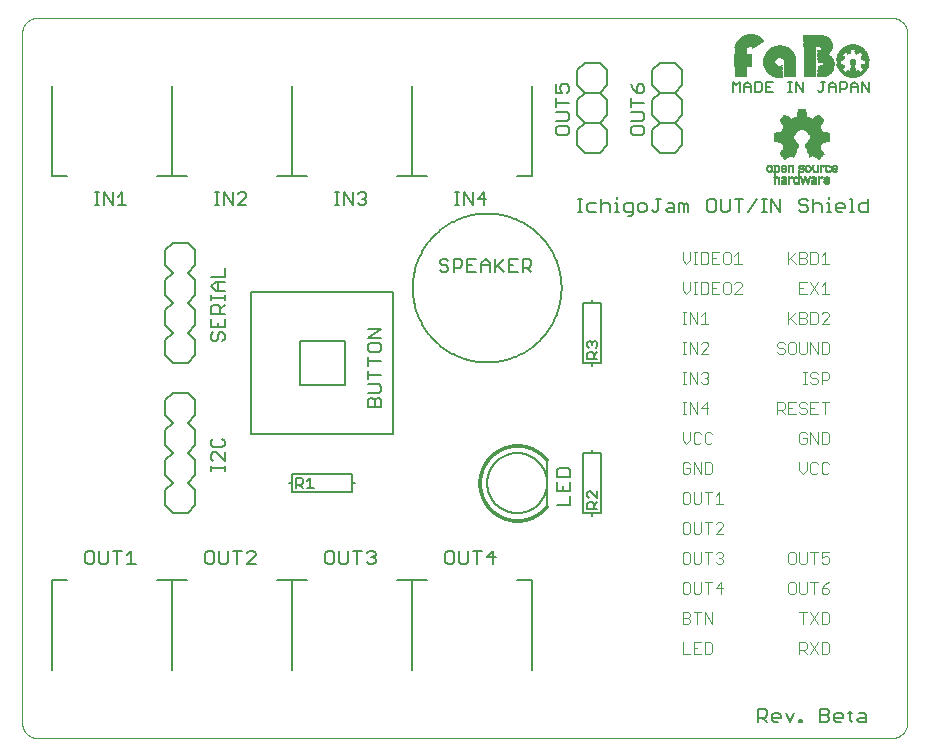
<source format=gto>
G75*
%MOIN*%
%OFA0B0*%
%FSLAX25Y25*%
%IPPOS*%
%LPD*%
%AMOC8*
5,1,8,0,0,1.08239X$1,22.5*
%
%ADD10C,0.00000*%
%ADD11C,0.00600*%
%ADD12C,0.00500*%
%ADD13C,0.00300*%
%ADD14C,0.00800*%
%ADD15C,0.00100*%
%ADD16R,0.01008X0.00048*%
%ADD17R,0.00672X0.00048*%
%ADD18R,0.01776X0.00048*%
%ADD19R,0.01584X0.00048*%
%ADD20R,0.02160X0.00048*%
%ADD21R,0.02208X0.00048*%
%ADD22R,0.02352X0.00048*%
%ADD23R,0.02592X0.00048*%
%ADD24R,0.04272X0.00048*%
%ADD25R,0.02544X0.00048*%
%ADD26R,0.03936X0.00048*%
%ADD27R,0.01008X0.00048*%
%ADD28R,0.02976X0.00048*%
%ADD29R,0.04320X0.00048*%
%ADD30R,0.02736X0.00048*%
%ADD31R,0.03984X0.00048*%
%ADD32R,0.04272X0.00048*%
%ADD33R,0.02016X0.00048*%
%ADD34R,0.03312X0.00048*%
%ADD35R,0.04320X0.00048*%
%ADD36R,0.02880X0.00048*%
%ADD37R,0.03984X0.00048*%
%ADD38R,0.03552X0.00048*%
%ADD39R,0.03024X0.00048*%
%ADD40R,0.02592X0.00048*%
%ADD41R,0.03840X0.00048*%
%ADD42R,0.03120X0.00048*%
%ADD43R,0.02832X0.00048*%
%ADD44R,0.04080X0.00048*%
%ADD45R,0.03216X0.00048*%
%ADD46R,0.02976X0.00048*%
%ADD47R,0.03360X0.00048*%
%ADD48R,0.04512X0.00048*%
%ADD49R,0.03456X0.00048*%
%ADD50R,0.03264X0.00048*%
%ADD51R,0.04752X0.00048*%
%ADD52R,0.04944X0.00048*%
%ADD53R,0.03648X0.00048*%
%ADD54R,0.03456X0.00048*%
%ADD55R,0.05136X0.00048*%
%ADD56R,0.03744X0.00048*%
%ADD57R,0.03552X0.00048*%
%ADD58R,0.05328X0.00048*%
%ADD59R,0.03792X0.00048*%
%ADD60R,0.05472X0.00048*%
%ADD61R,0.03888X0.00048*%
%ADD62R,0.05616X0.00048*%
%ADD63R,0.03840X0.00048*%
%ADD64R,0.05760X0.00048*%
%ADD65R,0.04032X0.00048*%
%ADD66R,0.05952X0.00048*%
%ADD67R,0.04128X0.00048*%
%ADD68R,0.06096X0.00048*%
%ADD69R,0.04176X0.00048*%
%ADD70R,0.06240X0.00048*%
%ADD71R,0.04224X0.00048*%
%ADD72R,0.06336X0.00048*%
%ADD73R,0.04176X0.00048*%
%ADD74R,0.06480X0.00048*%
%ADD75R,0.04368X0.00048*%
%ADD76R,0.04224X0.00048*%
%ADD77R,0.06624X0.00048*%
%ADD78R,0.04464X0.00048*%
%ADD79R,0.06720X0.00048*%
%ADD80R,0.04512X0.00048*%
%ADD81R,0.06864X0.00048*%
%ADD82R,0.04560X0.00048*%
%ADD83R,0.04416X0.00048*%
%ADD84R,0.07008X0.00048*%
%ADD85R,0.04608X0.00048*%
%ADD86R,0.04464X0.00048*%
%ADD87R,0.07104X0.00048*%
%ADD88R,0.04656X0.00048*%
%ADD89R,0.07200X0.00048*%
%ADD90R,0.04704X0.00048*%
%ADD91R,0.07296X0.00048*%
%ADD92R,0.07440X0.00048*%
%ADD93R,0.04800X0.00048*%
%ADD94R,0.07536X0.00048*%
%ADD95R,0.04848X0.00048*%
%ADD96R,0.04704X0.00048*%
%ADD97R,0.07632X0.00048*%
%ADD98R,0.04896X0.00048*%
%ADD99R,0.04752X0.00048*%
%ADD100R,0.07728X0.00048*%
%ADD101R,0.04944X0.00048*%
%ADD102R,0.04800X0.00048*%
%ADD103R,0.07824X0.00048*%
%ADD104R,0.04992X0.00048*%
%ADD105R,0.07920X0.00048*%
%ADD106R,0.05040X0.00048*%
%ADD107R,0.08016X0.00048*%
%ADD108R,0.05088X0.00048*%
%ADD109R,0.08064X0.00048*%
%ADD110R,0.01536X0.00048*%
%ADD111R,0.04704X0.00048*%
%ADD112R,0.05184X0.00048*%
%ADD113R,0.01536X0.00048*%
%ADD114R,0.04560X0.00048*%
%ADD115R,0.05232X0.00048*%
%ADD116R,0.05280X0.00048*%
%ADD117R,0.05280X0.00048*%
%ADD118R,0.01488X0.00048*%
%ADD119R,0.05088X0.00048*%
%ADD120R,0.01488X0.00048*%
%ADD121R,0.05376X0.00048*%
%ADD122R,0.03840X0.00048*%
%ADD123R,0.05424X0.00048*%
%ADD124R,0.05136X0.00048*%
%ADD125R,0.00576X0.00048*%
%ADD126R,0.02304X0.00048*%
%ADD127R,0.00624X0.00048*%
%ADD128R,0.05424X0.00048*%
%ADD129R,0.05184X0.00048*%
%ADD130R,0.00432X0.00048*%
%ADD131R,0.02208X0.00048*%
%ADD132R,0.01440X0.00048*%
%ADD133R,0.00288X0.00048*%
%ADD134R,0.02160X0.00048*%
%ADD135R,0.05520X0.00048*%
%ADD136R,0.05232X0.00048*%
%ADD137R,0.01440X0.00048*%
%ADD138R,0.00144X0.00048*%
%ADD139R,0.02112X0.00048*%
%ADD140R,0.00096X0.00048*%
%ADD141R,0.05568X0.00048*%
%ADD142R,0.02064X0.00048*%
%ADD143R,0.05568X0.00048*%
%ADD144R,0.01392X0.00048*%
%ADD145R,0.05616X0.00048*%
%ADD146R,0.05328X0.00048*%
%ADD147R,0.01392X0.00048*%
%ADD148R,0.02016X0.00048*%
%ADD149R,0.01968X0.00048*%
%ADD150R,0.01392X0.00048*%
%ADD151R,0.05664X0.00048*%
%ADD152R,0.01920X0.00048*%
%ADD153R,0.01344X0.00048*%
%ADD154R,0.05712X0.00048*%
%ADD155R,0.01872X0.00048*%
%ADD156R,0.05712X0.00048*%
%ADD157R,0.05376X0.00048*%
%ADD158R,0.01824X0.00048*%
%ADD159R,0.01824X0.00048*%
%ADD160R,0.05760X0.00048*%
%ADD161R,0.01776X0.00048*%
%ADD162R,0.05808X0.00048*%
%ADD163R,0.01584X0.00048*%
%ADD164R,0.01728X0.00048*%
%ADD165R,0.05808X0.00048*%
%ADD166R,0.05472X0.00048*%
%ADD167R,0.01632X0.00048*%
%ADD168R,0.01680X0.00048*%
%ADD169R,0.05856X0.00048*%
%ADD170R,0.01728X0.00048*%
%ADD171R,0.01632X0.00048*%
%ADD172R,0.01680X0.00048*%
%ADD173R,0.05856X0.00048*%
%ADD174R,0.01728X0.00048*%
%ADD175R,0.05904X0.00048*%
%ADD176R,0.05520X0.00048*%
%ADD177R,0.01920X0.00048*%
%ADD178R,0.01920X0.00048*%
%ADD179R,0.05952X0.00048*%
%ADD180R,0.01968X0.00048*%
%ADD181R,0.01440X0.00048*%
%ADD182R,0.06000X0.00048*%
%ADD183R,0.02064X0.00048*%
%ADD184R,0.06000X0.00048*%
%ADD185R,0.02112X0.00048*%
%ADD186R,0.01344X0.00048*%
%ADD187R,0.06048X0.00048*%
%ADD188R,0.01296X0.00048*%
%ADD189R,0.06048X0.00048*%
%ADD190R,0.02256X0.00048*%
%ADD191R,0.01248X0.00048*%
%ADD192R,0.02304X0.00048*%
%ADD193R,0.01200X0.00048*%
%ADD194R,0.01152X0.00048*%
%ADD195R,0.06096X0.00048*%
%ADD196R,0.02400X0.00048*%
%ADD197R,0.01152X0.00048*%
%ADD198R,0.02352X0.00048*%
%ADD199R,0.06144X0.00048*%
%ADD200R,0.02400X0.00048*%
%ADD201R,0.01104X0.00048*%
%ADD202R,0.06144X0.00048*%
%ADD203R,0.01056X0.00048*%
%ADD204R,0.06192X0.00048*%
%ADD205R,0.00960X0.00048*%
%ADD206R,0.06192X0.00048*%
%ADD207R,0.00912X0.00048*%
%ADD208R,0.00864X0.00048*%
%ADD209R,0.04896X0.00048*%
%ADD210R,0.04848X0.00048*%
%ADD211R,0.00864X0.00048*%
%ADD212R,0.00480X0.00048*%
%ADD213R,0.00816X0.00048*%
%ADD214R,0.04656X0.00048*%
%ADD215R,0.00336X0.00048*%
%ADD216R,0.04128X0.00048*%
%ADD217R,0.00768X0.00048*%
%ADD218R,0.00240X0.00048*%
%ADD219R,0.04032X0.00048*%
%ADD220R,0.00768X0.00048*%
%ADD221R,0.03936X0.00048*%
%ADD222R,0.00816X0.00048*%
%ADD223R,0.00048X0.00048*%
%ADD224R,0.03888X0.00048*%
%ADD225R,0.04416X0.00048*%
%ADD226R,0.02304X0.00048*%
%ADD227R,0.04368X0.00048*%
%ADD228R,0.03792X0.00048*%
%ADD229R,0.01440X0.00048*%
%ADD230R,0.01728X0.00048*%
%ADD231R,0.01296X0.00048*%
%ADD232R,0.01872X0.00048*%
%ADD233R,0.03744X0.00048*%
%ADD234R,0.04080X0.00048*%
%ADD235R,0.05520X0.00048*%
%ADD236R,0.04176X0.00048*%
%ADD237R,0.04176X0.00048*%
%ADD238R,0.02112X0.00048*%
%ADD239R,0.02448X0.00048*%
%ADD240R,0.02496X0.00048*%
%ADD241R,0.02496X0.00048*%
%ADD242R,0.02448X0.00048*%
%ADD243R,0.04320X0.00048*%
%ADD244R,0.02544X0.00048*%
%ADD245R,0.00528X0.00048*%
%ADD246R,0.05040X0.00048*%
%ADD247R,0.02640X0.00048*%
%ADD248R,0.04656X0.00048*%
%ADD249R,0.04992X0.00048*%
%ADD250R,0.02640X0.00048*%
%ADD251R,0.04992X0.00048*%
%ADD252R,0.10560X0.00048*%
%ADD253R,0.02688X0.00048*%
%ADD254R,0.10512X0.00048*%
%ADD255R,0.04848X0.00048*%
%ADD256R,0.10512X0.00048*%
%ADD257R,0.10464X0.00048*%
%ADD258R,0.10416X0.00048*%
%ADD259R,0.02448X0.00048*%
%ADD260R,0.10416X0.00048*%
%ADD261R,0.02448X0.00048*%
%ADD262R,0.10320X0.00048*%
%ADD263R,0.10320X0.00048*%
%ADD264R,0.02256X0.00048*%
%ADD265R,0.02256X0.00048*%
%ADD266R,0.10224X0.00048*%
%ADD267R,0.10224X0.00048*%
%ADD268R,0.10176X0.00048*%
%ADD269R,0.02112X0.00048*%
%ADD270R,0.10176X0.00048*%
%ADD271R,0.02064X0.00048*%
%ADD272R,0.10128X0.00048*%
%ADD273R,0.10080X0.00048*%
%ADD274R,0.01920X0.00048*%
%ADD275R,0.09984X0.00048*%
%ADD276R,0.03840X0.00048*%
%ADD277R,0.09984X0.00048*%
%ADD278R,0.01776X0.00048*%
%ADD279R,0.09888X0.00048*%
%ADD280R,0.03648X0.00048*%
%ADD281R,0.09888X0.00048*%
%ADD282R,0.09792X0.00048*%
%ADD283R,0.09792X0.00048*%
%ADD284R,0.03504X0.00048*%
%ADD285R,0.09744X0.00048*%
%ADD286R,0.03600X0.00048*%
%ADD287R,0.09696X0.00048*%
%ADD288R,0.00096X0.00048*%
%ADD289R,0.09648X0.00048*%
%ADD290R,0.03696X0.00048*%
%ADD291R,0.09600X0.00048*%
%ADD292R,0.00480X0.00048*%
%ADD293R,0.09552X0.00048*%
%ADD294R,0.00672X0.00048*%
%ADD295R,0.09456X0.00048*%
%ADD296R,0.09456X0.00048*%
%ADD297R,0.01056X0.00048*%
%ADD298R,0.09360X0.00048*%
%ADD299R,0.01200X0.00048*%
%ADD300R,0.09264X0.00048*%
%ADD301R,0.01248X0.00048*%
%ADD302R,0.09264X0.00048*%
%ADD303R,0.09168X0.00048*%
%ADD304R,0.01392X0.00048*%
%ADD305R,0.09120X0.00048*%
%ADD306R,0.09072X0.00048*%
%ADD307R,0.01584X0.00048*%
%ADD308R,0.08976X0.00048*%
%ADD309R,0.08928X0.00048*%
%ADD310R,0.08832X0.00048*%
%ADD311R,0.08784X0.00048*%
%ADD312R,0.08736X0.00048*%
%ADD313R,0.03792X0.00048*%
%ADD314R,0.08640X0.00048*%
%ADD315R,0.08544X0.00048*%
%ADD316R,0.08448X0.00048*%
%ADD317R,0.08400X0.00048*%
%ADD318R,0.03696X0.00048*%
%ADD319R,0.08304X0.00048*%
%ADD320R,0.08208X0.00048*%
%ADD321R,0.08112X0.00048*%
%ADD322R,0.03648X0.00048*%
%ADD323R,0.03984X0.00048*%
%ADD324R,0.07968X0.00048*%
%ADD325R,0.03600X0.00048*%
%ADD326R,0.07824X0.00048*%
%ADD327R,0.07728X0.00048*%
%ADD328R,0.03504X0.00048*%
%ADD329R,0.07632X0.00048*%
%ADD330R,0.07536X0.00048*%
%ADD331R,0.03648X0.00048*%
%ADD332R,0.08064X0.00048*%
%ADD333R,0.07440X0.00048*%
%ADD334R,0.08016X0.00048*%
%ADD335R,0.07344X0.00048*%
%ADD336R,0.07920X0.00048*%
%ADD337R,0.07248X0.00048*%
%ADD338R,0.07152X0.00048*%
%ADD339R,0.06960X0.00048*%
%ADD340R,0.06864X0.00048*%
%ADD341R,0.06720X0.00048*%
%ADD342R,0.06576X0.00048*%
%ADD343R,0.06480X0.00048*%
%ADD344R,0.07200X0.00048*%
%ADD345R,0.07104X0.00048*%
%ADD346R,0.04320X0.00048*%
%ADD347R,0.06192X0.00048*%
%ADD348R,0.07008X0.00048*%
%ADD349R,0.00192X0.00048*%
%ADD350R,0.06048X0.00048*%
%ADD351R,0.00384X0.00048*%
%ADD352R,0.05712X0.00048*%
%ADD353R,0.06336X0.00048*%
%ADD354R,0.06240X0.00048*%
%ADD355R,0.04128X0.00048*%
%ADD356R,0.03984X0.00048*%
%ADD357R,0.04512X0.00048*%
%ADD358R,0.09744X0.00048*%
%ADD359R,0.02976X0.00048*%
%ADD360R,0.07248X0.00048*%
%ADD361R,0.07344X0.00048*%
%ADD362R,0.07488X0.00048*%
%ADD363R,0.07488X0.00048*%
%ADD364R,0.07584X0.00048*%
%ADD365R,0.07680X0.00048*%
%ADD366R,0.00624X0.00048*%
%ADD367R,0.07872X0.00048*%
%ADD368R,0.09696X0.00048*%
%ADD369R,0.07920X0.00048*%
%ADD370R,0.07968X0.00048*%
%ADD371R,0.08064X0.00048*%
%ADD372R,0.08160X0.00048*%
%ADD373R,0.08160X0.00048*%
%ADD374R,0.09648X0.00048*%
%ADD375R,0.08208X0.00048*%
%ADD376R,0.08256X0.00048*%
%ADD377R,0.08304X0.00048*%
%ADD378R,0.09600X0.00048*%
%ADD379R,0.08352X0.00048*%
%ADD380R,0.08400X0.00048*%
%ADD381R,0.08448X0.00048*%
%ADD382R,0.09552X0.00048*%
%ADD383R,0.08448X0.00048*%
%ADD384R,0.08496X0.00048*%
%ADD385R,0.09504X0.00048*%
%ADD386R,0.08592X0.00048*%
%ADD387R,0.09504X0.00048*%
%ADD388R,0.08640X0.00048*%
%ADD389R,0.08688X0.00048*%
%ADD390R,0.09408X0.00048*%
%ADD391R,0.08688X0.00048*%
%ADD392R,0.08592X0.00048*%
%ADD393R,0.08544X0.00048*%
%ADD394R,0.09360X0.00048*%
%ADD395R,0.08448X0.00048*%
%ADD396R,0.09312X0.00048*%
%ADD397R,0.08352X0.00048*%
%ADD398R,0.09312X0.00048*%
%ADD399R,0.08256X0.00048*%
%ADD400R,0.08256X0.00048*%
%ADD401R,0.09216X0.00048*%
%ADD402R,0.09168X0.00048*%
%ADD403R,0.07776X0.00048*%
%ADD404R,0.09024X0.00048*%
%ADD405R,0.07680X0.00048*%
%ADD406R,0.09024X0.00048*%
%ADD407R,0.07584X0.00048*%
%ADD408R,0.07392X0.00048*%
%ADD409R,0.08880X0.00048*%
%ADD410R,0.07296X0.00048*%
%ADD411R,0.08832X0.00048*%
%ADD412R,0.08784X0.00048*%
%ADD413R,0.07104X0.00048*%
%ADD414R,0.06912X0.00048*%
%ADD415R,0.06768X0.00048*%
%ADD416R,0.06624X0.00048*%
%ADD417R,0.06528X0.00048*%
%ADD418R,0.06384X0.00048*%
%ADD419R,0.06240X0.00048*%
%ADD420R,0.05856X0.00048*%
%ADD421R,0.05184X0.00048*%
%ADD422R,0.06912X0.00048*%
%ADD423R,0.06288X0.00048*%
%ADD424R,0.03456X0.00048*%
%ADD425R,0.03120X0.00048*%
%ADD426R,0.02784X0.00048*%
%ADD427R,0.00650X0.00050*%
%ADD428R,0.00950X0.00050*%
%ADD429R,0.00800X0.00050*%
%ADD430R,0.00550X0.00050*%
%ADD431R,0.00600X0.00050*%
%ADD432R,0.01750X0.00050*%
%ADD433R,0.01000X0.00050*%
%ADD434R,0.01200X0.00050*%
%ADD435R,0.01800X0.00050*%
%ADD436R,0.01350X0.00050*%
%ADD437R,0.01900X0.00050*%
%ADD438R,0.00700X0.00050*%
%ADD439R,0.01850X0.00050*%
%ADD440R,0.01500X0.00050*%
%ADD441R,0.01950X0.00050*%
%ADD442R,0.01650X0.00050*%
%ADD443R,0.00750X0.00050*%
%ADD444R,0.02000X0.00050*%
%ADD445R,0.02050X0.00050*%
%ADD446R,0.00850X0.00050*%
%ADD447R,0.02100X0.00050*%
%ADD448R,0.00900X0.00050*%
%ADD449R,0.00450X0.00050*%
%ADD450R,0.00300X0.00050*%
%ADD451R,0.00200X0.00050*%
%ADD452R,0.01050X0.00050*%
%ADD453R,0.00100X0.00050*%
%ADD454R,0.01100X0.00050*%
%ADD455R,0.01150X0.00050*%
%ADD456R,0.02200X0.00050*%
%ADD457R,0.01250X0.00050*%
%ADD458R,0.00150X0.00050*%
%ADD459R,0.00250X0.00050*%
%ADD460R,0.00500X0.00050*%
%ADD461R,0.01550X0.00050*%
%ADD462R,0.01600X0.00050*%
%ADD463R,0.01700X0.00050*%
%ADD464R,0.01400X0.00050*%
%ADD465R,0.01300X0.00050*%
%ADD466R,0.00400X0.00050*%
%ADD467R,0.01450X0.00050*%
%ADD468R,0.02150X0.00050*%
%ADD469R,0.00350X0.00050*%
%ADD470R,0.00050X0.00050*%
%ADD471R,0.02250X0.00050*%
%ADD472R,0.02400X0.00050*%
%ADD473R,0.02500X0.00050*%
%ADD474R,0.02650X0.00050*%
%ADD475R,0.02750X0.00050*%
%ADD476R,0.02900X0.00050*%
%ADD477R,0.03000X0.00050*%
%ADD478R,0.03150X0.00050*%
%ADD479R,0.03250X0.00050*%
%ADD480R,0.04600X0.00050*%
%ADD481R,0.04650X0.00050*%
%ADD482R,0.04750X0.00050*%
%ADD483R,0.04800X0.00050*%
%ADD484R,0.04900X0.00050*%
%ADD485R,0.04950X0.00050*%
%ADD486R,0.05000X0.00050*%
%ADD487R,0.05100X0.00050*%
%ADD488R,0.05150X0.00050*%
%ADD489R,0.05200X0.00050*%
%ADD490R,0.05250X0.00050*%
%ADD491R,0.05050X0.00050*%
%ADD492R,0.04850X0.00050*%
%ADD493R,0.05300X0.00050*%
%ADD494R,0.05350X0.00050*%
%ADD495R,0.05450X0.00050*%
%ADD496R,0.05500X0.00050*%
%ADD497R,0.05550X0.00050*%
%ADD498R,0.05650X0.00050*%
%ADD499R,0.05600X0.00050*%
%ADD500R,0.05400X0.00050*%
%ADD501R,0.05700X0.00050*%
%ADD502R,0.05900X0.00050*%
%ADD503R,0.06150X0.00050*%
%ADD504R,0.06350X0.00050*%
%ADD505R,0.06550X0.00050*%
%ADD506R,0.06850X0.00050*%
%ADD507R,0.07050X0.00050*%
%ADD508R,0.07100X0.00050*%
%ADD509R,0.07000X0.00050*%
%ADD510R,0.06950X0.00050*%
%ADD511R,0.06900X0.00050*%
%ADD512R,0.06800X0.00050*%
%ADD513R,0.06600X0.00050*%
%ADD514R,0.05750X0.00050*%
%ADD515R,0.06050X0.00050*%
%ADD516R,0.13050X0.00050*%
%ADD517R,0.12950X0.00050*%
%ADD518R,0.12850X0.00050*%
%ADD519R,0.12750X0.00050*%
%ADD520R,0.12650X0.00050*%
%ADD521R,0.12550X0.00050*%
%ADD522R,0.12450X0.00050*%
%ADD523R,0.12350X0.00050*%
%ADD524R,0.12250X0.00050*%
%ADD525R,0.12150X0.00050*%
%ADD526R,0.13150X0.00050*%
%ADD527R,0.13250X0.00050*%
%ADD528R,0.13350X0.00050*%
%ADD529R,0.13450X0.00050*%
%ADD530R,0.13550X0.00050*%
%ADD531R,0.13650X0.00050*%
%ADD532R,0.13750X0.00050*%
%ADD533R,0.13850X0.00050*%
%ADD534R,0.13950X0.00050*%
%ADD535R,0.14050X0.00050*%
%ADD536R,0.14150X0.00050*%
%ADD537R,0.14250X0.00050*%
%ADD538R,0.14350X0.00050*%
%ADD539R,0.14450X0.00050*%
%ADD540R,0.14550X0.00050*%
%ADD541R,0.14650X0.00050*%
%ADD542R,0.14750X0.00050*%
%ADD543R,0.14850X0.00050*%
%ADD544R,0.14950X0.00050*%
%ADD545R,0.03450X0.00050*%
%ADD546R,0.06750X0.00050*%
%ADD547R,0.03300X0.00050*%
%ADD548R,0.06450X0.00050*%
%ADD549R,0.03200X0.00050*%
%ADD550R,0.06250X0.00050*%
%ADD551R,0.03050X0.00050*%
%ADD552R,0.05950X0.00050*%
%ADD553R,0.02950X0.00050*%
%ADD554R,0.02850X0.00050*%
%ADD555R,0.02800X0.00050*%
%ADD556R,0.02700X0.00050*%
%ADD557R,0.02600X0.00050*%
%ADD558R,0.02450X0.00050*%
%ADD559R,0.02350X0.00050*%
%ADD560R,0.04550X0.00050*%
%ADD561R,0.04250X0.00050*%
%ADD562R,0.04050X0.00050*%
%ADD563R,0.03750X0.00050*%
%ADD564R,0.03650X0.00050*%
%ADD565R,0.03550X0.00050*%
%ADD566R,0.03350X0.00050*%
D10*
X0011500Y0006500D02*
X0296500Y0006500D01*
X0296640Y0006502D01*
X0296780Y0006508D01*
X0296920Y0006518D01*
X0297060Y0006531D01*
X0297199Y0006549D01*
X0297338Y0006571D01*
X0297475Y0006596D01*
X0297613Y0006625D01*
X0297749Y0006658D01*
X0297884Y0006695D01*
X0298018Y0006736D01*
X0298151Y0006781D01*
X0298283Y0006829D01*
X0298413Y0006881D01*
X0298542Y0006936D01*
X0298669Y0006995D01*
X0298795Y0007058D01*
X0298919Y0007124D01*
X0299040Y0007193D01*
X0299160Y0007266D01*
X0299278Y0007343D01*
X0299393Y0007422D01*
X0299507Y0007505D01*
X0299617Y0007591D01*
X0299726Y0007680D01*
X0299832Y0007772D01*
X0299935Y0007867D01*
X0300036Y0007964D01*
X0300133Y0008065D01*
X0300228Y0008168D01*
X0300320Y0008274D01*
X0300409Y0008383D01*
X0300495Y0008493D01*
X0300578Y0008607D01*
X0300657Y0008722D01*
X0300734Y0008840D01*
X0300807Y0008960D01*
X0300876Y0009081D01*
X0300942Y0009205D01*
X0301005Y0009331D01*
X0301064Y0009458D01*
X0301119Y0009587D01*
X0301171Y0009717D01*
X0301219Y0009849D01*
X0301264Y0009982D01*
X0301305Y0010116D01*
X0301342Y0010251D01*
X0301375Y0010387D01*
X0301404Y0010525D01*
X0301429Y0010662D01*
X0301451Y0010801D01*
X0301469Y0010940D01*
X0301482Y0011080D01*
X0301492Y0011220D01*
X0301498Y0011360D01*
X0301500Y0011500D01*
X0301500Y0241500D01*
X0301498Y0241640D01*
X0301492Y0241780D01*
X0301482Y0241920D01*
X0301469Y0242060D01*
X0301451Y0242199D01*
X0301429Y0242338D01*
X0301404Y0242475D01*
X0301375Y0242613D01*
X0301342Y0242749D01*
X0301305Y0242884D01*
X0301264Y0243018D01*
X0301219Y0243151D01*
X0301171Y0243283D01*
X0301119Y0243413D01*
X0301064Y0243542D01*
X0301005Y0243669D01*
X0300942Y0243795D01*
X0300876Y0243919D01*
X0300807Y0244040D01*
X0300734Y0244160D01*
X0300657Y0244278D01*
X0300578Y0244393D01*
X0300495Y0244507D01*
X0300409Y0244617D01*
X0300320Y0244726D01*
X0300228Y0244832D01*
X0300133Y0244935D01*
X0300036Y0245036D01*
X0299935Y0245133D01*
X0299832Y0245228D01*
X0299726Y0245320D01*
X0299617Y0245409D01*
X0299507Y0245495D01*
X0299393Y0245578D01*
X0299278Y0245657D01*
X0299160Y0245734D01*
X0299040Y0245807D01*
X0298919Y0245876D01*
X0298795Y0245942D01*
X0298669Y0246005D01*
X0298542Y0246064D01*
X0298413Y0246119D01*
X0298283Y0246171D01*
X0298151Y0246219D01*
X0298018Y0246264D01*
X0297884Y0246305D01*
X0297749Y0246342D01*
X0297613Y0246375D01*
X0297475Y0246404D01*
X0297338Y0246429D01*
X0297199Y0246451D01*
X0297060Y0246469D01*
X0296920Y0246482D01*
X0296780Y0246492D01*
X0296640Y0246498D01*
X0296500Y0246500D01*
X0011500Y0246500D01*
X0011360Y0246498D01*
X0011220Y0246492D01*
X0011080Y0246482D01*
X0010940Y0246469D01*
X0010801Y0246451D01*
X0010662Y0246429D01*
X0010525Y0246404D01*
X0010387Y0246375D01*
X0010251Y0246342D01*
X0010116Y0246305D01*
X0009982Y0246264D01*
X0009849Y0246219D01*
X0009717Y0246171D01*
X0009587Y0246119D01*
X0009458Y0246064D01*
X0009331Y0246005D01*
X0009205Y0245942D01*
X0009081Y0245876D01*
X0008960Y0245807D01*
X0008840Y0245734D01*
X0008722Y0245657D01*
X0008607Y0245578D01*
X0008493Y0245495D01*
X0008383Y0245409D01*
X0008274Y0245320D01*
X0008168Y0245228D01*
X0008065Y0245133D01*
X0007964Y0245036D01*
X0007867Y0244935D01*
X0007772Y0244832D01*
X0007680Y0244726D01*
X0007591Y0244617D01*
X0007505Y0244507D01*
X0007422Y0244393D01*
X0007343Y0244278D01*
X0007266Y0244160D01*
X0007193Y0244040D01*
X0007124Y0243919D01*
X0007058Y0243795D01*
X0006995Y0243669D01*
X0006936Y0243542D01*
X0006881Y0243413D01*
X0006829Y0243283D01*
X0006781Y0243151D01*
X0006736Y0243018D01*
X0006695Y0242884D01*
X0006658Y0242749D01*
X0006625Y0242613D01*
X0006596Y0242475D01*
X0006571Y0242338D01*
X0006549Y0242199D01*
X0006531Y0242060D01*
X0006518Y0241920D01*
X0006508Y0241780D01*
X0006502Y0241640D01*
X0006500Y0241500D01*
X0006500Y0011500D01*
X0006502Y0011360D01*
X0006508Y0011220D01*
X0006518Y0011080D01*
X0006531Y0010940D01*
X0006549Y0010801D01*
X0006571Y0010662D01*
X0006596Y0010525D01*
X0006625Y0010387D01*
X0006658Y0010251D01*
X0006695Y0010116D01*
X0006736Y0009982D01*
X0006781Y0009849D01*
X0006829Y0009717D01*
X0006881Y0009587D01*
X0006936Y0009458D01*
X0006995Y0009331D01*
X0007058Y0009205D01*
X0007124Y0009081D01*
X0007193Y0008960D01*
X0007266Y0008840D01*
X0007343Y0008722D01*
X0007422Y0008607D01*
X0007505Y0008493D01*
X0007591Y0008383D01*
X0007680Y0008274D01*
X0007772Y0008168D01*
X0007867Y0008065D01*
X0007964Y0007964D01*
X0008065Y0007867D01*
X0008168Y0007772D01*
X0008274Y0007680D01*
X0008383Y0007591D01*
X0008493Y0007505D01*
X0008607Y0007422D01*
X0008722Y0007343D01*
X0008840Y0007266D01*
X0008960Y0007193D01*
X0009081Y0007124D01*
X0009205Y0007058D01*
X0009331Y0006995D01*
X0009458Y0006936D01*
X0009587Y0006881D01*
X0009717Y0006829D01*
X0009849Y0006781D01*
X0009982Y0006736D01*
X0010116Y0006695D01*
X0010251Y0006658D01*
X0010387Y0006625D01*
X0010525Y0006596D01*
X0010662Y0006571D01*
X0010801Y0006549D01*
X0010940Y0006531D01*
X0011080Y0006518D01*
X0011220Y0006508D01*
X0011360Y0006502D01*
X0011500Y0006500D01*
D11*
X0028326Y0064556D02*
X0027592Y0065290D01*
X0027592Y0068226D01*
X0028326Y0068960D01*
X0029794Y0068960D01*
X0030528Y0068226D01*
X0030528Y0065290D01*
X0029794Y0064556D01*
X0028326Y0064556D01*
X0032196Y0065290D02*
X0032930Y0064556D01*
X0034398Y0064556D01*
X0035132Y0065290D01*
X0035132Y0068960D01*
X0036800Y0068960D02*
X0039736Y0068960D01*
X0038268Y0068960D02*
X0038268Y0064556D01*
X0041404Y0064556D02*
X0044340Y0064556D01*
X0042872Y0064556D02*
X0042872Y0068960D01*
X0041404Y0067492D01*
X0032196Y0068960D02*
X0032196Y0065290D01*
X0054256Y0084000D02*
X0056756Y0081500D01*
X0061756Y0081500D01*
X0064256Y0084000D01*
X0064256Y0089000D01*
X0061756Y0091500D01*
X0064256Y0094000D01*
X0064256Y0099000D01*
X0061756Y0101500D01*
X0064256Y0104000D01*
X0064256Y0109000D01*
X0061756Y0111500D01*
X0064256Y0114000D01*
X0064256Y0119000D01*
X0061756Y0121500D01*
X0056756Y0121500D01*
X0054256Y0119000D01*
X0054256Y0114000D01*
X0056756Y0111500D01*
X0054256Y0109000D01*
X0054256Y0104000D01*
X0056756Y0101500D01*
X0054256Y0099000D01*
X0054256Y0094000D01*
X0056756Y0091500D01*
X0054256Y0089000D01*
X0054256Y0084000D01*
X0069552Y0095661D02*
X0069552Y0097129D01*
X0069552Y0096395D02*
X0073956Y0096395D01*
X0073956Y0095661D02*
X0073956Y0097129D01*
X0073956Y0098731D02*
X0071020Y0101667D01*
X0070286Y0101667D01*
X0069552Y0100933D01*
X0069552Y0099465D01*
X0070286Y0098731D01*
X0070286Y0103335D02*
X0073222Y0103335D01*
X0073956Y0104069D01*
X0073956Y0105536D01*
X0073222Y0106270D01*
X0070286Y0106270D02*
X0069552Y0105536D01*
X0069552Y0104069D01*
X0070286Y0103335D01*
X0073956Y0101667D02*
X0073956Y0098731D01*
X0075132Y0068960D02*
X0075132Y0065290D01*
X0074398Y0064556D01*
X0072930Y0064556D01*
X0072196Y0065290D01*
X0072196Y0068960D01*
X0070528Y0068226D02*
X0069794Y0068960D01*
X0068326Y0068960D01*
X0067592Y0068226D01*
X0067592Y0065290D01*
X0068326Y0064556D01*
X0069794Y0064556D01*
X0070528Y0065290D01*
X0070528Y0068226D01*
X0076800Y0068960D02*
X0079736Y0068960D01*
X0078268Y0068960D02*
X0078268Y0064556D01*
X0081404Y0064556D02*
X0084340Y0067492D01*
X0084340Y0068226D01*
X0083606Y0068960D01*
X0082138Y0068960D01*
X0081404Y0068226D01*
X0081404Y0064556D02*
X0084340Y0064556D01*
X0107592Y0065290D02*
X0108326Y0064556D01*
X0109794Y0064556D01*
X0110528Y0065290D01*
X0110528Y0068226D01*
X0109794Y0068960D01*
X0108326Y0068960D01*
X0107592Y0068226D01*
X0107592Y0065290D01*
X0112196Y0065290D02*
X0112196Y0068960D01*
X0115132Y0068960D02*
X0115132Y0065290D01*
X0114398Y0064556D01*
X0112930Y0064556D01*
X0112196Y0065290D01*
X0116800Y0068960D02*
X0119736Y0068960D01*
X0118268Y0068960D02*
X0118268Y0064556D01*
X0121404Y0065290D02*
X0122138Y0064556D01*
X0123606Y0064556D01*
X0124340Y0065290D01*
X0124340Y0066024D01*
X0123606Y0066758D01*
X0122872Y0066758D01*
X0123606Y0066758D02*
X0124340Y0067492D01*
X0124340Y0068226D01*
X0123606Y0068960D01*
X0122138Y0068960D01*
X0121404Y0068226D01*
X0147592Y0068226D02*
X0147592Y0065290D01*
X0148326Y0064556D01*
X0149794Y0064556D01*
X0150528Y0065290D01*
X0150528Y0068226D01*
X0149794Y0068960D01*
X0148326Y0068960D01*
X0147592Y0068226D01*
X0152196Y0068960D02*
X0152196Y0065290D01*
X0152930Y0064556D01*
X0154398Y0064556D01*
X0155132Y0065290D01*
X0155132Y0068960D01*
X0156800Y0068960D02*
X0159736Y0068960D01*
X0158268Y0068960D02*
X0158268Y0064556D01*
X0161404Y0066758D02*
X0164340Y0066758D01*
X0163606Y0064556D02*
X0163606Y0068960D01*
X0161404Y0066758D01*
X0184696Y0084300D02*
X0189100Y0084300D01*
X0189100Y0087236D01*
X0189100Y0088904D02*
X0189100Y0091840D01*
X0189100Y0093508D02*
X0189100Y0095710D01*
X0188366Y0096444D01*
X0185430Y0096444D01*
X0184696Y0095710D01*
X0184696Y0093508D01*
X0189100Y0093508D01*
X0186898Y0090372D02*
X0186898Y0088904D01*
X0184696Y0088904D02*
X0184696Y0091840D01*
X0184696Y0088904D02*
X0189100Y0088904D01*
X0161500Y0091500D02*
X0161503Y0091745D01*
X0161512Y0091991D01*
X0161527Y0092236D01*
X0161548Y0092480D01*
X0161575Y0092724D01*
X0161608Y0092967D01*
X0161647Y0093210D01*
X0161692Y0093451D01*
X0161743Y0093691D01*
X0161800Y0093930D01*
X0161862Y0094167D01*
X0161931Y0094403D01*
X0162005Y0094637D01*
X0162085Y0094869D01*
X0162170Y0095099D01*
X0162261Y0095327D01*
X0162358Y0095552D01*
X0162460Y0095776D01*
X0162568Y0095996D01*
X0162681Y0096214D01*
X0162799Y0096429D01*
X0162923Y0096641D01*
X0163051Y0096850D01*
X0163185Y0097056D01*
X0163324Y0097258D01*
X0163468Y0097457D01*
X0163617Y0097652D01*
X0163770Y0097844D01*
X0163928Y0098032D01*
X0164090Y0098216D01*
X0164258Y0098395D01*
X0164429Y0098571D01*
X0164605Y0098742D01*
X0164784Y0098910D01*
X0164968Y0099072D01*
X0165156Y0099230D01*
X0165348Y0099383D01*
X0165543Y0099532D01*
X0165742Y0099676D01*
X0165944Y0099815D01*
X0166150Y0099949D01*
X0166359Y0100077D01*
X0166571Y0100201D01*
X0166786Y0100319D01*
X0167004Y0100432D01*
X0167224Y0100540D01*
X0167448Y0100642D01*
X0167673Y0100739D01*
X0167901Y0100830D01*
X0168131Y0100915D01*
X0168363Y0100995D01*
X0168597Y0101069D01*
X0168833Y0101138D01*
X0169070Y0101200D01*
X0169309Y0101257D01*
X0169549Y0101308D01*
X0169790Y0101353D01*
X0170033Y0101392D01*
X0170276Y0101425D01*
X0170520Y0101452D01*
X0170764Y0101473D01*
X0171009Y0101488D01*
X0171255Y0101497D01*
X0171500Y0101500D01*
X0171745Y0101497D01*
X0171991Y0101488D01*
X0172236Y0101473D01*
X0172480Y0101452D01*
X0172724Y0101425D01*
X0172967Y0101392D01*
X0173210Y0101353D01*
X0173451Y0101308D01*
X0173691Y0101257D01*
X0173930Y0101200D01*
X0174167Y0101138D01*
X0174403Y0101069D01*
X0174637Y0100995D01*
X0174869Y0100915D01*
X0175099Y0100830D01*
X0175327Y0100739D01*
X0175552Y0100642D01*
X0175776Y0100540D01*
X0175996Y0100432D01*
X0176214Y0100319D01*
X0176429Y0100201D01*
X0176641Y0100077D01*
X0176850Y0099949D01*
X0177056Y0099815D01*
X0177258Y0099676D01*
X0177457Y0099532D01*
X0177652Y0099383D01*
X0177844Y0099230D01*
X0178032Y0099072D01*
X0178216Y0098910D01*
X0178395Y0098742D01*
X0178571Y0098571D01*
X0178742Y0098395D01*
X0178910Y0098216D01*
X0179072Y0098032D01*
X0179230Y0097844D01*
X0179383Y0097652D01*
X0179532Y0097457D01*
X0179676Y0097258D01*
X0179815Y0097056D01*
X0179949Y0096850D01*
X0180077Y0096641D01*
X0180201Y0096429D01*
X0180319Y0096214D01*
X0180432Y0095996D01*
X0180540Y0095776D01*
X0180642Y0095552D01*
X0180739Y0095327D01*
X0180830Y0095099D01*
X0180915Y0094869D01*
X0180995Y0094637D01*
X0181069Y0094403D01*
X0181138Y0094167D01*
X0181200Y0093930D01*
X0181257Y0093691D01*
X0181308Y0093451D01*
X0181353Y0093210D01*
X0181392Y0092967D01*
X0181425Y0092724D01*
X0181452Y0092480D01*
X0181473Y0092236D01*
X0181488Y0091991D01*
X0181497Y0091745D01*
X0181500Y0091500D01*
X0181497Y0091255D01*
X0181488Y0091009D01*
X0181473Y0090764D01*
X0181452Y0090520D01*
X0181425Y0090276D01*
X0181392Y0090033D01*
X0181353Y0089790D01*
X0181308Y0089549D01*
X0181257Y0089309D01*
X0181200Y0089070D01*
X0181138Y0088833D01*
X0181069Y0088597D01*
X0180995Y0088363D01*
X0180915Y0088131D01*
X0180830Y0087901D01*
X0180739Y0087673D01*
X0180642Y0087448D01*
X0180540Y0087224D01*
X0180432Y0087004D01*
X0180319Y0086786D01*
X0180201Y0086571D01*
X0180077Y0086359D01*
X0179949Y0086150D01*
X0179815Y0085944D01*
X0179676Y0085742D01*
X0179532Y0085543D01*
X0179383Y0085348D01*
X0179230Y0085156D01*
X0179072Y0084968D01*
X0178910Y0084784D01*
X0178742Y0084605D01*
X0178571Y0084429D01*
X0178395Y0084258D01*
X0178216Y0084090D01*
X0178032Y0083928D01*
X0177844Y0083770D01*
X0177652Y0083617D01*
X0177457Y0083468D01*
X0177258Y0083324D01*
X0177056Y0083185D01*
X0176850Y0083051D01*
X0176641Y0082923D01*
X0176429Y0082799D01*
X0176214Y0082681D01*
X0175996Y0082568D01*
X0175776Y0082460D01*
X0175552Y0082358D01*
X0175327Y0082261D01*
X0175099Y0082170D01*
X0174869Y0082085D01*
X0174637Y0082005D01*
X0174403Y0081931D01*
X0174167Y0081862D01*
X0173930Y0081800D01*
X0173691Y0081743D01*
X0173451Y0081692D01*
X0173210Y0081647D01*
X0172967Y0081608D01*
X0172724Y0081575D01*
X0172480Y0081548D01*
X0172236Y0081527D01*
X0171991Y0081512D01*
X0171745Y0081503D01*
X0171500Y0081500D01*
X0171255Y0081503D01*
X0171009Y0081512D01*
X0170764Y0081527D01*
X0170520Y0081548D01*
X0170276Y0081575D01*
X0170033Y0081608D01*
X0169790Y0081647D01*
X0169549Y0081692D01*
X0169309Y0081743D01*
X0169070Y0081800D01*
X0168833Y0081862D01*
X0168597Y0081931D01*
X0168363Y0082005D01*
X0168131Y0082085D01*
X0167901Y0082170D01*
X0167673Y0082261D01*
X0167448Y0082358D01*
X0167224Y0082460D01*
X0167004Y0082568D01*
X0166786Y0082681D01*
X0166571Y0082799D01*
X0166359Y0082923D01*
X0166150Y0083051D01*
X0165944Y0083185D01*
X0165742Y0083324D01*
X0165543Y0083468D01*
X0165348Y0083617D01*
X0165156Y0083770D01*
X0164968Y0083928D01*
X0164784Y0084090D01*
X0164605Y0084258D01*
X0164429Y0084429D01*
X0164258Y0084605D01*
X0164090Y0084784D01*
X0163928Y0084968D01*
X0163770Y0085156D01*
X0163617Y0085348D01*
X0163468Y0085543D01*
X0163324Y0085742D01*
X0163185Y0085944D01*
X0163051Y0086150D01*
X0162923Y0086359D01*
X0162799Y0086571D01*
X0162681Y0086786D01*
X0162568Y0087004D01*
X0162460Y0087224D01*
X0162358Y0087448D01*
X0162261Y0087673D01*
X0162170Y0087901D01*
X0162085Y0088131D01*
X0162005Y0088363D01*
X0161931Y0088597D01*
X0161862Y0088833D01*
X0161800Y0089070D01*
X0161743Y0089309D01*
X0161692Y0089549D01*
X0161647Y0089790D01*
X0161608Y0090033D01*
X0161575Y0090276D01*
X0161548Y0090520D01*
X0161527Y0090764D01*
X0161512Y0091009D01*
X0161503Y0091255D01*
X0161500Y0091500D01*
X0126200Y0116800D02*
X0126200Y0119002D01*
X0125466Y0119736D01*
X0124732Y0119736D01*
X0123998Y0119002D01*
X0123998Y0116800D01*
X0126200Y0116800D02*
X0121796Y0116800D01*
X0121796Y0119002D01*
X0122530Y0119736D01*
X0123264Y0119736D01*
X0123998Y0119002D01*
X0125466Y0121404D02*
X0126200Y0122138D01*
X0126200Y0123606D01*
X0125466Y0124340D01*
X0121796Y0124340D01*
X0121796Y0126008D02*
X0121796Y0128944D01*
X0121796Y0127476D02*
X0126200Y0127476D01*
X0121796Y0130612D02*
X0121796Y0133548D01*
X0121796Y0132080D02*
X0126200Y0132080D01*
X0125466Y0135216D02*
X0122530Y0135216D01*
X0121796Y0135950D01*
X0121796Y0137418D01*
X0122530Y0138152D01*
X0125466Y0138152D01*
X0126200Y0137418D01*
X0126200Y0135950D01*
X0125466Y0135216D01*
X0126200Y0139820D02*
X0121796Y0139820D01*
X0126200Y0142755D01*
X0121796Y0142755D01*
X0145686Y0162534D02*
X0146420Y0161800D01*
X0147888Y0161800D01*
X0148622Y0162534D01*
X0148622Y0163268D01*
X0147888Y0164002D01*
X0146420Y0164002D01*
X0145686Y0164736D01*
X0145686Y0165470D01*
X0146420Y0166204D01*
X0147888Y0166204D01*
X0148622Y0165470D01*
X0150290Y0166204D02*
X0152492Y0166204D01*
X0153226Y0165470D01*
X0153226Y0164002D01*
X0152492Y0163268D01*
X0150290Y0163268D01*
X0150290Y0161800D02*
X0150290Y0166204D01*
X0154894Y0166204D02*
X0154894Y0161800D01*
X0157830Y0161800D01*
X0159498Y0161800D02*
X0159498Y0164736D01*
X0160966Y0166204D01*
X0162434Y0164736D01*
X0162434Y0161800D01*
X0164102Y0161800D02*
X0164102Y0166204D01*
X0164836Y0164002D02*
X0167038Y0161800D01*
X0168706Y0161800D02*
X0171642Y0161800D01*
X0173310Y0161800D02*
X0173310Y0166204D01*
X0175512Y0166204D01*
X0176246Y0165470D01*
X0176246Y0164002D01*
X0175512Y0163268D01*
X0173310Y0163268D01*
X0174778Y0163268D02*
X0176246Y0161800D01*
X0171642Y0166204D02*
X0168706Y0166204D01*
X0168706Y0161800D01*
X0168706Y0164002D02*
X0170174Y0164002D01*
X0167038Y0166204D02*
X0164102Y0163268D01*
X0162434Y0164002D02*
X0159498Y0164002D01*
X0157830Y0166204D02*
X0154894Y0166204D01*
X0154894Y0164002D02*
X0156362Y0164002D01*
X0156667Y0184044D02*
X0156667Y0188448D01*
X0158335Y0186246D02*
X0161270Y0186246D01*
X0160537Y0184044D02*
X0160537Y0188448D01*
X0158335Y0186246D01*
X0156667Y0184044D02*
X0153731Y0188448D01*
X0153731Y0184044D01*
X0152129Y0184044D02*
X0150661Y0184044D01*
X0151395Y0184044D02*
X0151395Y0188448D01*
X0150661Y0188448D02*
X0152129Y0188448D01*
X0121270Y0187714D02*
X0121270Y0186980D01*
X0120537Y0186246D01*
X0121270Y0185512D01*
X0121270Y0184778D01*
X0120537Y0184044D01*
X0119069Y0184044D01*
X0118335Y0184778D01*
X0116667Y0184044D02*
X0116667Y0188448D01*
X0118335Y0187714D02*
X0119069Y0188448D01*
X0120537Y0188448D01*
X0121270Y0187714D01*
X0120537Y0186246D02*
X0119803Y0186246D01*
X0116667Y0184044D02*
X0113731Y0188448D01*
X0113731Y0184044D01*
X0112129Y0184044D02*
X0110661Y0184044D01*
X0111395Y0184044D02*
X0111395Y0188448D01*
X0110661Y0188448D02*
X0112129Y0188448D01*
X0081270Y0187714D02*
X0081270Y0186980D01*
X0078335Y0184044D01*
X0081270Y0184044D01*
X0081270Y0187714D02*
X0080537Y0188448D01*
X0079069Y0188448D01*
X0078335Y0187714D01*
X0076667Y0188448D02*
X0076667Y0184044D01*
X0073731Y0188448D01*
X0073731Y0184044D01*
X0072129Y0184044D02*
X0070661Y0184044D01*
X0071395Y0184044D02*
X0071395Y0188448D01*
X0070661Y0188448D02*
X0072129Y0188448D01*
X0061756Y0171500D02*
X0056756Y0171500D01*
X0054256Y0169000D01*
X0054256Y0164000D01*
X0056756Y0161500D01*
X0054256Y0159000D01*
X0054256Y0154000D01*
X0056756Y0151500D01*
X0054256Y0149000D01*
X0054256Y0144000D01*
X0056756Y0141500D01*
X0054256Y0139000D01*
X0054256Y0134000D01*
X0056756Y0131500D01*
X0061756Y0131500D01*
X0064256Y0134000D01*
X0064256Y0139000D01*
X0061756Y0141500D01*
X0064256Y0144000D01*
X0064256Y0149000D01*
X0061756Y0151500D01*
X0064256Y0154000D01*
X0064256Y0159000D01*
X0061756Y0161500D01*
X0064256Y0164000D01*
X0064256Y0169000D01*
X0061756Y0171500D01*
X0069552Y0160240D02*
X0073956Y0160240D01*
X0073956Y0163176D01*
X0073956Y0158572D02*
X0071020Y0158572D01*
X0069552Y0157104D01*
X0071020Y0155637D01*
X0073956Y0155637D01*
X0073956Y0154035D02*
X0073956Y0152567D01*
X0073956Y0153301D02*
X0069552Y0153301D01*
X0069552Y0152567D02*
X0069552Y0154035D01*
X0071754Y0155637D02*
X0071754Y0158572D01*
X0071754Y0150899D02*
X0070286Y0150899D01*
X0069552Y0150165D01*
X0069552Y0147963D01*
X0073956Y0147963D01*
X0072488Y0147963D02*
X0072488Y0150165D01*
X0071754Y0150899D01*
X0072488Y0149431D02*
X0073956Y0150899D01*
X0073956Y0146295D02*
X0073956Y0143359D01*
X0069552Y0143359D01*
X0069552Y0146295D01*
X0071754Y0144827D02*
X0071754Y0143359D01*
X0072488Y0141691D02*
X0073222Y0141691D01*
X0073956Y0140957D01*
X0073956Y0139489D01*
X0073222Y0138756D01*
X0071754Y0139489D02*
X0071020Y0138756D01*
X0070286Y0138756D01*
X0069552Y0139489D01*
X0069552Y0140957D01*
X0070286Y0141691D01*
X0071754Y0140957D02*
X0072488Y0141691D01*
X0071754Y0140957D02*
X0071754Y0139489D01*
X0121796Y0121404D02*
X0125466Y0121404D01*
X0191800Y0181800D02*
X0193268Y0181800D01*
X0192534Y0181800D02*
X0192534Y0186204D01*
X0191800Y0186204D02*
X0193268Y0186204D01*
X0194869Y0184002D02*
X0194869Y0182534D01*
X0195603Y0181800D01*
X0197805Y0181800D01*
X0199473Y0181800D02*
X0199473Y0186204D01*
X0200207Y0184736D02*
X0199473Y0184002D01*
X0200207Y0184736D02*
X0201675Y0184736D01*
X0202409Y0184002D01*
X0202409Y0181800D01*
X0204077Y0181800D02*
X0205545Y0181800D01*
X0204811Y0181800D02*
X0204811Y0184736D01*
X0204077Y0184736D01*
X0204811Y0186204D02*
X0204811Y0186938D01*
X0207146Y0184002D02*
X0207146Y0182534D01*
X0207880Y0181800D01*
X0210082Y0181800D01*
X0210082Y0181066D02*
X0210082Y0184736D01*
X0207880Y0184736D01*
X0207146Y0184002D01*
X0208614Y0180332D02*
X0209348Y0180332D01*
X0210082Y0181066D01*
X0211750Y0182534D02*
X0212484Y0181800D01*
X0213952Y0181800D01*
X0214686Y0182534D01*
X0214686Y0184002D01*
X0213952Y0184736D01*
X0212484Y0184736D01*
X0211750Y0184002D01*
X0211750Y0182534D01*
X0216354Y0182534D02*
X0217088Y0181800D01*
X0217822Y0181800D01*
X0218556Y0182534D01*
X0218556Y0186204D01*
X0217822Y0186204D02*
X0219290Y0186204D01*
X0221692Y0184736D02*
X0223160Y0184736D01*
X0223894Y0184002D01*
X0223894Y0181800D01*
X0221692Y0181800D01*
X0220958Y0182534D01*
X0221692Y0183268D01*
X0223894Y0183268D01*
X0225562Y0181800D02*
X0225562Y0184736D01*
X0226296Y0184736D01*
X0227030Y0184002D01*
X0227764Y0184736D01*
X0228498Y0184002D01*
X0228498Y0181800D01*
X0227030Y0181800D02*
X0227030Y0184002D01*
X0234770Y0185470D02*
X0234770Y0182534D01*
X0235504Y0181800D01*
X0236972Y0181800D01*
X0237706Y0182534D01*
X0237706Y0185470D01*
X0236972Y0186204D01*
X0235504Y0186204D01*
X0234770Y0185470D01*
X0239374Y0186204D02*
X0239374Y0182534D01*
X0240108Y0181800D01*
X0241576Y0181800D01*
X0242310Y0182534D01*
X0242310Y0186204D01*
X0243978Y0186204D02*
X0246914Y0186204D01*
X0245446Y0186204D02*
X0245446Y0181800D01*
X0248582Y0181800D02*
X0251518Y0186204D01*
X0253186Y0186204D02*
X0254654Y0186204D01*
X0253920Y0186204D02*
X0253920Y0181800D01*
X0253186Y0181800D02*
X0254654Y0181800D01*
X0256255Y0181800D02*
X0256255Y0186204D01*
X0259191Y0181800D01*
X0259191Y0186204D01*
X0265463Y0185470D02*
X0265463Y0184736D01*
X0266197Y0184002D01*
X0267665Y0184002D01*
X0268399Y0183268D01*
X0268399Y0182534D01*
X0267665Y0181800D01*
X0266197Y0181800D01*
X0265463Y0182534D01*
X0265463Y0185470D02*
X0266197Y0186204D01*
X0267665Y0186204D01*
X0268399Y0185470D01*
X0270067Y0186204D02*
X0270067Y0181800D01*
X0270067Y0184002D02*
X0270801Y0184736D01*
X0272269Y0184736D01*
X0273003Y0184002D01*
X0273003Y0181800D01*
X0274671Y0181800D02*
X0276139Y0181800D01*
X0275405Y0181800D02*
X0275405Y0184736D01*
X0274671Y0184736D01*
X0275405Y0186204D02*
X0275405Y0186938D01*
X0277740Y0184002D02*
X0278474Y0184736D01*
X0279942Y0184736D01*
X0280676Y0184002D01*
X0280676Y0183268D01*
X0277740Y0183268D01*
X0277740Y0182534D02*
X0277740Y0184002D01*
X0277740Y0182534D02*
X0278474Y0181800D01*
X0279942Y0181800D01*
X0282344Y0181800D02*
X0283812Y0181800D01*
X0283078Y0181800D02*
X0283078Y0186204D01*
X0282344Y0186204D01*
X0285413Y0184002D02*
X0286147Y0184736D01*
X0288349Y0184736D01*
X0288349Y0186204D02*
X0288349Y0181800D01*
X0286147Y0181800D01*
X0285413Y0182534D01*
X0285413Y0184002D01*
X0226500Y0204000D02*
X0226500Y0209000D01*
X0224000Y0211500D01*
X0226500Y0214000D01*
X0226500Y0219000D01*
X0224000Y0221500D01*
X0219000Y0221500D01*
X0216500Y0219000D01*
X0216500Y0214000D01*
X0219000Y0211500D01*
X0224000Y0211500D01*
X0219000Y0211500D02*
X0216500Y0209000D01*
X0216500Y0204000D01*
X0219000Y0201500D01*
X0224000Y0201500D01*
X0226500Y0204000D01*
X0213700Y0208326D02*
X0213700Y0209794D01*
X0212966Y0210528D01*
X0210030Y0210528D01*
X0209296Y0209794D01*
X0209296Y0208326D01*
X0210030Y0207592D01*
X0212966Y0207592D01*
X0213700Y0208326D01*
X0212966Y0212196D02*
X0213700Y0212930D01*
X0213700Y0214398D01*
X0212966Y0215132D01*
X0209296Y0215132D01*
X0209296Y0216800D02*
X0209296Y0219736D01*
X0209296Y0218268D02*
X0213700Y0218268D01*
X0212966Y0221404D02*
X0211498Y0221404D01*
X0211498Y0223606D01*
X0212232Y0224340D01*
X0212966Y0224340D01*
X0213700Y0223606D01*
X0213700Y0222138D01*
X0212966Y0221404D01*
X0211498Y0221404D02*
X0210030Y0222872D01*
X0209296Y0224340D01*
X0201500Y0224000D02*
X0201500Y0229000D01*
X0199000Y0231500D01*
X0194000Y0231500D01*
X0191500Y0229000D01*
X0191500Y0224000D01*
X0194000Y0221500D01*
X0199000Y0221500D01*
X0201500Y0219000D01*
X0201500Y0214000D01*
X0199000Y0211500D01*
X0201500Y0209000D01*
X0201500Y0204000D01*
X0199000Y0201500D01*
X0194000Y0201500D01*
X0191500Y0204000D01*
X0191500Y0209000D01*
X0194000Y0211500D01*
X0191500Y0214000D01*
X0191500Y0219000D01*
X0194000Y0221500D01*
X0188700Y0222138D02*
X0188700Y0223606D01*
X0187966Y0224340D01*
X0186498Y0224340D01*
X0185764Y0223606D01*
X0185764Y0222872D01*
X0186498Y0221404D01*
X0184296Y0221404D01*
X0184296Y0224340D01*
X0184296Y0219736D02*
X0184296Y0216800D01*
X0184296Y0218268D02*
X0188700Y0218268D01*
X0187966Y0221404D02*
X0188700Y0222138D01*
X0187966Y0215132D02*
X0184296Y0215132D01*
X0184296Y0212196D02*
X0187966Y0212196D01*
X0188700Y0212930D01*
X0188700Y0214398D01*
X0187966Y0215132D01*
X0187966Y0210528D02*
X0185030Y0210528D01*
X0184296Y0209794D01*
X0184296Y0208326D01*
X0185030Y0207592D01*
X0187966Y0207592D01*
X0188700Y0208326D01*
X0188700Y0209794D01*
X0187966Y0210528D01*
X0194000Y0211500D02*
X0199000Y0211500D01*
X0209296Y0212196D02*
X0212966Y0212196D01*
X0219000Y0221500D02*
X0216500Y0224000D01*
X0216500Y0229000D01*
X0219000Y0231500D01*
X0224000Y0231500D01*
X0226500Y0229000D01*
X0226500Y0224000D01*
X0224000Y0221500D01*
X0201500Y0224000D02*
X0199000Y0221500D01*
X0197805Y0184736D02*
X0195603Y0184736D01*
X0194869Y0184002D01*
X0041270Y0184044D02*
X0038335Y0184044D01*
X0039803Y0184044D02*
X0039803Y0188448D01*
X0038335Y0186980D01*
X0036667Y0188448D02*
X0036667Y0184044D01*
X0033731Y0188448D01*
X0033731Y0184044D01*
X0032129Y0184044D02*
X0030661Y0184044D01*
X0031395Y0184044D02*
X0031395Y0188448D01*
X0030661Y0188448D02*
X0032129Y0188448D01*
X0251800Y0016204D02*
X0251800Y0011800D01*
X0251800Y0013268D02*
X0254002Y0013268D01*
X0254736Y0014002D01*
X0254736Y0015470D01*
X0254002Y0016204D01*
X0251800Y0016204D01*
X0253268Y0013268D02*
X0254736Y0011800D01*
X0256404Y0012534D02*
X0256404Y0014002D01*
X0257138Y0014736D01*
X0258606Y0014736D01*
X0259340Y0014002D01*
X0259340Y0013268D01*
X0256404Y0013268D01*
X0256404Y0012534D02*
X0257138Y0011800D01*
X0258606Y0011800D01*
X0261008Y0014736D02*
X0262476Y0011800D01*
X0263944Y0014736D01*
X0265612Y0012534D02*
X0266346Y0012534D01*
X0266346Y0011800D01*
X0265612Y0011800D01*
X0265612Y0012534D01*
X0272518Y0011800D02*
X0272518Y0016204D01*
X0274720Y0016204D01*
X0275453Y0015470D01*
X0275453Y0014736D01*
X0274720Y0014002D01*
X0272518Y0014002D01*
X0274720Y0014002D02*
X0275453Y0013268D01*
X0275453Y0012534D01*
X0274720Y0011800D01*
X0272518Y0011800D01*
X0277122Y0012534D02*
X0277122Y0014002D01*
X0277856Y0014736D01*
X0279323Y0014736D01*
X0280057Y0014002D01*
X0280057Y0013268D01*
X0277122Y0013268D01*
X0277122Y0012534D02*
X0277856Y0011800D01*
X0279323Y0011800D01*
X0282459Y0012534D02*
X0283193Y0011800D01*
X0282459Y0012534D02*
X0282459Y0015470D01*
X0281726Y0014736D02*
X0283193Y0014736D01*
X0285529Y0014736D02*
X0286997Y0014736D01*
X0287731Y0014002D01*
X0287731Y0011800D01*
X0285529Y0011800D01*
X0284795Y0012534D01*
X0285529Y0013268D01*
X0287731Y0013268D01*
D12*
X0199500Y0081500D02*
X0196500Y0081500D01*
X0193500Y0081500D01*
X0193500Y0101500D01*
X0196500Y0101500D01*
X0199500Y0101500D01*
X0199500Y0081500D01*
X0198250Y0082750D02*
X0194747Y0082750D01*
X0194747Y0084501D01*
X0195331Y0085085D01*
X0196499Y0085085D01*
X0197082Y0084501D01*
X0197082Y0082750D01*
X0197082Y0083918D02*
X0198250Y0085085D01*
X0198250Y0086433D02*
X0195915Y0088768D01*
X0195331Y0088768D01*
X0194747Y0088185D01*
X0194747Y0087017D01*
X0195331Y0086433D01*
X0198250Y0086433D02*
X0198250Y0088768D01*
X0176500Y0059256D02*
X0171500Y0059256D01*
X0176500Y0059256D02*
X0176500Y0029256D01*
X0141500Y0059256D02*
X0136500Y0059256D01*
X0136500Y0029256D01*
X0136500Y0059256D01*
X0131500Y0059256D01*
X0101500Y0059256D02*
X0096500Y0059256D01*
X0096500Y0029256D01*
X0096500Y0059256D01*
X0091500Y0059256D01*
X0061500Y0059256D02*
X0056500Y0059256D01*
X0056500Y0029256D01*
X0056500Y0059256D01*
X0051500Y0059256D01*
X0021500Y0059256D02*
X0016500Y0059256D01*
X0016500Y0029256D01*
X0096500Y0088500D02*
X0096500Y0091500D01*
X0096500Y0094500D01*
X0116500Y0094500D01*
X0116500Y0091500D01*
X0116500Y0088500D01*
X0096500Y0088500D01*
X0097750Y0089750D02*
X0097750Y0093253D01*
X0099501Y0093253D01*
X0100085Y0092669D01*
X0100085Y0091501D01*
X0099501Y0090918D01*
X0097750Y0090918D01*
X0098918Y0090918D02*
X0100085Y0089750D01*
X0101433Y0089750D02*
X0103768Y0089750D01*
X0102601Y0089750D02*
X0102601Y0093253D01*
X0101433Y0092085D01*
X0082878Y0107878D02*
X0130122Y0107878D01*
X0130122Y0155122D01*
X0082878Y0155122D01*
X0082878Y0107878D01*
X0099020Y0124020D02*
X0099020Y0138980D01*
X0113980Y0138980D01*
X0113980Y0124020D01*
X0099020Y0124020D01*
X0136697Y0156500D02*
X0136704Y0157109D01*
X0136727Y0157717D01*
X0136764Y0158325D01*
X0136816Y0158931D01*
X0136884Y0159536D01*
X0136965Y0160139D01*
X0137062Y0160740D01*
X0137174Y0161339D01*
X0137300Y0161934D01*
X0137440Y0162527D01*
X0137595Y0163115D01*
X0137765Y0163700D01*
X0137949Y0164280D01*
X0138147Y0164856D01*
X0138359Y0165426D01*
X0138585Y0165992D01*
X0138825Y0166551D01*
X0139078Y0167105D01*
X0139345Y0167652D01*
X0139626Y0168192D01*
X0139919Y0168725D01*
X0140226Y0169251D01*
X0140545Y0169770D01*
X0140877Y0170280D01*
X0141221Y0170782D01*
X0141578Y0171275D01*
X0141947Y0171760D01*
X0142327Y0172235D01*
X0142719Y0172701D01*
X0143122Y0173157D01*
X0143536Y0173603D01*
X0143962Y0174038D01*
X0144397Y0174464D01*
X0144843Y0174878D01*
X0145299Y0175281D01*
X0145765Y0175673D01*
X0146240Y0176053D01*
X0146725Y0176422D01*
X0147218Y0176779D01*
X0147720Y0177123D01*
X0148230Y0177455D01*
X0148749Y0177774D01*
X0149275Y0178081D01*
X0149808Y0178374D01*
X0150348Y0178655D01*
X0150895Y0178922D01*
X0151449Y0179175D01*
X0152008Y0179415D01*
X0152574Y0179641D01*
X0153144Y0179853D01*
X0153720Y0180051D01*
X0154300Y0180235D01*
X0154885Y0180405D01*
X0155473Y0180560D01*
X0156066Y0180700D01*
X0156661Y0180826D01*
X0157260Y0180938D01*
X0157861Y0181035D01*
X0158464Y0181116D01*
X0159069Y0181184D01*
X0159675Y0181236D01*
X0160283Y0181273D01*
X0160891Y0181296D01*
X0161500Y0181303D01*
X0162109Y0181296D01*
X0162717Y0181273D01*
X0163325Y0181236D01*
X0163931Y0181184D01*
X0164536Y0181116D01*
X0165139Y0181035D01*
X0165740Y0180938D01*
X0166339Y0180826D01*
X0166934Y0180700D01*
X0167527Y0180560D01*
X0168115Y0180405D01*
X0168700Y0180235D01*
X0169280Y0180051D01*
X0169856Y0179853D01*
X0170426Y0179641D01*
X0170992Y0179415D01*
X0171551Y0179175D01*
X0172105Y0178922D01*
X0172652Y0178655D01*
X0173192Y0178374D01*
X0173725Y0178081D01*
X0174251Y0177774D01*
X0174770Y0177455D01*
X0175280Y0177123D01*
X0175782Y0176779D01*
X0176275Y0176422D01*
X0176760Y0176053D01*
X0177235Y0175673D01*
X0177701Y0175281D01*
X0178157Y0174878D01*
X0178603Y0174464D01*
X0179038Y0174038D01*
X0179464Y0173603D01*
X0179878Y0173157D01*
X0180281Y0172701D01*
X0180673Y0172235D01*
X0181053Y0171760D01*
X0181422Y0171275D01*
X0181779Y0170782D01*
X0182123Y0170280D01*
X0182455Y0169770D01*
X0182774Y0169251D01*
X0183081Y0168725D01*
X0183374Y0168192D01*
X0183655Y0167652D01*
X0183922Y0167105D01*
X0184175Y0166551D01*
X0184415Y0165992D01*
X0184641Y0165426D01*
X0184853Y0164856D01*
X0185051Y0164280D01*
X0185235Y0163700D01*
X0185405Y0163115D01*
X0185560Y0162527D01*
X0185700Y0161934D01*
X0185826Y0161339D01*
X0185938Y0160740D01*
X0186035Y0160139D01*
X0186116Y0159536D01*
X0186184Y0158931D01*
X0186236Y0158325D01*
X0186273Y0157717D01*
X0186296Y0157109D01*
X0186303Y0156500D01*
X0186296Y0155891D01*
X0186273Y0155283D01*
X0186236Y0154675D01*
X0186184Y0154069D01*
X0186116Y0153464D01*
X0186035Y0152861D01*
X0185938Y0152260D01*
X0185826Y0151661D01*
X0185700Y0151066D01*
X0185560Y0150473D01*
X0185405Y0149885D01*
X0185235Y0149300D01*
X0185051Y0148720D01*
X0184853Y0148144D01*
X0184641Y0147574D01*
X0184415Y0147008D01*
X0184175Y0146449D01*
X0183922Y0145895D01*
X0183655Y0145348D01*
X0183374Y0144808D01*
X0183081Y0144275D01*
X0182774Y0143749D01*
X0182455Y0143230D01*
X0182123Y0142720D01*
X0181779Y0142218D01*
X0181422Y0141725D01*
X0181053Y0141240D01*
X0180673Y0140765D01*
X0180281Y0140299D01*
X0179878Y0139843D01*
X0179464Y0139397D01*
X0179038Y0138962D01*
X0178603Y0138536D01*
X0178157Y0138122D01*
X0177701Y0137719D01*
X0177235Y0137327D01*
X0176760Y0136947D01*
X0176275Y0136578D01*
X0175782Y0136221D01*
X0175280Y0135877D01*
X0174770Y0135545D01*
X0174251Y0135226D01*
X0173725Y0134919D01*
X0173192Y0134626D01*
X0172652Y0134345D01*
X0172105Y0134078D01*
X0171551Y0133825D01*
X0170992Y0133585D01*
X0170426Y0133359D01*
X0169856Y0133147D01*
X0169280Y0132949D01*
X0168700Y0132765D01*
X0168115Y0132595D01*
X0167527Y0132440D01*
X0166934Y0132300D01*
X0166339Y0132174D01*
X0165740Y0132062D01*
X0165139Y0131965D01*
X0164536Y0131884D01*
X0163931Y0131816D01*
X0163325Y0131764D01*
X0162717Y0131727D01*
X0162109Y0131704D01*
X0161500Y0131697D01*
X0160891Y0131704D01*
X0160283Y0131727D01*
X0159675Y0131764D01*
X0159069Y0131816D01*
X0158464Y0131884D01*
X0157861Y0131965D01*
X0157260Y0132062D01*
X0156661Y0132174D01*
X0156066Y0132300D01*
X0155473Y0132440D01*
X0154885Y0132595D01*
X0154300Y0132765D01*
X0153720Y0132949D01*
X0153144Y0133147D01*
X0152574Y0133359D01*
X0152008Y0133585D01*
X0151449Y0133825D01*
X0150895Y0134078D01*
X0150348Y0134345D01*
X0149808Y0134626D01*
X0149275Y0134919D01*
X0148749Y0135226D01*
X0148230Y0135545D01*
X0147720Y0135877D01*
X0147218Y0136221D01*
X0146725Y0136578D01*
X0146240Y0136947D01*
X0145765Y0137327D01*
X0145299Y0137719D01*
X0144843Y0138122D01*
X0144397Y0138536D01*
X0143962Y0138962D01*
X0143536Y0139397D01*
X0143122Y0139843D01*
X0142719Y0140299D01*
X0142327Y0140765D01*
X0141947Y0141240D01*
X0141578Y0141725D01*
X0141221Y0142218D01*
X0140877Y0142720D01*
X0140545Y0143230D01*
X0140226Y0143749D01*
X0139919Y0144275D01*
X0139626Y0144808D01*
X0139345Y0145348D01*
X0139078Y0145895D01*
X0138825Y0146449D01*
X0138585Y0147008D01*
X0138359Y0147574D01*
X0138147Y0148144D01*
X0137949Y0148720D01*
X0137765Y0149300D01*
X0137595Y0149885D01*
X0137440Y0150473D01*
X0137300Y0151066D01*
X0137174Y0151661D01*
X0137062Y0152260D01*
X0136965Y0152861D01*
X0136884Y0153464D01*
X0136816Y0154069D01*
X0136764Y0154675D01*
X0136727Y0155283D01*
X0136704Y0155891D01*
X0136697Y0156500D01*
X0136500Y0193744D02*
X0131500Y0193744D01*
X0136500Y0193744D02*
X0141500Y0193744D01*
X0136500Y0193744D02*
X0136500Y0223744D01*
X0136500Y0193744D01*
X0171500Y0193744D02*
X0176500Y0193744D01*
X0176500Y0223744D01*
X0243423Y0225253D02*
X0243423Y0221750D01*
X0245759Y0221750D02*
X0245759Y0225253D01*
X0244591Y0224085D01*
X0243423Y0225253D01*
X0247107Y0224085D02*
X0248274Y0225253D01*
X0249442Y0224085D01*
X0249442Y0221750D01*
X0250790Y0221750D02*
X0252541Y0221750D01*
X0253125Y0222334D01*
X0253125Y0224669D01*
X0252541Y0225253D01*
X0250790Y0225253D01*
X0250790Y0221750D01*
X0249442Y0223501D02*
X0247107Y0223501D01*
X0247107Y0224085D02*
X0247107Y0221750D01*
X0254473Y0221750D02*
X0254473Y0225253D01*
X0256808Y0225253D01*
X0255640Y0223501D02*
X0254473Y0223501D01*
X0254473Y0221750D02*
X0256808Y0221750D01*
X0261839Y0221750D02*
X0263007Y0221750D01*
X0262423Y0221750D02*
X0262423Y0225253D01*
X0261839Y0225253D02*
X0263007Y0225253D01*
X0264295Y0225253D02*
X0266630Y0221750D01*
X0266630Y0225253D01*
X0264295Y0225253D02*
X0264295Y0221750D01*
X0271661Y0222334D02*
X0272245Y0221750D01*
X0272828Y0221750D01*
X0273412Y0222334D01*
X0273412Y0225253D01*
X0272828Y0225253D02*
X0273996Y0225253D01*
X0275344Y0224085D02*
X0276512Y0225253D01*
X0277679Y0224085D01*
X0277679Y0221750D01*
X0279027Y0221750D02*
X0279027Y0225253D01*
X0280779Y0225253D01*
X0281362Y0224669D01*
X0281362Y0223501D01*
X0280779Y0222918D01*
X0279027Y0222918D01*
X0277679Y0223501D02*
X0275344Y0223501D01*
X0275344Y0224085D02*
X0275344Y0221750D01*
X0282710Y0221750D02*
X0282710Y0224085D01*
X0283878Y0225253D01*
X0285046Y0224085D01*
X0285046Y0221750D01*
X0286393Y0221750D02*
X0286393Y0225253D01*
X0288729Y0221750D01*
X0288729Y0225253D01*
X0285046Y0223501D02*
X0282710Y0223501D01*
X0199500Y0151500D02*
X0196500Y0151500D01*
X0193500Y0151500D01*
X0193500Y0131500D01*
X0196500Y0131500D01*
X0199500Y0131500D01*
X0199500Y0151500D01*
X0197666Y0138768D02*
X0197082Y0138768D01*
X0196499Y0138185D01*
X0196499Y0137601D01*
X0196499Y0138185D02*
X0195915Y0138768D01*
X0195331Y0138768D01*
X0194747Y0138185D01*
X0194747Y0137017D01*
X0195331Y0136433D01*
X0195331Y0135085D02*
X0196499Y0135085D01*
X0197082Y0134501D01*
X0197082Y0132750D01*
X0197082Y0133918D02*
X0198250Y0135085D01*
X0197666Y0136433D02*
X0198250Y0137017D01*
X0198250Y0138185D01*
X0197666Y0138768D01*
X0195331Y0135085D02*
X0194747Y0134501D01*
X0194747Y0132750D01*
X0198250Y0132750D01*
X0101500Y0193744D02*
X0096500Y0193744D01*
X0096500Y0223744D01*
X0096500Y0193744D01*
X0091500Y0193744D01*
X0061500Y0193744D02*
X0056500Y0193744D01*
X0056500Y0223744D01*
X0056500Y0193744D01*
X0051500Y0193744D01*
X0021500Y0193744D02*
X0016500Y0193744D01*
X0016500Y0223744D01*
D13*
X0226650Y0168353D02*
X0226650Y0165884D01*
X0227884Y0164650D01*
X0229119Y0165884D01*
X0229119Y0168353D01*
X0230333Y0168353D02*
X0231568Y0168353D01*
X0230950Y0168353D02*
X0230950Y0164650D01*
X0230333Y0164650D02*
X0231568Y0164650D01*
X0232789Y0164650D02*
X0234640Y0164650D01*
X0235257Y0165267D01*
X0235257Y0167736D01*
X0234640Y0168353D01*
X0232789Y0168353D01*
X0232789Y0164650D01*
X0236472Y0164650D02*
X0236472Y0168353D01*
X0238940Y0168353D01*
X0240155Y0167736D02*
X0240155Y0165267D01*
X0240772Y0164650D01*
X0242006Y0164650D01*
X0242624Y0165267D01*
X0242624Y0167736D01*
X0242006Y0168353D01*
X0240772Y0168353D01*
X0240155Y0167736D01*
X0237706Y0166502D02*
X0236472Y0166502D01*
X0236472Y0164650D02*
X0238940Y0164650D01*
X0243838Y0164650D02*
X0246307Y0164650D01*
X0245072Y0164650D02*
X0245072Y0168353D01*
X0243838Y0167119D01*
X0244455Y0158353D02*
X0243838Y0157736D01*
X0244455Y0158353D02*
X0245690Y0158353D01*
X0246307Y0157736D01*
X0246307Y0157119D01*
X0243838Y0154650D01*
X0246307Y0154650D01*
X0242624Y0155267D02*
X0242624Y0157736D01*
X0242006Y0158353D01*
X0240772Y0158353D01*
X0240155Y0157736D01*
X0240155Y0155267D01*
X0240772Y0154650D01*
X0242006Y0154650D01*
X0242624Y0155267D01*
X0238940Y0154650D02*
X0236472Y0154650D01*
X0236472Y0158353D01*
X0238940Y0158353D01*
X0237706Y0156502D02*
X0236472Y0156502D01*
X0235257Y0157736D02*
X0235257Y0155267D01*
X0234640Y0154650D01*
X0232789Y0154650D01*
X0232789Y0158353D01*
X0234640Y0158353D01*
X0235257Y0157736D01*
X0231568Y0158353D02*
X0230333Y0158353D01*
X0230950Y0158353D02*
X0230950Y0154650D01*
X0230333Y0154650D02*
X0231568Y0154650D01*
X0229119Y0155884D02*
X0229119Y0158353D01*
X0229119Y0155884D02*
X0227884Y0154650D01*
X0226650Y0155884D01*
X0226650Y0158353D01*
X0226650Y0148353D02*
X0227884Y0148353D01*
X0227267Y0148353D02*
X0227267Y0144650D01*
X0226650Y0144650D02*
X0227884Y0144650D01*
X0229105Y0144650D02*
X0229105Y0148353D01*
X0231574Y0144650D01*
X0231574Y0148353D01*
X0232789Y0147119D02*
X0234023Y0148353D01*
X0234023Y0144650D01*
X0232789Y0144650D02*
X0235257Y0144650D01*
X0234640Y0138353D02*
X0233406Y0138353D01*
X0232789Y0137736D01*
X0231574Y0138353D02*
X0231574Y0134650D01*
X0229105Y0138353D01*
X0229105Y0134650D01*
X0227884Y0134650D02*
X0226650Y0134650D01*
X0227267Y0134650D02*
X0227267Y0138353D01*
X0226650Y0138353D02*
X0227884Y0138353D01*
X0232789Y0134650D02*
X0235257Y0137119D01*
X0235257Y0137736D01*
X0234640Y0138353D01*
X0235257Y0134650D02*
X0232789Y0134650D01*
X0233406Y0128353D02*
X0234640Y0128353D01*
X0235257Y0127736D01*
X0235257Y0127119D01*
X0234640Y0126502D01*
X0235257Y0125884D01*
X0235257Y0125267D01*
X0234640Y0124650D01*
X0233406Y0124650D01*
X0232789Y0125267D01*
X0231574Y0124650D02*
X0231574Y0128353D01*
X0232789Y0127736D02*
X0233406Y0128353D01*
X0234023Y0126502D02*
X0234640Y0126502D01*
X0231574Y0124650D02*
X0229105Y0128353D01*
X0229105Y0124650D01*
X0227884Y0124650D02*
X0226650Y0124650D01*
X0227267Y0124650D02*
X0227267Y0128353D01*
X0226650Y0128353D02*
X0227884Y0128353D01*
X0227884Y0118353D02*
X0226650Y0118353D01*
X0227267Y0118353D02*
X0227267Y0114650D01*
X0226650Y0114650D02*
X0227884Y0114650D01*
X0229105Y0114650D02*
X0229105Y0118353D01*
X0231574Y0114650D01*
X0231574Y0118353D01*
X0232789Y0116502D02*
X0235257Y0116502D01*
X0234640Y0118353D02*
X0232789Y0116502D01*
X0234640Y0118353D02*
X0234640Y0114650D01*
X0234633Y0108353D02*
X0234016Y0107736D01*
X0234016Y0105267D01*
X0234633Y0104650D01*
X0235868Y0104650D01*
X0236485Y0105267D01*
X0236485Y0107736D02*
X0235868Y0108353D01*
X0234633Y0108353D01*
X0232802Y0107736D02*
X0232185Y0108353D01*
X0230950Y0108353D01*
X0230333Y0107736D01*
X0230333Y0105267D01*
X0230950Y0104650D01*
X0232185Y0104650D01*
X0232802Y0105267D01*
X0229119Y0105884D02*
X0229119Y0108353D01*
X0229119Y0105884D02*
X0227884Y0104650D01*
X0226650Y0105884D01*
X0226650Y0108353D01*
X0227267Y0098353D02*
X0226650Y0097736D01*
X0226650Y0095267D01*
X0227267Y0094650D01*
X0228502Y0094650D01*
X0229119Y0095267D01*
X0229119Y0096502D01*
X0227884Y0096502D01*
X0229119Y0097736D02*
X0228502Y0098353D01*
X0227267Y0098353D01*
X0230333Y0098353D02*
X0230333Y0094650D01*
X0232802Y0094650D02*
X0230333Y0098353D01*
X0232802Y0098353D02*
X0232802Y0094650D01*
X0234016Y0094650D02*
X0235868Y0094650D01*
X0236485Y0095267D01*
X0236485Y0097736D01*
X0235868Y0098353D01*
X0234016Y0098353D01*
X0234016Y0094650D01*
X0234016Y0088353D02*
X0236485Y0088353D01*
X0235251Y0088353D02*
X0235251Y0084650D01*
X0237699Y0084650D02*
X0240168Y0084650D01*
X0238934Y0084650D02*
X0238934Y0088353D01*
X0237699Y0087119D01*
X0232802Y0088353D02*
X0232802Y0085267D01*
X0232185Y0084650D01*
X0230950Y0084650D01*
X0230333Y0085267D01*
X0230333Y0088353D01*
X0229119Y0087736D02*
X0228502Y0088353D01*
X0227267Y0088353D01*
X0226650Y0087736D01*
X0226650Y0085267D01*
X0227267Y0084650D01*
X0228502Y0084650D01*
X0229119Y0085267D01*
X0229119Y0087736D01*
X0228502Y0078353D02*
X0227267Y0078353D01*
X0226650Y0077736D01*
X0226650Y0075267D01*
X0227267Y0074650D01*
X0228502Y0074650D01*
X0229119Y0075267D01*
X0229119Y0077736D01*
X0228502Y0078353D01*
X0230333Y0078353D02*
X0230333Y0075267D01*
X0230950Y0074650D01*
X0232185Y0074650D01*
X0232802Y0075267D01*
X0232802Y0078353D01*
X0234016Y0078353D02*
X0236485Y0078353D01*
X0235251Y0078353D02*
X0235251Y0074650D01*
X0237699Y0074650D02*
X0240168Y0077119D01*
X0240168Y0077736D01*
X0239551Y0078353D01*
X0238317Y0078353D01*
X0237699Y0077736D01*
X0237699Y0074650D02*
X0240168Y0074650D01*
X0239551Y0068353D02*
X0240168Y0067736D01*
X0240168Y0067119D01*
X0239551Y0066502D01*
X0240168Y0065884D01*
X0240168Y0065267D01*
X0239551Y0064650D01*
X0238317Y0064650D01*
X0237699Y0065267D01*
X0238934Y0066502D02*
X0239551Y0066502D01*
X0239551Y0068353D02*
X0238317Y0068353D01*
X0237699Y0067736D01*
X0236485Y0068353D02*
X0234016Y0068353D01*
X0232802Y0068353D02*
X0232802Y0065267D01*
X0232185Y0064650D01*
X0230950Y0064650D01*
X0230333Y0065267D01*
X0230333Y0068353D01*
X0229119Y0067736D02*
X0228502Y0068353D01*
X0227267Y0068353D01*
X0226650Y0067736D01*
X0226650Y0065267D01*
X0227267Y0064650D01*
X0228502Y0064650D01*
X0229119Y0065267D01*
X0229119Y0067736D01*
X0235251Y0068353D02*
X0235251Y0064650D01*
X0235251Y0058353D02*
X0235251Y0054650D01*
X0232802Y0055267D02*
X0232802Y0058353D01*
X0234016Y0058353D02*
X0236485Y0058353D01*
X0237699Y0056502D02*
X0240168Y0056502D01*
X0239551Y0058353D02*
X0237699Y0056502D01*
X0239551Y0058353D02*
X0239551Y0054650D01*
X0232802Y0055267D02*
X0232185Y0054650D01*
X0230950Y0054650D01*
X0230333Y0055267D01*
X0230333Y0058353D01*
X0229119Y0057736D02*
X0228502Y0058353D01*
X0227267Y0058353D01*
X0226650Y0057736D01*
X0226650Y0055267D01*
X0227267Y0054650D01*
X0228502Y0054650D01*
X0229119Y0055267D01*
X0229119Y0057736D01*
X0228502Y0048353D02*
X0226650Y0048353D01*
X0226650Y0044650D01*
X0228502Y0044650D01*
X0229119Y0045267D01*
X0229119Y0045884D01*
X0228502Y0046502D01*
X0226650Y0046502D01*
X0228502Y0046502D02*
X0229119Y0047119D01*
X0229119Y0047736D01*
X0228502Y0048353D01*
X0230333Y0048353D02*
X0232802Y0048353D01*
X0234016Y0048353D02*
X0236485Y0044650D01*
X0236485Y0048353D01*
X0234016Y0048353D02*
X0234016Y0044650D01*
X0231568Y0044650D02*
X0231568Y0048353D01*
X0232802Y0038353D02*
X0230333Y0038353D01*
X0230333Y0034650D01*
X0232802Y0034650D01*
X0234016Y0034650D02*
X0235868Y0034650D01*
X0236485Y0035267D01*
X0236485Y0037736D01*
X0235868Y0038353D01*
X0234016Y0038353D01*
X0234016Y0034650D01*
X0231568Y0036502D02*
X0230333Y0036502D01*
X0229119Y0034650D02*
X0226650Y0034650D01*
X0226650Y0038353D01*
X0261917Y0055267D02*
X0262535Y0054650D01*
X0263769Y0054650D01*
X0264386Y0055267D01*
X0264386Y0057736D01*
X0263769Y0058353D01*
X0262535Y0058353D01*
X0261917Y0057736D01*
X0261917Y0055267D01*
X0265601Y0055267D02*
X0266218Y0054650D01*
X0267452Y0054650D01*
X0268069Y0055267D01*
X0268069Y0058353D01*
X0269284Y0058353D02*
X0271752Y0058353D01*
X0270518Y0058353D02*
X0270518Y0054650D01*
X0272967Y0055267D02*
X0272967Y0056502D01*
X0274818Y0056502D01*
X0275436Y0055884D01*
X0275436Y0055267D01*
X0274818Y0054650D01*
X0273584Y0054650D01*
X0272967Y0055267D01*
X0272967Y0056502D02*
X0274201Y0057736D01*
X0275436Y0058353D01*
X0274818Y0064650D02*
X0273584Y0064650D01*
X0272967Y0065267D01*
X0272967Y0066502D02*
X0274201Y0067119D01*
X0274818Y0067119D01*
X0275436Y0066502D01*
X0275436Y0065267D01*
X0274818Y0064650D01*
X0272967Y0066502D02*
X0272967Y0068353D01*
X0275436Y0068353D01*
X0271752Y0068353D02*
X0269284Y0068353D01*
X0268069Y0068353D02*
X0268069Y0065267D01*
X0267452Y0064650D01*
X0266218Y0064650D01*
X0265601Y0065267D01*
X0265601Y0068353D01*
X0264386Y0067736D02*
X0263769Y0068353D01*
X0262535Y0068353D01*
X0261917Y0067736D01*
X0261917Y0065267D01*
X0262535Y0064650D01*
X0263769Y0064650D01*
X0264386Y0065267D01*
X0264386Y0067736D01*
X0270518Y0068353D02*
X0270518Y0064650D01*
X0265601Y0058353D02*
X0265601Y0055267D01*
X0265601Y0048353D02*
X0268069Y0048353D01*
X0269284Y0048353D02*
X0271752Y0044650D01*
X0272967Y0044650D02*
X0274818Y0044650D01*
X0275436Y0045267D01*
X0275436Y0047736D01*
X0274818Y0048353D01*
X0272967Y0048353D01*
X0272967Y0044650D01*
X0269284Y0044650D02*
X0271752Y0048353D01*
X0266835Y0048353D02*
X0266835Y0044650D01*
X0267452Y0038353D02*
X0268069Y0037736D01*
X0268069Y0036502D01*
X0267452Y0035884D01*
X0265601Y0035884D01*
X0266835Y0035884D02*
X0268069Y0034650D01*
X0269284Y0034650D02*
X0271752Y0038353D01*
X0272967Y0038353D02*
X0274818Y0038353D01*
X0275436Y0037736D01*
X0275436Y0035267D01*
X0274818Y0034650D01*
X0272967Y0034650D01*
X0272967Y0038353D01*
X0269284Y0038353D02*
X0271752Y0034650D01*
X0267452Y0038353D02*
X0265601Y0038353D01*
X0265601Y0034650D01*
X0266835Y0094650D02*
X0268069Y0095884D01*
X0268069Y0098353D01*
X0269284Y0097736D02*
X0269284Y0095267D01*
X0269901Y0094650D01*
X0271135Y0094650D01*
X0271752Y0095267D01*
X0272967Y0095267D02*
X0273584Y0094650D01*
X0274818Y0094650D01*
X0275436Y0095267D01*
X0275436Y0097736D02*
X0274818Y0098353D01*
X0273584Y0098353D01*
X0272967Y0097736D01*
X0272967Y0095267D01*
X0271752Y0097736D02*
X0271135Y0098353D01*
X0269901Y0098353D01*
X0269284Y0097736D01*
X0265601Y0098353D02*
X0265601Y0095884D01*
X0266835Y0094650D01*
X0267452Y0104650D02*
X0268069Y0105267D01*
X0268069Y0106502D01*
X0266835Y0106502D01*
X0268069Y0107736D02*
X0267452Y0108353D01*
X0266218Y0108353D01*
X0265601Y0107736D01*
X0265601Y0105267D01*
X0266218Y0104650D01*
X0267452Y0104650D01*
X0269284Y0104650D02*
X0269284Y0108353D01*
X0271752Y0104650D01*
X0271752Y0108353D01*
X0272967Y0108353D02*
X0274818Y0108353D01*
X0275436Y0107736D01*
X0275436Y0105267D01*
X0274818Y0104650D01*
X0272967Y0104650D01*
X0272967Y0108353D01*
X0271752Y0114650D02*
X0269284Y0114650D01*
X0269284Y0118353D01*
X0271752Y0118353D01*
X0272967Y0118353D02*
X0275436Y0118353D01*
X0274201Y0118353D02*
X0274201Y0114650D01*
X0270518Y0116502D02*
X0269284Y0116502D01*
X0268069Y0115884D02*
X0268069Y0115267D01*
X0267452Y0114650D01*
X0266218Y0114650D01*
X0265601Y0115267D01*
X0264386Y0114650D02*
X0261917Y0114650D01*
X0261917Y0118353D01*
X0264386Y0118353D01*
X0265601Y0117736D02*
X0265601Y0117119D01*
X0266218Y0116502D01*
X0267452Y0116502D01*
X0268069Y0115884D01*
X0268069Y0117736D02*
X0267452Y0118353D01*
X0266218Y0118353D01*
X0265601Y0117736D01*
X0263152Y0116502D02*
X0261917Y0116502D01*
X0260703Y0116502D02*
X0260086Y0115884D01*
X0258234Y0115884D01*
X0258234Y0114650D02*
X0258234Y0118353D01*
X0260086Y0118353D01*
X0260703Y0117736D01*
X0260703Y0116502D01*
X0259469Y0115884D02*
X0260703Y0114650D01*
X0266828Y0124650D02*
X0268063Y0124650D01*
X0267445Y0124650D02*
X0267445Y0128353D01*
X0266828Y0128353D02*
X0268063Y0128353D01*
X0269284Y0127736D02*
X0269284Y0127119D01*
X0269901Y0126502D01*
X0271135Y0126502D01*
X0271752Y0125884D01*
X0271752Y0125267D01*
X0271135Y0124650D01*
X0269901Y0124650D01*
X0269284Y0125267D01*
X0269284Y0127736D02*
X0269901Y0128353D01*
X0271135Y0128353D01*
X0271752Y0127736D01*
X0272967Y0128353D02*
X0274818Y0128353D01*
X0275436Y0127736D01*
X0275436Y0126502D01*
X0274818Y0125884D01*
X0272967Y0125884D01*
X0272967Y0124650D02*
X0272967Y0128353D01*
X0272967Y0134650D02*
X0274818Y0134650D01*
X0275436Y0135267D01*
X0275436Y0137736D01*
X0274818Y0138353D01*
X0272967Y0138353D01*
X0272967Y0134650D01*
X0271752Y0134650D02*
X0271752Y0138353D01*
X0269284Y0138353D02*
X0269284Y0134650D01*
X0268069Y0135267D02*
X0268069Y0138353D01*
X0269284Y0138353D02*
X0271752Y0134650D01*
X0268069Y0135267D02*
X0267452Y0134650D01*
X0266218Y0134650D01*
X0265601Y0135267D01*
X0265601Y0138353D01*
X0264386Y0137736D02*
X0264386Y0135267D01*
X0263769Y0134650D01*
X0262535Y0134650D01*
X0261917Y0135267D01*
X0261917Y0137736D01*
X0262535Y0138353D01*
X0263769Y0138353D01*
X0264386Y0137736D01*
X0260703Y0137736D02*
X0260086Y0138353D01*
X0258851Y0138353D01*
X0258234Y0137736D01*
X0258234Y0137119D01*
X0258851Y0136502D01*
X0260086Y0136502D01*
X0260703Y0135884D01*
X0260703Y0135267D01*
X0260086Y0134650D01*
X0258851Y0134650D01*
X0258234Y0135267D01*
X0261917Y0144650D02*
X0261917Y0148353D01*
X0262535Y0146502D02*
X0264386Y0144650D01*
X0265601Y0144650D02*
X0265601Y0148353D01*
X0267452Y0148353D01*
X0268069Y0147736D01*
X0268069Y0147119D01*
X0267452Y0146502D01*
X0265601Y0146502D01*
X0267452Y0146502D02*
X0268069Y0145884D01*
X0268069Y0145267D01*
X0267452Y0144650D01*
X0265601Y0144650D01*
X0269284Y0144650D02*
X0269284Y0148353D01*
X0271135Y0148353D01*
X0271752Y0147736D01*
X0271752Y0145267D01*
X0271135Y0144650D01*
X0269284Y0144650D01*
X0272967Y0144650D02*
X0275436Y0147119D01*
X0275436Y0147736D01*
X0274818Y0148353D01*
X0273584Y0148353D01*
X0272967Y0147736D01*
X0272967Y0144650D02*
X0275436Y0144650D01*
X0275436Y0154650D02*
X0272967Y0154650D01*
X0271752Y0154650D02*
X0269284Y0158353D01*
X0268069Y0158353D02*
X0265601Y0158353D01*
X0265601Y0154650D01*
X0268069Y0154650D01*
X0269284Y0154650D02*
X0271752Y0158353D01*
X0272967Y0157119D02*
X0274201Y0158353D01*
X0274201Y0154650D01*
X0266835Y0156502D02*
X0265601Y0156502D01*
X0264386Y0148353D02*
X0261917Y0145884D01*
X0261917Y0164650D02*
X0261917Y0168353D01*
X0262535Y0166502D02*
X0264386Y0164650D01*
X0265601Y0164650D02*
X0265601Y0168353D01*
X0267452Y0168353D01*
X0268069Y0167736D01*
X0268069Y0167119D01*
X0267452Y0166502D01*
X0265601Y0166502D01*
X0267452Y0166502D02*
X0268069Y0165884D01*
X0268069Y0165267D01*
X0267452Y0164650D01*
X0265601Y0164650D01*
X0269284Y0164650D02*
X0269284Y0168353D01*
X0271135Y0168353D01*
X0271752Y0167736D01*
X0271752Y0165267D01*
X0271135Y0164650D01*
X0269284Y0164650D01*
X0272967Y0164650D02*
X0275436Y0164650D01*
X0274201Y0164650D02*
X0274201Y0168353D01*
X0272967Y0167119D01*
X0264386Y0168353D02*
X0261917Y0165884D01*
D14*
X0196500Y0152500D02*
X0196500Y0151500D01*
X0196500Y0131500D02*
X0196500Y0130500D01*
X0196500Y0102500D02*
X0196500Y0101500D01*
X0181500Y0099000D02*
X0181500Y0084000D01*
X0196500Y0081500D02*
X0196500Y0080500D01*
X0117500Y0091500D02*
X0116500Y0091500D01*
X0096500Y0091500D02*
X0095500Y0091500D01*
D15*
X0181829Y0099309D02*
X0181109Y0098769D01*
X0181110Y0098770D02*
X0180929Y0099003D01*
X0180743Y0099231D01*
X0180551Y0099455D01*
X0180354Y0099674D01*
X0180152Y0099888D01*
X0179944Y0100097D01*
X0179731Y0100300D01*
X0179514Y0100499D01*
X0179291Y0100692D01*
X0179064Y0100880D01*
X0178833Y0101062D01*
X0178597Y0101239D01*
X0178356Y0101409D01*
X0178112Y0101574D01*
X0177864Y0101732D01*
X0177612Y0101885D01*
X0177356Y0102031D01*
X0177097Y0102171D01*
X0176834Y0102305D01*
X0176569Y0102432D01*
X0176300Y0102553D01*
X0176028Y0102667D01*
X0175754Y0102774D01*
X0175477Y0102875D01*
X0175198Y0102969D01*
X0174916Y0103056D01*
X0174633Y0103136D01*
X0174347Y0103209D01*
X0174060Y0103275D01*
X0173771Y0103334D01*
X0173481Y0103386D01*
X0173190Y0103431D01*
X0172898Y0103469D01*
X0172605Y0103499D01*
X0172311Y0103523D01*
X0172017Y0103539D01*
X0171723Y0103548D01*
X0171428Y0103550D01*
X0171133Y0103544D01*
X0170839Y0103532D01*
X0170545Y0103512D01*
X0170252Y0103485D01*
X0169959Y0103451D01*
X0169667Y0103410D01*
X0169377Y0103361D01*
X0169087Y0103306D01*
X0168800Y0103244D01*
X0168513Y0103174D01*
X0168229Y0103097D01*
X0167946Y0103014D01*
X0167666Y0102924D01*
X0167388Y0102827D01*
X0167112Y0102723D01*
X0166839Y0102612D01*
X0166569Y0102495D01*
X0166301Y0102371D01*
X0166037Y0102241D01*
X0165776Y0102104D01*
X0165519Y0101961D01*
X0165265Y0101811D01*
X0165014Y0101656D01*
X0164768Y0101494D01*
X0164526Y0101327D01*
X0164288Y0101153D01*
X0164054Y0100974D01*
X0163824Y0100789D01*
X0163600Y0100599D01*
X0163379Y0100403D01*
X0163164Y0100202D01*
X0162954Y0099995D01*
X0162749Y0099784D01*
X0162549Y0099567D01*
X0162354Y0099346D01*
X0162165Y0099120D01*
X0161982Y0098890D01*
X0161804Y0098655D01*
X0161632Y0098415D01*
X0161466Y0098172D01*
X0161306Y0097925D01*
X0161152Y0097674D01*
X0161004Y0097419D01*
X0160862Y0097160D01*
X0160727Y0096899D01*
X0160598Y0096634D01*
X0160476Y0096366D01*
X0160360Y0096095D01*
X0160251Y0095821D01*
X0160149Y0095545D01*
X0160054Y0095266D01*
X0159965Y0094985D01*
X0159883Y0094702D01*
X0159808Y0094417D01*
X0159741Y0094130D01*
X0159680Y0093842D01*
X0159626Y0093552D01*
X0159579Y0093261D01*
X0159540Y0092969D01*
X0159508Y0092677D01*
X0159482Y0092383D01*
X0159464Y0092089D01*
X0159454Y0091795D01*
X0159450Y0091500D01*
X0159454Y0091205D01*
X0159464Y0090911D01*
X0159482Y0090617D01*
X0159508Y0090323D01*
X0159540Y0090031D01*
X0159579Y0089739D01*
X0159626Y0089448D01*
X0159680Y0089158D01*
X0159741Y0088870D01*
X0159808Y0088583D01*
X0159883Y0088298D01*
X0159965Y0088015D01*
X0160054Y0087734D01*
X0160149Y0087455D01*
X0160251Y0087179D01*
X0160360Y0086905D01*
X0160476Y0086634D01*
X0160598Y0086366D01*
X0160727Y0086101D01*
X0160862Y0085840D01*
X0161004Y0085581D01*
X0161152Y0085326D01*
X0161306Y0085075D01*
X0161466Y0084828D01*
X0161632Y0084585D01*
X0161804Y0084345D01*
X0161982Y0084110D01*
X0162165Y0083880D01*
X0162354Y0083654D01*
X0162549Y0083433D01*
X0162749Y0083216D01*
X0162954Y0083005D01*
X0163164Y0082798D01*
X0163379Y0082597D01*
X0163600Y0082401D01*
X0163824Y0082211D01*
X0164054Y0082026D01*
X0164288Y0081847D01*
X0164526Y0081673D01*
X0164768Y0081506D01*
X0165014Y0081344D01*
X0165265Y0081189D01*
X0165519Y0081039D01*
X0165776Y0080896D01*
X0166037Y0080759D01*
X0166301Y0080629D01*
X0166569Y0080505D01*
X0166839Y0080388D01*
X0167112Y0080277D01*
X0167388Y0080173D01*
X0167666Y0080076D01*
X0167946Y0079986D01*
X0168229Y0079903D01*
X0168513Y0079826D01*
X0168800Y0079756D01*
X0169087Y0079694D01*
X0169377Y0079639D01*
X0169667Y0079590D01*
X0169959Y0079549D01*
X0170252Y0079515D01*
X0170545Y0079488D01*
X0170839Y0079468D01*
X0171133Y0079456D01*
X0171428Y0079450D01*
X0171723Y0079452D01*
X0172017Y0079461D01*
X0172311Y0079477D01*
X0172605Y0079501D01*
X0172898Y0079531D01*
X0173190Y0079569D01*
X0173481Y0079614D01*
X0173771Y0079666D01*
X0174060Y0079725D01*
X0174347Y0079791D01*
X0174633Y0079864D01*
X0174916Y0079944D01*
X0175198Y0080031D01*
X0175477Y0080125D01*
X0175754Y0080226D01*
X0176028Y0080333D01*
X0176300Y0080447D01*
X0176569Y0080568D01*
X0176834Y0080695D01*
X0177097Y0080829D01*
X0177356Y0080969D01*
X0177612Y0081115D01*
X0177864Y0081268D01*
X0178112Y0081426D01*
X0178356Y0081591D01*
X0178597Y0081761D01*
X0178833Y0081938D01*
X0179064Y0082120D01*
X0179291Y0082308D01*
X0179514Y0082501D01*
X0179731Y0082700D01*
X0179944Y0082903D01*
X0180152Y0083112D01*
X0180354Y0083326D01*
X0180551Y0083545D01*
X0180743Y0083769D01*
X0180929Y0083997D01*
X0181110Y0084230D01*
X0181829Y0083691D01*
X0181830Y0083690D01*
X0181636Y0083440D01*
X0181436Y0083194D01*
X0181230Y0082954D01*
X0181018Y0082719D01*
X0180800Y0082489D01*
X0180577Y0082264D01*
X0180349Y0082045D01*
X0180115Y0081831D01*
X0179876Y0081623D01*
X0179632Y0081421D01*
X0179383Y0081226D01*
X0179129Y0081036D01*
X0178871Y0080853D01*
X0178609Y0080676D01*
X0178342Y0080505D01*
X0178071Y0080341D01*
X0177796Y0080184D01*
X0177518Y0080033D01*
X0177235Y0079889D01*
X0176950Y0079753D01*
X0176661Y0079623D01*
X0176369Y0079500D01*
X0176074Y0079385D01*
X0175777Y0079277D01*
X0175476Y0079176D01*
X0175174Y0079082D01*
X0174869Y0078996D01*
X0174562Y0078917D01*
X0174254Y0078846D01*
X0173944Y0078783D01*
X0173632Y0078727D01*
X0173319Y0078678D01*
X0173005Y0078638D01*
X0172690Y0078605D01*
X0172374Y0078580D01*
X0172058Y0078562D01*
X0171742Y0078552D01*
X0171425Y0078550D01*
X0171108Y0078556D01*
X0170792Y0078569D01*
X0170476Y0078591D01*
X0170161Y0078619D01*
X0169846Y0078656D01*
X0169533Y0078700D01*
X0169220Y0078752D01*
X0168909Y0078812D01*
X0168600Y0078879D01*
X0168292Y0078954D01*
X0167986Y0079036D01*
X0167683Y0079125D01*
X0167381Y0079222D01*
X0167082Y0079327D01*
X0166786Y0079439D01*
X0166492Y0079557D01*
X0166202Y0079683D01*
X0165915Y0079816D01*
X0165630Y0079957D01*
X0165350Y0080104D01*
X0165073Y0080257D01*
X0164800Y0080418D01*
X0164531Y0080585D01*
X0164266Y0080759D01*
X0164006Y0080939D01*
X0163750Y0081125D01*
X0163499Y0081318D01*
X0163252Y0081516D01*
X0163010Y0081721D01*
X0162774Y0081931D01*
X0162542Y0082148D01*
X0162317Y0082370D01*
X0162096Y0082597D01*
X0161881Y0082829D01*
X0161672Y0083067D01*
X0161469Y0083310D01*
X0161271Y0083558D01*
X0161080Y0083810D01*
X0160895Y0084067D01*
X0160717Y0084329D01*
X0160545Y0084595D01*
X0160379Y0084864D01*
X0160220Y0085138D01*
X0160068Y0085416D01*
X0159923Y0085697D01*
X0159784Y0085982D01*
X0159653Y0086270D01*
X0159529Y0086562D01*
X0159411Y0086856D01*
X0159301Y0087153D01*
X0159199Y0087452D01*
X0159104Y0087754D01*
X0159016Y0088058D01*
X0158935Y0088365D01*
X0158862Y0088673D01*
X0158797Y0088983D01*
X0158739Y0089294D01*
X0158689Y0089607D01*
X0158647Y0089921D01*
X0158612Y0090235D01*
X0158585Y0090551D01*
X0158565Y0090867D01*
X0158554Y0091183D01*
X0158550Y0091500D01*
X0158554Y0091817D01*
X0158565Y0092133D01*
X0158585Y0092449D01*
X0158612Y0092765D01*
X0158647Y0093079D01*
X0158689Y0093393D01*
X0158739Y0093706D01*
X0158797Y0094017D01*
X0158862Y0094327D01*
X0158935Y0094635D01*
X0159016Y0094942D01*
X0159104Y0095246D01*
X0159199Y0095548D01*
X0159301Y0095847D01*
X0159411Y0096144D01*
X0159529Y0096438D01*
X0159653Y0096730D01*
X0159784Y0097018D01*
X0159923Y0097303D01*
X0160068Y0097584D01*
X0160220Y0097862D01*
X0160379Y0098136D01*
X0160545Y0098405D01*
X0160717Y0098671D01*
X0160895Y0098933D01*
X0161080Y0099190D01*
X0161271Y0099442D01*
X0161469Y0099690D01*
X0161672Y0099933D01*
X0161881Y0100171D01*
X0162096Y0100403D01*
X0162317Y0100630D01*
X0162542Y0100852D01*
X0162774Y0101069D01*
X0163010Y0101279D01*
X0163252Y0101484D01*
X0163499Y0101682D01*
X0163750Y0101875D01*
X0164006Y0102061D01*
X0164266Y0102241D01*
X0164531Y0102415D01*
X0164800Y0102582D01*
X0165073Y0102743D01*
X0165350Y0102896D01*
X0165630Y0103043D01*
X0165915Y0103184D01*
X0166202Y0103317D01*
X0166492Y0103443D01*
X0166786Y0103561D01*
X0167082Y0103673D01*
X0167381Y0103778D01*
X0167683Y0103875D01*
X0167986Y0103964D01*
X0168292Y0104046D01*
X0168600Y0104121D01*
X0168909Y0104188D01*
X0169220Y0104248D01*
X0169533Y0104300D01*
X0169846Y0104344D01*
X0170161Y0104381D01*
X0170476Y0104409D01*
X0170792Y0104431D01*
X0171108Y0104444D01*
X0171425Y0104450D01*
X0171742Y0104448D01*
X0172058Y0104438D01*
X0172374Y0104420D01*
X0172690Y0104395D01*
X0173005Y0104362D01*
X0173319Y0104322D01*
X0173632Y0104273D01*
X0173944Y0104217D01*
X0174254Y0104154D01*
X0174562Y0104083D01*
X0174869Y0104004D01*
X0175174Y0103918D01*
X0175476Y0103824D01*
X0175777Y0103723D01*
X0176074Y0103615D01*
X0176369Y0103500D01*
X0176661Y0103377D01*
X0176950Y0103247D01*
X0177235Y0103111D01*
X0177518Y0102967D01*
X0177796Y0102816D01*
X0178071Y0102659D01*
X0178342Y0102495D01*
X0178609Y0102324D01*
X0178871Y0102147D01*
X0179129Y0101964D01*
X0179383Y0101774D01*
X0179632Y0101579D01*
X0179876Y0101377D01*
X0180115Y0101169D01*
X0180349Y0100955D01*
X0180577Y0100736D01*
X0180800Y0100511D01*
X0181018Y0100281D01*
X0181230Y0100046D01*
X0181436Y0099806D01*
X0181636Y0099560D01*
X0181830Y0099310D01*
X0181755Y0099254D01*
X0181562Y0099502D01*
X0181363Y0099746D01*
X0181159Y0099984D01*
X0180949Y0100218D01*
X0180733Y0100446D01*
X0180511Y0100669D01*
X0180284Y0100887D01*
X0180052Y0101099D01*
X0179815Y0101305D01*
X0179573Y0101506D01*
X0179325Y0101700D01*
X0179074Y0101888D01*
X0178817Y0102070D01*
X0178557Y0102246D01*
X0178292Y0102415D01*
X0178023Y0102578D01*
X0177750Y0102734D01*
X0177474Y0102884D01*
X0177194Y0103026D01*
X0176910Y0103162D01*
X0176623Y0103291D01*
X0176333Y0103413D01*
X0176041Y0103527D01*
X0175745Y0103635D01*
X0175447Y0103735D01*
X0175147Y0103828D01*
X0174844Y0103913D01*
X0174540Y0103991D01*
X0174234Y0104062D01*
X0173926Y0104125D01*
X0173616Y0104181D01*
X0173306Y0104229D01*
X0172994Y0104269D01*
X0172681Y0104302D01*
X0172368Y0104327D01*
X0172054Y0104344D01*
X0171740Y0104354D01*
X0171425Y0104356D01*
X0171111Y0104350D01*
X0170797Y0104337D01*
X0170483Y0104316D01*
X0170170Y0104287D01*
X0169858Y0104251D01*
X0169547Y0104207D01*
X0169237Y0104155D01*
X0168928Y0104096D01*
X0168621Y0104029D01*
X0168315Y0103955D01*
X0168012Y0103874D01*
X0167710Y0103785D01*
X0167411Y0103688D01*
X0167114Y0103585D01*
X0166820Y0103474D01*
X0166529Y0103356D01*
X0166240Y0103231D01*
X0165955Y0103099D01*
X0165673Y0102960D01*
X0165395Y0102814D01*
X0165120Y0102661D01*
X0164849Y0102502D01*
X0164582Y0102336D01*
X0164319Y0102163D01*
X0164060Y0101985D01*
X0163806Y0101800D01*
X0163557Y0101608D01*
X0163312Y0101411D01*
X0163072Y0101208D01*
X0162837Y0100999D01*
X0162607Y0100784D01*
X0162383Y0100564D01*
X0162164Y0100339D01*
X0161951Y0100108D01*
X0161743Y0099872D01*
X0161541Y0099630D01*
X0161346Y0099385D01*
X0161156Y0099134D01*
X0160972Y0098879D01*
X0160795Y0098619D01*
X0160624Y0098355D01*
X0160460Y0098087D01*
X0160302Y0097815D01*
X0160151Y0097540D01*
X0160007Y0097260D01*
X0159869Y0096978D01*
X0159739Y0096692D01*
X0159615Y0096403D01*
X0159499Y0096110D01*
X0159390Y0095816D01*
X0159288Y0095518D01*
X0159194Y0095219D01*
X0159106Y0094916D01*
X0159026Y0094612D01*
X0158954Y0094307D01*
X0158889Y0093999D01*
X0158832Y0093690D01*
X0158782Y0093379D01*
X0158740Y0093068D01*
X0158705Y0092755D01*
X0158679Y0092442D01*
X0158659Y0092128D01*
X0158648Y0091814D01*
X0158644Y0091500D01*
X0158648Y0091186D01*
X0158659Y0090872D01*
X0158679Y0090558D01*
X0158705Y0090245D01*
X0158740Y0089932D01*
X0158782Y0089621D01*
X0158832Y0089310D01*
X0158889Y0089001D01*
X0158954Y0088693D01*
X0159026Y0088388D01*
X0159106Y0088084D01*
X0159194Y0087781D01*
X0159288Y0087482D01*
X0159390Y0087184D01*
X0159499Y0086890D01*
X0159615Y0086597D01*
X0159739Y0086308D01*
X0159869Y0086022D01*
X0160007Y0085740D01*
X0160151Y0085460D01*
X0160302Y0085185D01*
X0160460Y0084913D01*
X0160624Y0084645D01*
X0160795Y0084381D01*
X0160972Y0084121D01*
X0161156Y0083866D01*
X0161346Y0083615D01*
X0161541Y0083370D01*
X0161743Y0083128D01*
X0161951Y0082892D01*
X0162164Y0082661D01*
X0162383Y0082436D01*
X0162607Y0082216D01*
X0162837Y0082001D01*
X0163072Y0081792D01*
X0163312Y0081589D01*
X0163557Y0081392D01*
X0163806Y0081200D01*
X0164060Y0081015D01*
X0164319Y0080837D01*
X0164582Y0080664D01*
X0164849Y0080498D01*
X0165120Y0080339D01*
X0165395Y0080186D01*
X0165673Y0080040D01*
X0165955Y0079901D01*
X0166240Y0079769D01*
X0166529Y0079644D01*
X0166820Y0079526D01*
X0167114Y0079415D01*
X0167411Y0079312D01*
X0167710Y0079215D01*
X0168012Y0079126D01*
X0168315Y0079045D01*
X0168621Y0078971D01*
X0168928Y0078904D01*
X0169237Y0078845D01*
X0169547Y0078793D01*
X0169858Y0078749D01*
X0170170Y0078713D01*
X0170483Y0078684D01*
X0170797Y0078663D01*
X0171111Y0078650D01*
X0171425Y0078644D01*
X0171740Y0078646D01*
X0172054Y0078656D01*
X0172368Y0078673D01*
X0172681Y0078698D01*
X0172994Y0078731D01*
X0173306Y0078771D01*
X0173616Y0078819D01*
X0173926Y0078875D01*
X0174234Y0078938D01*
X0174540Y0079009D01*
X0174844Y0079087D01*
X0175147Y0079172D01*
X0175447Y0079265D01*
X0175745Y0079365D01*
X0176041Y0079473D01*
X0176333Y0079587D01*
X0176623Y0079709D01*
X0176910Y0079838D01*
X0177194Y0079974D01*
X0177474Y0080116D01*
X0177750Y0080266D01*
X0178023Y0080422D01*
X0178292Y0080585D01*
X0178557Y0080754D01*
X0178817Y0080930D01*
X0179074Y0081112D01*
X0179325Y0081300D01*
X0179573Y0081494D01*
X0179815Y0081695D01*
X0180052Y0081901D01*
X0180284Y0082113D01*
X0180511Y0082331D01*
X0180733Y0082554D01*
X0180949Y0082782D01*
X0181159Y0083016D01*
X0181363Y0083254D01*
X0181562Y0083498D01*
X0181755Y0083746D01*
X0181680Y0083803D01*
X0181488Y0083556D01*
X0181291Y0083314D01*
X0181088Y0083077D01*
X0180879Y0082846D01*
X0180665Y0082619D01*
X0180445Y0082397D01*
X0180220Y0082181D01*
X0179989Y0081971D01*
X0179754Y0081766D01*
X0179513Y0081567D01*
X0179268Y0081374D01*
X0179018Y0081188D01*
X0178764Y0081007D01*
X0178505Y0080832D01*
X0178242Y0080664D01*
X0177975Y0080503D01*
X0177704Y0080348D01*
X0177430Y0080199D01*
X0177152Y0080058D01*
X0176870Y0079923D01*
X0176586Y0079795D01*
X0176298Y0079674D01*
X0176007Y0079560D01*
X0175714Y0079454D01*
X0175418Y0079354D01*
X0175120Y0079262D01*
X0174820Y0079177D01*
X0174517Y0079100D01*
X0174213Y0079030D01*
X0173908Y0078967D01*
X0173601Y0078912D01*
X0173292Y0078864D01*
X0172983Y0078824D01*
X0172672Y0078792D01*
X0172361Y0078767D01*
X0172050Y0078750D01*
X0171738Y0078740D01*
X0171426Y0078738D01*
X0171114Y0078744D01*
X0170802Y0078757D01*
X0170491Y0078778D01*
X0170180Y0078806D01*
X0169870Y0078843D01*
X0169561Y0078886D01*
X0169253Y0078937D01*
X0168946Y0078996D01*
X0168642Y0079062D01*
X0168338Y0079136D01*
X0168037Y0079217D01*
X0167738Y0079305D01*
X0167441Y0079401D01*
X0167146Y0079504D01*
X0166854Y0079614D01*
X0166565Y0079731D01*
X0166278Y0079855D01*
X0165995Y0079986D01*
X0165715Y0080124D01*
X0165439Y0080269D01*
X0165166Y0080421D01*
X0164897Y0080579D01*
X0164632Y0080744D01*
X0164371Y0080915D01*
X0164115Y0081092D01*
X0163862Y0081276D01*
X0163615Y0081466D01*
X0163372Y0081661D01*
X0163133Y0081863D01*
X0162900Y0082071D01*
X0162672Y0082284D01*
X0162450Y0082502D01*
X0162232Y0082726D01*
X0162021Y0082955D01*
X0161815Y0083190D01*
X0161614Y0083429D01*
X0161420Y0083673D01*
X0161232Y0083922D01*
X0161049Y0084175D01*
X0160873Y0084433D01*
X0160704Y0084695D01*
X0160541Y0084961D01*
X0160384Y0085231D01*
X0160234Y0085505D01*
X0160091Y0085782D01*
X0159954Y0086062D01*
X0159825Y0086346D01*
X0159702Y0086633D01*
X0159587Y0086923D01*
X0159479Y0087216D01*
X0159377Y0087511D01*
X0159283Y0087809D01*
X0159197Y0088109D01*
X0159118Y0088410D01*
X0159046Y0088714D01*
X0158981Y0089019D01*
X0158924Y0089326D01*
X0158875Y0089634D01*
X0158833Y0089944D01*
X0158799Y0090254D01*
X0158772Y0090565D01*
X0158753Y0090876D01*
X0158742Y0091188D01*
X0158738Y0091500D01*
X0158742Y0091812D01*
X0158753Y0092124D01*
X0158772Y0092435D01*
X0158799Y0092746D01*
X0158833Y0093056D01*
X0158875Y0093366D01*
X0158924Y0093674D01*
X0158981Y0093981D01*
X0159046Y0094286D01*
X0159118Y0094590D01*
X0159197Y0094891D01*
X0159283Y0095191D01*
X0159377Y0095489D01*
X0159479Y0095784D01*
X0159587Y0096077D01*
X0159702Y0096367D01*
X0159825Y0096654D01*
X0159954Y0096938D01*
X0160091Y0097218D01*
X0160234Y0097495D01*
X0160384Y0097769D01*
X0160541Y0098039D01*
X0160704Y0098305D01*
X0160873Y0098567D01*
X0161049Y0098825D01*
X0161232Y0099078D01*
X0161420Y0099327D01*
X0161614Y0099571D01*
X0161815Y0099810D01*
X0162021Y0100045D01*
X0162232Y0100274D01*
X0162450Y0100498D01*
X0162672Y0100716D01*
X0162900Y0100929D01*
X0163133Y0101137D01*
X0163372Y0101339D01*
X0163615Y0101534D01*
X0163862Y0101724D01*
X0164115Y0101908D01*
X0164371Y0102085D01*
X0164632Y0102256D01*
X0164897Y0102421D01*
X0165166Y0102579D01*
X0165439Y0102731D01*
X0165715Y0102876D01*
X0165995Y0103014D01*
X0166278Y0103145D01*
X0166565Y0103269D01*
X0166854Y0103386D01*
X0167146Y0103496D01*
X0167441Y0103599D01*
X0167738Y0103695D01*
X0168037Y0103783D01*
X0168338Y0103864D01*
X0168642Y0103938D01*
X0168946Y0104004D01*
X0169253Y0104063D01*
X0169561Y0104114D01*
X0169870Y0104157D01*
X0170180Y0104194D01*
X0170491Y0104222D01*
X0170802Y0104243D01*
X0171114Y0104256D01*
X0171426Y0104262D01*
X0171738Y0104260D01*
X0172050Y0104250D01*
X0172361Y0104233D01*
X0172672Y0104208D01*
X0172983Y0104176D01*
X0173292Y0104136D01*
X0173601Y0104088D01*
X0173908Y0104033D01*
X0174213Y0103970D01*
X0174517Y0103900D01*
X0174820Y0103823D01*
X0175120Y0103738D01*
X0175418Y0103646D01*
X0175714Y0103546D01*
X0176007Y0103440D01*
X0176298Y0103326D01*
X0176586Y0103205D01*
X0176870Y0103077D01*
X0177152Y0102942D01*
X0177430Y0102801D01*
X0177704Y0102652D01*
X0177975Y0102497D01*
X0178242Y0102336D01*
X0178505Y0102168D01*
X0178764Y0101993D01*
X0179018Y0101812D01*
X0179268Y0101626D01*
X0179513Y0101433D01*
X0179754Y0101234D01*
X0179989Y0101029D01*
X0180220Y0100819D01*
X0180445Y0100603D01*
X0180665Y0100381D01*
X0180879Y0100154D01*
X0181088Y0099923D01*
X0181291Y0099686D01*
X0181488Y0099444D01*
X0181680Y0099197D01*
X0181604Y0099141D01*
X0181414Y0099386D01*
X0181219Y0099626D01*
X0181017Y0099861D01*
X0180810Y0100091D01*
X0180597Y0100316D01*
X0180379Y0100536D01*
X0180155Y0100750D01*
X0179926Y0100959D01*
X0179693Y0101162D01*
X0179454Y0101360D01*
X0179211Y0101551D01*
X0178962Y0101737D01*
X0178710Y0101916D01*
X0178453Y0102089D01*
X0178192Y0102256D01*
X0177927Y0102417D01*
X0177658Y0102570D01*
X0177386Y0102718D01*
X0177110Y0102858D01*
X0176830Y0102992D01*
X0176548Y0103119D01*
X0176262Y0103239D01*
X0175974Y0103352D01*
X0175683Y0103458D01*
X0175389Y0103556D01*
X0175093Y0103648D01*
X0174795Y0103732D01*
X0174495Y0103809D01*
X0174193Y0103878D01*
X0173890Y0103941D01*
X0173585Y0103995D01*
X0173279Y0104043D01*
X0172971Y0104082D01*
X0172663Y0104114D01*
X0172355Y0104139D01*
X0172045Y0104156D01*
X0171736Y0104166D01*
X0171426Y0104168D01*
X0171116Y0104162D01*
X0170807Y0104149D01*
X0170498Y0104128D01*
X0170189Y0104100D01*
X0169882Y0104064D01*
X0169575Y0104021D01*
X0169269Y0103970D01*
X0168965Y0103912D01*
X0168662Y0103846D01*
X0168361Y0103773D01*
X0168062Y0103693D01*
X0167765Y0103605D01*
X0167470Y0103510D01*
X0167178Y0103408D01*
X0166888Y0103299D01*
X0166601Y0103182D01*
X0166317Y0103059D01*
X0166036Y0102929D01*
X0165758Y0102792D01*
X0165484Y0102648D01*
X0165213Y0102498D01*
X0164946Y0102341D01*
X0164683Y0102177D01*
X0164424Y0102007D01*
X0164169Y0101831D01*
X0163918Y0101649D01*
X0163673Y0101460D01*
X0163431Y0101266D01*
X0163195Y0101066D01*
X0162964Y0100860D01*
X0162737Y0100648D01*
X0162516Y0100431D01*
X0162301Y0100209D01*
X0162090Y0099982D01*
X0161886Y0099749D01*
X0161687Y0099511D01*
X0161494Y0099269D01*
X0161307Y0099022D01*
X0161126Y0098771D01*
X0160952Y0098515D01*
X0160783Y0098255D01*
X0160621Y0097991D01*
X0160466Y0097723D01*
X0160317Y0097451D01*
X0160175Y0097176D01*
X0160039Y0096897D01*
X0159911Y0096616D01*
X0159789Y0096331D01*
X0159675Y0096043D01*
X0159567Y0095752D01*
X0159467Y0095459D01*
X0159373Y0095164D01*
X0159287Y0094866D01*
X0159209Y0094567D01*
X0159138Y0094265D01*
X0159074Y0093962D01*
X0159017Y0093658D01*
X0158968Y0093352D01*
X0158927Y0093045D01*
X0158893Y0092737D01*
X0158866Y0092428D01*
X0158847Y0092119D01*
X0158836Y0091810D01*
X0158832Y0091500D01*
X0158836Y0091190D01*
X0158847Y0090881D01*
X0158866Y0090572D01*
X0158893Y0090263D01*
X0158927Y0089955D01*
X0158968Y0089648D01*
X0159017Y0089342D01*
X0159074Y0089038D01*
X0159138Y0088735D01*
X0159209Y0088433D01*
X0159287Y0088134D01*
X0159373Y0087836D01*
X0159467Y0087541D01*
X0159567Y0087248D01*
X0159675Y0086957D01*
X0159789Y0086669D01*
X0159911Y0086384D01*
X0160039Y0086103D01*
X0160175Y0085824D01*
X0160317Y0085549D01*
X0160466Y0085277D01*
X0160621Y0085009D01*
X0160783Y0084745D01*
X0160952Y0084485D01*
X0161126Y0084229D01*
X0161307Y0083978D01*
X0161494Y0083731D01*
X0161687Y0083489D01*
X0161886Y0083251D01*
X0162090Y0083018D01*
X0162301Y0082791D01*
X0162516Y0082569D01*
X0162737Y0082352D01*
X0162964Y0082140D01*
X0163195Y0081934D01*
X0163431Y0081734D01*
X0163673Y0081540D01*
X0163918Y0081351D01*
X0164169Y0081169D01*
X0164424Y0080993D01*
X0164683Y0080823D01*
X0164946Y0080659D01*
X0165213Y0080502D01*
X0165484Y0080352D01*
X0165758Y0080208D01*
X0166036Y0080071D01*
X0166317Y0079941D01*
X0166601Y0079818D01*
X0166888Y0079701D01*
X0167178Y0079592D01*
X0167470Y0079490D01*
X0167765Y0079395D01*
X0168062Y0079307D01*
X0168361Y0079227D01*
X0168662Y0079154D01*
X0168965Y0079088D01*
X0169269Y0079030D01*
X0169575Y0078979D01*
X0169882Y0078936D01*
X0170189Y0078900D01*
X0170498Y0078872D01*
X0170807Y0078851D01*
X0171116Y0078838D01*
X0171426Y0078832D01*
X0171736Y0078834D01*
X0172045Y0078844D01*
X0172355Y0078861D01*
X0172663Y0078886D01*
X0172971Y0078918D01*
X0173279Y0078957D01*
X0173585Y0079005D01*
X0173890Y0079059D01*
X0174193Y0079122D01*
X0174495Y0079191D01*
X0174795Y0079268D01*
X0175093Y0079352D01*
X0175389Y0079444D01*
X0175683Y0079542D01*
X0175974Y0079648D01*
X0176262Y0079761D01*
X0176548Y0079881D01*
X0176830Y0080008D01*
X0177110Y0080142D01*
X0177386Y0080282D01*
X0177658Y0080430D01*
X0177927Y0080583D01*
X0178192Y0080744D01*
X0178453Y0080911D01*
X0178710Y0081084D01*
X0178962Y0081263D01*
X0179211Y0081449D01*
X0179454Y0081640D01*
X0179693Y0081838D01*
X0179926Y0082041D01*
X0180155Y0082250D01*
X0180379Y0082464D01*
X0180597Y0082684D01*
X0180810Y0082909D01*
X0181017Y0083139D01*
X0181219Y0083374D01*
X0181414Y0083614D01*
X0181604Y0083859D01*
X0181529Y0083916D01*
X0181341Y0083673D01*
X0181146Y0083434D01*
X0180946Y0083201D01*
X0180741Y0082973D01*
X0180529Y0082749D01*
X0180313Y0082531D01*
X0180091Y0082318D01*
X0179864Y0082111D01*
X0179632Y0081909D01*
X0179395Y0081713D01*
X0179153Y0081523D01*
X0178907Y0081339D01*
X0178656Y0081161D01*
X0178401Y0080989D01*
X0178142Y0080824D01*
X0177879Y0080664D01*
X0177612Y0080512D01*
X0177342Y0080365D01*
X0177068Y0080226D01*
X0176791Y0080093D01*
X0176510Y0079967D01*
X0176227Y0079848D01*
X0175940Y0079736D01*
X0175651Y0079631D01*
X0175360Y0079533D01*
X0175066Y0079442D01*
X0174770Y0079359D01*
X0174473Y0079282D01*
X0174173Y0079213D01*
X0173872Y0079152D01*
X0173569Y0079097D01*
X0173265Y0079051D01*
X0172960Y0079011D01*
X0172655Y0078979D01*
X0172348Y0078955D01*
X0172041Y0078938D01*
X0171734Y0078928D01*
X0171426Y0078926D01*
X0171119Y0078932D01*
X0170812Y0078945D01*
X0170505Y0078965D01*
X0170199Y0078994D01*
X0169893Y0079029D01*
X0169589Y0079072D01*
X0169286Y0079123D01*
X0168984Y0079180D01*
X0168683Y0079246D01*
X0168384Y0079318D01*
X0168088Y0079398D01*
X0167793Y0079485D01*
X0167500Y0079579D01*
X0167210Y0079681D01*
X0166922Y0079789D01*
X0166637Y0079904D01*
X0166355Y0080027D01*
X0166076Y0080156D01*
X0165800Y0080292D01*
X0165528Y0080435D01*
X0165259Y0080584D01*
X0164994Y0080740D01*
X0164733Y0080902D01*
X0164476Y0081071D01*
X0164223Y0081246D01*
X0163975Y0081427D01*
X0163731Y0081614D01*
X0163491Y0081807D01*
X0163257Y0082005D01*
X0163027Y0082210D01*
X0162802Y0082420D01*
X0162583Y0082635D01*
X0162369Y0082856D01*
X0162160Y0083081D01*
X0161957Y0083312D01*
X0161760Y0083548D01*
X0161568Y0083789D01*
X0161383Y0084034D01*
X0161203Y0084283D01*
X0161030Y0084537D01*
X0160863Y0084795D01*
X0160702Y0085057D01*
X0160548Y0085323D01*
X0160400Y0085593D01*
X0160259Y0085866D01*
X0160124Y0086143D01*
X0159997Y0086422D01*
X0159876Y0086705D01*
X0159762Y0086991D01*
X0159656Y0087279D01*
X0159556Y0087570D01*
X0159463Y0087863D01*
X0159378Y0088159D01*
X0159300Y0088456D01*
X0159229Y0088755D01*
X0159166Y0089056D01*
X0159110Y0089358D01*
X0159061Y0089662D01*
X0159020Y0089967D01*
X0158986Y0090272D01*
X0158960Y0090578D01*
X0158941Y0090885D01*
X0158930Y0091193D01*
X0158926Y0091500D01*
X0158930Y0091807D01*
X0158941Y0092115D01*
X0158960Y0092422D01*
X0158986Y0092728D01*
X0159020Y0093033D01*
X0159061Y0093338D01*
X0159110Y0093642D01*
X0159166Y0093944D01*
X0159229Y0094245D01*
X0159300Y0094544D01*
X0159378Y0094841D01*
X0159463Y0095137D01*
X0159556Y0095430D01*
X0159656Y0095721D01*
X0159762Y0096009D01*
X0159876Y0096295D01*
X0159997Y0096578D01*
X0160124Y0096857D01*
X0160259Y0097134D01*
X0160400Y0097407D01*
X0160548Y0097677D01*
X0160702Y0097943D01*
X0160863Y0098205D01*
X0161030Y0098463D01*
X0161203Y0098717D01*
X0161383Y0098966D01*
X0161568Y0099211D01*
X0161760Y0099452D01*
X0161957Y0099688D01*
X0162160Y0099919D01*
X0162369Y0100144D01*
X0162583Y0100365D01*
X0162802Y0100580D01*
X0163027Y0100790D01*
X0163257Y0100995D01*
X0163491Y0101193D01*
X0163731Y0101386D01*
X0163975Y0101573D01*
X0164223Y0101754D01*
X0164476Y0101929D01*
X0164733Y0102098D01*
X0164994Y0102260D01*
X0165259Y0102416D01*
X0165528Y0102565D01*
X0165800Y0102708D01*
X0166076Y0102844D01*
X0166355Y0102973D01*
X0166637Y0103096D01*
X0166922Y0103211D01*
X0167210Y0103319D01*
X0167500Y0103421D01*
X0167793Y0103515D01*
X0168088Y0103602D01*
X0168384Y0103682D01*
X0168683Y0103754D01*
X0168984Y0103820D01*
X0169286Y0103877D01*
X0169589Y0103928D01*
X0169893Y0103971D01*
X0170199Y0104006D01*
X0170505Y0104035D01*
X0170812Y0104055D01*
X0171119Y0104068D01*
X0171426Y0104074D01*
X0171734Y0104072D01*
X0172041Y0104062D01*
X0172348Y0104045D01*
X0172655Y0104021D01*
X0172960Y0103989D01*
X0173265Y0103949D01*
X0173569Y0103903D01*
X0173872Y0103848D01*
X0174173Y0103787D01*
X0174473Y0103718D01*
X0174770Y0103641D01*
X0175066Y0103558D01*
X0175360Y0103467D01*
X0175651Y0103369D01*
X0175940Y0103264D01*
X0176227Y0103152D01*
X0176510Y0103033D01*
X0176791Y0102907D01*
X0177068Y0102774D01*
X0177342Y0102635D01*
X0177612Y0102488D01*
X0177879Y0102336D01*
X0178142Y0102176D01*
X0178401Y0102011D01*
X0178656Y0101839D01*
X0178907Y0101661D01*
X0179153Y0101477D01*
X0179395Y0101287D01*
X0179632Y0101091D01*
X0179864Y0100889D01*
X0180091Y0100682D01*
X0180313Y0100469D01*
X0180529Y0100251D01*
X0180741Y0100027D01*
X0180946Y0099799D01*
X0181146Y0099566D01*
X0181341Y0099327D01*
X0181529Y0099084D01*
X0181454Y0099028D01*
X0181267Y0099269D01*
X0181074Y0099506D01*
X0180875Y0099737D01*
X0180671Y0099964D01*
X0180462Y0100186D01*
X0180247Y0100402D01*
X0180026Y0100613D01*
X0179801Y0100819D01*
X0179571Y0101019D01*
X0179335Y0101214D01*
X0179096Y0101402D01*
X0178851Y0101585D01*
X0178602Y0101762D01*
X0178349Y0101932D01*
X0178092Y0102097D01*
X0177831Y0102255D01*
X0177566Y0102406D01*
X0177298Y0102551D01*
X0177026Y0102690D01*
X0176751Y0102822D01*
X0176472Y0102947D01*
X0176191Y0103065D01*
X0175907Y0103176D01*
X0175620Y0103280D01*
X0175331Y0103378D01*
X0175039Y0103468D01*
X0174746Y0103551D01*
X0174450Y0103626D01*
X0174153Y0103695D01*
X0173854Y0103756D01*
X0173553Y0103810D01*
X0173252Y0103856D01*
X0172949Y0103896D01*
X0172646Y0103927D01*
X0172341Y0103952D01*
X0172037Y0103968D01*
X0171732Y0103978D01*
X0171427Y0103980D01*
X0171122Y0103974D01*
X0170817Y0103961D01*
X0170512Y0103941D01*
X0170208Y0103913D01*
X0169905Y0103878D01*
X0169603Y0103835D01*
X0169302Y0103785D01*
X0169002Y0103728D01*
X0168704Y0103663D01*
X0168408Y0103591D01*
X0168113Y0103512D01*
X0167820Y0103425D01*
X0167530Y0103332D01*
X0167242Y0103231D01*
X0166956Y0103123D01*
X0166673Y0103009D01*
X0166393Y0102887D01*
X0166116Y0102759D01*
X0165843Y0102624D01*
X0165573Y0102483D01*
X0165306Y0102334D01*
X0165043Y0102180D01*
X0164784Y0102019D01*
X0164528Y0101851D01*
X0164277Y0101678D01*
X0164031Y0101498D01*
X0163789Y0101312D01*
X0163551Y0101121D01*
X0163318Y0100924D01*
X0163090Y0100721D01*
X0162867Y0100512D01*
X0162649Y0100299D01*
X0162437Y0100080D01*
X0162230Y0099856D01*
X0162028Y0099626D01*
X0161832Y0099392D01*
X0161642Y0099154D01*
X0161458Y0098910D01*
X0161280Y0098663D01*
X0161108Y0098411D01*
X0160942Y0098154D01*
X0160783Y0097894D01*
X0160629Y0097630D01*
X0160483Y0097363D01*
X0160343Y0097092D01*
X0160209Y0096817D01*
X0160083Y0096540D01*
X0159963Y0096259D01*
X0159850Y0095975D01*
X0159744Y0095689D01*
X0159645Y0095401D01*
X0159553Y0095110D01*
X0159469Y0094816D01*
X0159391Y0094521D01*
X0159321Y0094224D01*
X0159258Y0093926D01*
X0159202Y0093626D01*
X0159154Y0093324D01*
X0159113Y0093022D01*
X0159080Y0092719D01*
X0159054Y0092415D01*
X0159035Y0092110D01*
X0159024Y0091805D01*
X0159020Y0091500D01*
X0159024Y0091195D01*
X0159035Y0090890D01*
X0159054Y0090585D01*
X0159080Y0090281D01*
X0159113Y0089978D01*
X0159154Y0089676D01*
X0159202Y0089374D01*
X0159258Y0089074D01*
X0159321Y0088776D01*
X0159391Y0088479D01*
X0159469Y0088184D01*
X0159553Y0087890D01*
X0159645Y0087599D01*
X0159744Y0087311D01*
X0159850Y0087025D01*
X0159963Y0086741D01*
X0160083Y0086460D01*
X0160209Y0086183D01*
X0160343Y0085908D01*
X0160483Y0085637D01*
X0160629Y0085370D01*
X0160783Y0085106D01*
X0160942Y0084846D01*
X0161108Y0084589D01*
X0161280Y0084337D01*
X0161458Y0084090D01*
X0161642Y0083846D01*
X0161832Y0083608D01*
X0162028Y0083374D01*
X0162230Y0083144D01*
X0162437Y0082920D01*
X0162649Y0082701D01*
X0162867Y0082488D01*
X0163090Y0082279D01*
X0163318Y0082076D01*
X0163551Y0081879D01*
X0163789Y0081688D01*
X0164031Y0081502D01*
X0164277Y0081322D01*
X0164528Y0081149D01*
X0164784Y0080981D01*
X0165043Y0080820D01*
X0165306Y0080666D01*
X0165573Y0080517D01*
X0165843Y0080376D01*
X0166116Y0080241D01*
X0166393Y0080113D01*
X0166673Y0079991D01*
X0166956Y0079877D01*
X0167242Y0079769D01*
X0167530Y0079668D01*
X0167820Y0079575D01*
X0168113Y0079488D01*
X0168408Y0079409D01*
X0168704Y0079337D01*
X0169002Y0079272D01*
X0169302Y0079215D01*
X0169603Y0079165D01*
X0169905Y0079122D01*
X0170208Y0079087D01*
X0170512Y0079059D01*
X0170817Y0079039D01*
X0171122Y0079026D01*
X0171427Y0079020D01*
X0171732Y0079022D01*
X0172037Y0079032D01*
X0172341Y0079048D01*
X0172646Y0079073D01*
X0172949Y0079104D01*
X0173252Y0079144D01*
X0173553Y0079190D01*
X0173854Y0079244D01*
X0174153Y0079305D01*
X0174450Y0079374D01*
X0174746Y0079449D01*
X0175039Y0079532D01*
X0175331Y0079622D01*
X0175620Y0079720D01*
X0175907Y0079824D01*
X0176191Y0079935D01*
X0176472Y0080053D01*
X0176751Y0080178D01*
X0177026Y0080310D01*
X0177298Y0080449D01*
X0177566Y0080594D01*
X0177831Y0080745D01*
X0178092Y0080903D01*
X0178349Y0081068D01*
X0178602Y0081238D01*
X0178851Y0081415D01*
X0179096Y0081598D01*
X0179335Y0081786D01*
X0179571Y0081981D01*
X0179801Y0082181D01*
X0180026Y0082387D01*
X0180247Y0082598D01*
X0180462Y0082814D01*
X0180671Y0083036D01*
X0180875Y0083263D01*
X0181074Y0083494D01*
X0181267Y0083731D01*
X0181454Y0083972D01*
X0181379Y0084028D01*
X0181193Y0083789D01*
X0181002Y0083554D01*
X0180805Y0083325D01*
X0180602Y0083100D01*
X0180394Y0082879D01*
X0180180Y0082665D01*
X0179962Y0082455D01*
X0179738Y0082251D01*
X0179510Y0082052D01*
X0179276Y0081859D01*
X0179038Y0081672D01*
X0178796Y0081491D01*
X0178549Y0081315D01*
X0178298Y0081146D01*
X0178042Y0080983D01*
X0177783Y0080826D01*
X0177520Y0080676D01*
X0177254Y0080532D01*
X0176984Y0080394D01*
X0176711Y0080263D01*
X0176435Y0080139D01*
X0176155Y0080022D01*
X0175873Y0079912D01*
X0175589Y0079808D01*
X0175302Y0079712D01*
X0175012Y0079622D01*
X0174721Y0079540D01*
X0174428Y0079465D01*
X0174132Y0079397D01*
X0173836Y0079336D01*
X0173538Y0079283D01*
X0173238Y0079237D01*
X0172938Y0079198D01*
X0172637Y0079166D01*
X0172335Y0079142D01*
X0172032Y0079125D01*
X0171730Y0079116D01*
X0171427Y0079114D01*
X0171124Y0079120D01*
X0170822Y0079133D01*
X0170519Y0079153D01*
X0170218Y0079181D01*
X0169917Y0079216D01*
X0169617Y0079258D01*
X0169318Y0079308D01*
X0169021Y0079365D01*
X0168725Y0079429D01*
X0168431Y0079500D01*
X0168138Y0079579D01*
X0167848Y0079665D01*
X0167559Y0079758D01*
X0167274Y0079857D01*
X0166990Y0079964D01*
X0166710Y0080078D01*
X0166432Y0080198D01*
X0166157Y0080326D01*
X0165885Y0080460D01*
X0165617Y0080600D01*
X0165352Y0080747D01*
X0165091Y0080901D01*
X0164834Y0081061D01*
X0164581Y0081227D01*
X0164332Y0081399D01*
X0164087Y0081577D01*
X0163846Y0081762D01*
X0163611Y0081952D01*
X0163380Y0082147D01*
X0163153Y0082349D01*
X0162932Y0082555D01*
X0162716Y0082768D01*
X0162505Y0082985D01*
X0162300Y0083207D01*
X0162100Y0083435D01*
X0161905Y0083667D01*
X0161717Y0083904D01*
X0161534Y0084146D01*
X0161357Y0084391D01*
X0161186Y0084642D01*
X0161022Y0084896D01*
X0160863Y0085154D01*
X0160711Y0085416D01*
X0160566Y0085681D01*
X0160427Y0085950D01*
X0160294Y0086223D01*
X0160169Y0086498D01*
X0160050Y0086777D01*
X0159938Y0087058D01*
X0159833Y0087342D01*
X0159734Y0087629D01*
X0159643Y0087918D01*
X0159559Y0088209D01*
X0159482Y0088502D01*
X0159413Y0088796D01*
X0159350Y0089093D01*
X0159295Y0089390D01*
X0159247Y0089689D01*
X0159206Y0089989D01*
X0159173Y0090291D01*
X0159147Y0090592D01*
X0159129Y0090895D01*
X0159118Y0091197D01*
X0159114Y0091500D01*
X0159118Y0091803D01*
X0159129Y0092105D01*
X0159147Y0092408D01*
X0159173Y0092709D01*
X0159206Y0093011D01*
X0159247Y0093311D01*
X0159295Y0093610D01*
X0159350Y0093907D01*
X0159413Y0094204D01*
X0159482Y0094498D01*
X0159559Y0094791D01*
X0159643Y0095082D01*
X0159734Y0095371D01*
X0159833Y0095658D01*
X0159938Y0095942D01*
X0160050Y0096223D01*
X0160169Y0096502D01*
X0160294Y0096777D01*
X0160427Y0097050D01*
X0160566Y0097319D01*
X0160711Y0097584D01*
X0160863Y0097846D01*
X0161022Y0098104D01*
X0161186Y0098358D01*
X0161357Y0098609D01*
X0161534Y0098854D01*
X0161717Y0099096D01*
X0161905Y0099333D01*
X0162100Y0099565D01*
X0162300Y0099793D01*
X0162505Y0100015D01*
X0162716Y0100232D01*
X0162932Y0100445D01*
X0163153Y0100651D01*
X0163380Y0100853D01*
X0163611Y0101048D01*
X0163846Y0101238D01*
X0164087Y0101423D01*
X0164332Y0101601D01*
X0164581Y0101773D01*
X0164834Y0101939D01*
X0165091Y0102099D01*
X0165352Y0102253D01*
X0165617Y0102400D01*
X0165885Y0102540D01*
X0166157Y0102674D01*
X0166432Y0102802D01*
X0166710Y0102922D01*
X0166990Y0103036D01*
X0167274Y0103143D01*
X0167559Y0103242D01*
X0167848Y0103335D01*
X0168138Y0103421D01*
X0168431Y0103500D01*
X0168725Y0103571D01*
X0169021Y0103635D01*
X0169318Y0103692D01*
X0169617Y0103742D01*
X0169917Y0103784D01*
X0170218Y0103819D01*
X0170519Y0103847D01*
X0170822Y0103867D01*
X0171124Y0103880D01*
X0171427Y0103886D01*
X0171730Y0103884D01*
X0172032Y0103875D01*
X0172335Y0103858D01*
X0172637Y0103834D01*
X0172938Y0103802D01*
X0173238Y0103763D01*
X0173538Y0103717D01*
X0173836Y0103664D01*
X0174132Y0103603D01*
X0174428Y0103535D01*
X0174721Y0103460D01*
X0175012Y0103378D01*
X0175302Y0103288D01*
X0175589Y0103192D01*
X0175873Y0103088D01*
X0176155Y0102978D01*
X0176435Y0102861D01*
X0176711Y0102737D01*
X0176984Y0102606D01*
X0177254Y0102468D01*
X0177520Y0102324D01*
X0177783Y0102174D01*
X0178042Y0102017D01*
X0178298Y0101854D01*
X0178549Y0101685D01*
X0178796Y0101509D01*
X0179038Y0101328D01*
X0179276Y0101141D01*
X0179510Y0100948D01*
X0179738Y0100749D01*
X0179962Y0100545D01*
X0180180Y0100335D01*
X0180394Y0100121D01*
X0180602Y0099900D01*
X0180805Y0099675D01*
X0181002Y0099446D01*
X0181193Y0099211D01*
X0181379Y0098972D01*
X0181304Y0098915D01*
X0181119Y0099153D01*
X0180929Y0099385D01*
X0180734Y0099614D01*
X0180533Y0099837D01*
X0180326Y0100055D01*
X0180114Y0100269D01*
X0179897Y0100477D01*
X0179675Y0100679D01*
X0179448Y0100876D01*
X0179217Y0101068D01*
X0178981Y0101254D01*
X0178740Y0101434D01*
X0178495Y0101608D01*
X0178246Y0101776D01*
X0177992Y0101938D01*
X0177735Y0102093D01*
X0177474Y0102242D01*
X0177210Y0102385D01*
X0176942Y0102522D01*
X0176671Y0102651D01*
X0176397Y0102774D01*
X0176120Y0102891D01*
X0175840Y0103000D01*
X0175557Y0103103D01*
X0175273Y0103199D01*
X0174985Y0103287D01*
X0174696Y0103369D01*
X0174405Y0103444D01*
X0174112Y0103511D01*
X0173818Y0103572D01*
X0173522Y0103625D01*
X0173225Y0103670D01*
X0172927Y0103709D01*
X0172628Y0103740D01*
X0172328Y0103764D01*
X0172028Y0103781D01*
X0171728Y0103790D01*
X0171427Y0103792D01*
X0171127Y0103786D01*
X0170826Y0103774D01*
X0170527Y0103753D01*
X0170227Y0103726D01*
X0169929Y0103691D01*
X0169631Y0103649D01*
X0169335Y0103600D01*
X0169040Y0103543D01*
X0168746Y0103479D01*
X0168454Y0103409D01*
X0168164Y0103331D01*
X0167875Y0103245D01*
X0167589Y0103153D01*
X0167305Y0103054D01*
X0167024Y0102948D01*
X0166746Y0102835D01*
X0166470Y0102716D01*
X0166197Y0102589D01*
X0165928Y0102456D01*
X0165662Y0102317D01*
X0165399Y0102171D01*
X0165140Y0102019D01*
X0164884Y0101860D01*
X0164633Y0101695D01*
X0164386Y0101524D01*
X0164143Y0101347D01*
X0163904Y0101164D01*
X0163670Y0100976D01*
X0163441Y0100782D01*
X0163217Y0100582D01*
X0162997Y0100377D01*
X0162783Y0100166D01*
X0162573Y0099950D01*
X0162369Y0099730D01*
X0162171Y0099504D01*
X0161978Y0099273D01*
X0161791Y0099038D01*
X0161609Y0098799D01*
X0161434Y0098555D01*
X0161264Y0098306D01*
X0161101Y0098054D01*
X0160944Y0097798D01*
X0160793Y0097538D01*
X0160649Y0097274D01*
X0160511Y0097007D01*
X0160379Y0096737D01*
X0160255Y0096464D01*
X0160137Y0096187D01*
X0160026Y0095908D01*
X0159921Y0095626D01*
X0159824Y0095342D01*
X0159733Y0095055D01*
X0159650Y0094766D01*
X0159574Y0094476D01*
X0159504Y0094183D01*
X0159442Y0093889D01*
X0159388Y0093594D01*
X0159340Y0093297D01*
X0159300Y0092999D01*
X0159267Y0092700D01*
X0159241Y0092401D01*
X0159223Y0092101D01*
X0159212Y0091801D01*
X0159208Y0091500D01*
X0159212Y0091199D01*
X0159223Y0090899D01*
X0159241Y0090599D01*
X0159267Y0090300D01*
X0159300Y0090001D01*
X0159340Y0089703D01*
X0159388Y0089406D01*
X0159442Y0089111D01*
X0159504Y0088817D01*
X0159574Y0088524D01*
X0159650Y0088234D01*
X0159733Y0087945D01*
X0159824Y0087658D01*
X0159921Y0087374D01*
X0160026Y0087092D01*
X0160137Y0086813D01*
X0160255Y0086536D01*
X0160379Y0086263D01*
X0160511Y0085993D01*
X0160649Y0085726D01*
X0160793Y0085462D01*
X0160944Y0085202D01*
X0161101Y0084946D01*
X0161264Y0084694D01*
X0161434Y0084445D01*
X0161609Y0084201D01*
X0161791Y0083962D01*
X0161978Y0083727D01*
X0162171Y0083496D01*
X0162369Y0083270D01*
X0162573Y0083050D01*
X0162783Y0082834D01*
X0162997Y0082623D01*
X0163217Y0082418D01*
X0163441Y0082218D01*
X0163670Y0082024D01*
X0163904Y0081836D01*
X0164143Y0081653D01*
X0164386Y0081476D01*
X0164633Y0081305D01*
X0164884Y0081140D01*
X0165140Y0080981D01*
X0165399Y0080829D01*
X0165662Y0080683D01*
X0165928Y0080544D01*
X0166197Y0080411D01*
X0166470Y0080284D01*
X0166746Y0080165D01*
X0167024Y0080052D01*
X0167305Y0079946D01*
X0167589Y0079847D01*
X0167875Y0079755D01*
X0168164Y0079669D01*
X0168454Y0079591D01*
X0168746Y0079521D01*
X0169040Y0079457D01*
X0169335Y0079400D01*
X0169631Y0079351D01*
X0169929Y0079309D01*
X0170227Y0079274D01*
X0170527Y0079247D01*
X0170826Y0079226D01*
X0171127Y0079214D01*
X0171427Y0079208D01*
X0171728Y0079210D01*
X0172028Y0079219D01*
X0172328Y0079236D01*
X0172628Y0079260D01*
X0172927Y0079291D01*
X0173225Y0079330D01*
X0173522Y0079375D01*
X0173818Y0079428D01*
X0174112Y0079489D01*
X0174405Y0079556D01*
X0174696Y0079631D01*
X0174985Y0079713D01*
X0175273Y0079801D01*
X0175557Y0079897D01*
X0175840Y0080000D01*
X0176120Y0080109D01*
X0176397Y0080226D01*
X0176671Y0080349D01*
X0176942Y0080478D01*
X0177210Y0080615D01*
X0177474Y0080758D01*
X0177735Y0080907D01*
X0177992Y0081062D01*
X0178246Y0081224D01*
X0178495Y0081392D01*
X0178740Y0081566D01*
X0178981Y0081746D01*
X0179217Y0081932D01*
X0179448Y0082124D01*
X0179675Y0082321D01*
X0179897Y0082523D01*
X0180114Y0082731D01*
X0180326Y0082945D01*
X0180533Y0083163D01*
X0180734Y0083386D01*
X0180929Y0083615D01*
X0181119Y0083847D01*
X0181304Y0084085D01*
X0181228Y0084141D01*
X0181046Y0083906D01*
X0180857Y0083675D01*
X0180663Y0083448D01*
X0180463Y0083226D01*
X0180258Y0083010D01*
X0180048Y0082798D01*
X0179833Y0082592D01*
X0179613Y0082391D01*
X0179387Y0082195D01*
X0179158Y0082005D01*
X0178923Y0081821D01*
X0178684Y0081642D01*
X0178441Y0081469D01*
X0178194Y0081303D01*
X0177942Y0081142D01*
X0177687Y0080988D01*
X0177428Y0080840D01*
X0177166Y0080698D01*
X0176900Y0080563D01*
X0176631Y0080434D01*
X0176359Y0080312D01*
X0176084Y0080196D01*
X0175806Y0080087D01*
X0175526Y0079986D01*
X0175243Y0079891D01*
X0174958Y0079803D01*
X0174671Y0079722D01*
X0174383Y0079647D01*
X0174092Y0079581D01*
X0173800Y0079521D01*
X0173506Y0079468D01*
X0173211Y0079423D01*
X0172916Y0079384D01*
X0172619Y0079353D01*
X0172322Y0079330D01*
X0172024Y0079313D01*
X0171726Y0079304D01*
X0171428Y0079302D01*
X0171129Y0079308D01*
X0170831Y0079320D01*
X0170534Y0079340D01*
X0170237Y0079368D01*
X0169941Y0079402D01*
X0169645Y0079444D01*
X0169351Y0079493D01*
X0169058Y0079549D01*
X0168767Y0079612D01*
X0168477Y0079683D01*
X0168189Y0079760D01*
X0167903Y0079844D01*
X0167619Y0079936D01*
X0167337Y0080034D01*
X0167058Y0080139D01*
X0166782Y0080251D01*
X0166508Y0080370D01*
X0166238Y0080495D01*
X0165970Y0080627D01*
X0165706Y0080766D01*
X0165445Y0080911D01*
X0165188Y0081062D01*
X0164935Y0081219D01*
X0164686Y0081383D01*
X0164440Y0081553D01*
X0164199Y0081728D01*
X0163962Y0081910D01*
X0163730Y0082097D01*
X0163503Y0082289D01*
X0163280Y0082488D01*
X0163062Y0082691D01*
X0162849Y0082900D01*
X0162641Y0083114D01*
X0162439Y0083334D01*
X0162242Y0083557D01*
X0162051Y0083786D01*
X0161865Y0084020D01*
X0161685Y0084257D01*
X0161511Y0084499D01*
X0161343Y0084746D01*
X0161181Y0084996D01*
X0161025Y0085250D01*
X0160875Y0085508D01*
X0160732Y0085770D01*
X0160595Y0086035D01*
X0160464Y0086303D01*
X0160341Y0086574D01*
X0160224Y0086849D01*
X0160113Y0087126D01*
X0160010Y0087406D01*
X0159913Y0087688D01*
X0159823Y0087972D01*
X0159741Y0088259D01*
X0159665Y0088547D01*
X0159596Y0088837D01*
X0159535Y0089129D01*
X0159480Y0089422D01*
X0159433Y0089717D01*
X0159393Y0090012D01*
X0159360Y0090309D01*
X0159335Y0090606D01*
X0159317Y0090904D01*
X0159306Y0091202D01*
X0159302Y0091500D01*
X0159306Y0091798D01*
X0159317Y0092096D01*
X0159335Y0092394D01*
X0159360Y0092691D01*
X0159393Y0092988D01*
X0159433Y0093283D01*
X0159480Y0093578D01*
X0159535Y0093871D01*
X0159596Y0094163D01*
X0159665Y0094453D01*
X0159741Y0094741D01*
X0159823Y0095028D01*
X0159913Y0095312D01*
X0160010Y0095594D01*
X0160113Y0095874D01*
X0160224Y0096151D01*
X0160341Y0096426D01*
X0160464Y0096697D01*
X0160595Y0096965D01*
X0160732Y0097230D01*
X0160875Y0097492D01*
X0161025Y0097750D01*
X0161181Y0098004D01*
X0161343Y0098254D01*
X0161511Y0098501D01*
X0161685Y0098743D01*
X0161865Y0098980D01*
X0162051Y0099214D01*
X0162242Y0099443D01*
X0162439Y0099666D01*
X0162641Y0099886D01*
X0162849Y0100100D01*
X0163062Y0100309D01*
X0163280Y0100512D01*
X0163503Y0100711D01*
X0163730Y0100903D01*
X0163962Y0101090D01*
X0164199Y0101272D01*
X0164440Y0101447D01*
X0164686Y0101617D01*
X0164935Y0101781D01*
X0165188Y0101938D01*
X0165445Y0102089D01*
X0165706Y0102234D01*
X0165970Y0102373D01*
X0166238Y0102505D01*
X0166508Y0102630D01*
X0166782Y0102749D01*
X0167058Y0102861D01*
X0167337Y0102966D01*
X0167619Y0103064D01*
X0167903Y0103156D01*
X0168189Y0103240D01*
X0168477Y0103317D01*
X0168767Y0103388D01*
X0169058Y0103451D01*
X0169351Y0103507D01*
X0169645Y0103556D01*
X0169941Y0103598D01*
X0170237Y0103632D01*
X0170534Y0103660D01*
X0170831Y0103680D01*
X0171129Y0103692D01*
X0171428Y0103698D01*
X0171726Y0103696D01*
X0172024Y0103687D01*
X0172322Y0103670D01*
X0172619Y0103647D01*
X0172916Y0103616D01*
X0173211Y0103577D01*
X0173506Y0103532D01*
X0173800Y0103479D01*
X0174092Y0103419D01*
X0174383Y0103353D01*
X0174671Y0103278D01*
X0174958Y0103197D01*
X0175243Y0103109D01*
X0175526Y0103014D01*
X0175806Y0102913D01*
X0176084Y0102804D01*
X0176359Y0102688D01*
X0176631Y0102566D01*
X0176900Y0102437D01*
X0177166Y0102302D01*
X0177428Y0102160D01*
X0177687Y0102012D01*
X0177942Y0101858D01*
X0178194Y0101697D01*
X0178441Y0101531D01*
X0178684Y0101358D01*
X0178923Y0101179D01*
X0179158Y0100995D01*
X0179387Y0100805D01*
X0179613Y0100609D01*
X0179833Y0100408D01*
X0180048Y0100202D01*
X0180258Y0099990D01*
X0180463Y0099774D01*
X0180663Y0099552D01*
X0180857Y0099325D01*
X0181046Y0099094D01*
X0181228Y0098859D01*
X0181153Y0098802D01*
X0180972Y0099036D01*
X0180785Y0099265D01*
X0180592Y0099490D01*
X0180394Y0099710D01*
X0180191Y0099925D01*
X0179982Y0100135D01*
X0179768Y0100340D01*
X0179550Y0100539D01*
X0179326Y0100733D01*
X0179098Y0100922D01*
X0178866Y0101105D01*
X0178629Y0101282D01*
X0178387Y0101453D01*
X0178142Y0101619D01*
X0177893Y0101778D01*
X0177639Y0101931D01*
X0177383Y0102078D01*
X0177122Y0102219D01*
X0176858Y0102353D01*
X0176591Y0102481D01*
X0176321Y0102602D01*
X0176049Y0102717D01*
X0175773Y0102825D01*
X0175495Y0102926D01*
X0175214Y0103020D01*
X0174932Y0103107D01*
X0174647Y0103188D01*
X0174360Y0103261D01*
X0174072Y0103328D01*
X0173782Y0103387D01*
X0173490Y0103439D01*
X0173198Y0103484D01*
X0172904Y0103522D01*
X0172610Y0103553D01*
X0172315Y0103577D01*
X0172020Y0103593D01*
X0171724Y0103602D01*
X0171428Y0103604D01*
X0171132Y0103598D01*
X0170836Y0103586D01*
X0170541Y0103566D01*
X0170246Y0103539D01*
X0169952Y0103505D01*
X0169659Y0103463D01*
X0169367Y0103415D01*
X0169077Y0103359D01*
X0168788Y0103296D01*
X0168500Y0103226D01*
X0168214Y0103149D01*
X0167930Y0103066D01*
X0167649Y0102975D01*
X0167369Y0102877D01*
X0167092Y0102773D01*
X0166818Y0102662D01*
X0166547Y0102544D01*
X0166278Y0102420D01*
X0166013Y0102289D01*
X0165751Y0102151D01*
X0165492Y0102008D01*
X0165237Y0101858D01*
X0164985Y0101701D01*
X0164738Y0101539D01*
X0164495Y0101371D01*
X0164255Y0101196D01*
X0164020Y0101016D01*
X0163790Y0100831D01*
X0163564Y0100639D01*
X0163343Y0100443D01*
X0163127Y0100241D01*
X0162916Y0100033D01*
X0162710Y0099821D01*
X0162509Y0099603D01*
X0162313Y0099381D01*
X0162123Y0099154D01*
X0161939Y0098923D01*
X0161761Y0098687D01*
X0161588Y0098447D01*
X0161421Y0098202D01*
X0161260Y0097954D01*
X0161105Y0097701D01*
X0160957Y0097445D01*
X0160815Y0097186D01*
X0160679Y0096923D01*
X0160549Y0096657D01*
X0160427Y0096388D01*
X0160310Y0096115D01*
X0160201Y0095840D01*
X0160098Y0095563D01*
X0160002Y0095283D01*
X0159913Y0095001D01*
X0159831Y0094716D01*
X0159756Y0094430D01*
X0159688Y0094142D01*
X0159627Y0093853D01*
X0159573Y0093562D01*
X0159526Y0093269D01*
X0159486Y0092976D01*
X0159454Y0092682D01*
X0159429Y0092387D01*
X0159410Y0092092D01*
X0159400Y0091796D01*
X0159396Y0091500D01*
X0159400Y0091204D01*
X0159410Y0090908D01*
X0159429Y0090613D01*
X0159454Y0090318D01*
X0159486Y0090024D01*
X0159526Y0089731D01*
X0159573Y0089438D01*
X0159627Y0089147D01*
X0159688Y0088858D01*
X0159756Y0088570D01*
X0159831Y0088284D01*
X0159913Y0087999D01*
X0160002Y0087717D01*
X0160098Y0087437D01*
X0160201Y0087160D01*
X0160310Y0086885D01*
X0160427Y0086612D01*
X0160549Y0086343D01*
X0160679Y0086077D01*
X0160815Y0085814D01*
X0160957Y0085555D01*
X0161105Y0085299D01*
X0161260Y0085046D01*
X0161421Y0084798D01*
X0161588Y0084553D01*
X0161761Y0084313D01*
X0161939Y0084077D01*
X0162123Y0083846D01*
X0162313Y0083619D01*
X0162509Y0083397D01*
X0162710Y0083179D01*
X0162916Y0082967D01*
X0163127Y0082759D01*
X0163343Y0082557D01*
X0163564Y0082361D01*
X0163790Y0082169D01*
X0164020Y0081984D01*
X0164255Y0081804D01*
X0164495Y0081629D01*
X0164738Y0081461D01*
X0164985Y0081299D01*
X0165237Y0081142D01*
X0165492Y0080992D01*
X0165751Y0080849D01*
X0166013Y0080711D01*
X0166278Y0080580D01*
X0166547Y0080456D01*
X0166818Y0080338D01*
X0167092Y0080227D01*
X0167369Y0080123D01*
X0167649Y0080025D01*
X0167930Y0079934D01*
X0168214Y0079851D01*
X0168500Y0079774D01*
X0168788Y0079704D01*
X0169077Y0079641D01*
X0169367Y0079585D01*
X0169659Y0079537D01*
X0169952Y0079495D01*
X0170246Y0079461D01*
X0170541Y0079434D01*
X0170836Y0079414D01*
X0171132Y0079402D01*
X0171428Y0079396D01*
X0171724Y0079398D01*
X0172020Y0079407D01*
X0172315Y0079423D01*
X0172610Y0079447D01*
X0172904Y0079478D01*
X0173198Y0079516D01*
X0173490Y0079561D01*
X0173782Y0079613D01*
X0174072Y0079672D01*
X0174360Y0079739D01*
X0174647Y0079812D01*
X0174932Y0079893D01*
X0175214Y0079980D01*
X0175495Y0080074D01*
X0175773Y0080175D01*
X0176049Y0080283D01*
X0176321Y0080398D01*
X0176591Y0080519D01*
X0176858Y0080647D01*
X0177122Y0080781D01*
X0177383Y0080922D01*
X0177639Y0081069D01*
X0177893Y0081222D01*
X0178142Y0081381D01*
X0178387Y0081547D01*
X0178629Y0081718D01*
X0178866Y0081895D01*
X0179098Y0082078D01*
X0179326Y0082267D01*
X0179550Y0082461D01*
X0179768Y0082660D01*
X0179982Y0082865D01*
X0180191Y0083075D01*
X0180394Y0083290D01*
X0180592Y0083510D01*
X0180785Y0083735D01*
X0180972Y0083964D01*
X0181153Y0084198D01*
D16*
X0258976Y0226500D03*
X0283408Y0232500D03*
D17*
X0283432Y0226500D03*
X0259624Y0230340D03*
D18*
X0258976Y0226548D03*
X0250384Y0236916D03*
X0287584Y0234084D03*
X0287392Y0229476D03*
D19*
X0287392Y0229284D03*
X0283408Y0229476D03*
X0283408Y0226548D03*
D20*
X0279472Y0229764D03*
X0258880Y0226596D03*
D21*
X0279304Y0233604D03*
X0283432Y0226596D03*
X0287560Y0233604D03*
D22*
X0287728Y0232356D03*
X0287584Y0230676D03*
X0287536Y0230580D03*
X0287536Y0230484D03*
X0287488Y0230388D03*
X0287440Y0230244D03*
X0287392Y0230148D03*
X0287344Y0229956D03*
X0287344Y0229908D03*
X0279520Y0229956D03*
X0279328Y0230484D03*
X0279280Y0230580D03*
X0279136Y0232356D03*
X0272848Y0226788D03*
X0258784Y0226644D03*
X0249376Y0240756D03*
D23*
X0279304Y0232788D03*
X0283432Y0226644D03*
X0287560Y0232788D03*
X0287512Y0232884D03*
X0287464Y0233220D03*
D24*
X0275200Y0230388D03*
X0273808Y0233652D03*
X0273808Y0234948D03*
X0274480Y0236676D03*
X0269008Y0236676D03*
X0269008Y0236724D03*
X0269008Y0236580D03*
X0269008Y0236484D03*
X0269008Y0236388D03*
X0269008Y0236292D03*
X0269008Y0236244D03*
X0269008Y0236148D03*
X0269008Y0236052D03*
X0269008Y0235956D03*
X0269008Y0235908D03*
X0269008Y0235812D03*
X0269008Y0235716D03*
X0269008Y0235620D03*
X0269008Y0235524D03*
X0269008Y0235476D03*
X0269008Y0235380D03*
X0269008Y0235284D03*
X0269008Y0235188D03*
X0269008Y0235092D03*
X0269008Y0235044D03*
X0269008Y0234948D03*
X0269008Y0234852D03*
X0269008Y0234756D03*
X0269008Y0234708D03*
X0269008Y0234612D03*
X0269008Y0234516D03*
X0269008Y0234420D03*
X0269008Y0234324D03*
X0269008Y0234276D03*
X0269008Y0234180D03*
X0269008Y0234084D03*
X0269008Y0233988D03*
X0269008Y0233892D03*
X0269008Y0233844D03*
X0269008Y0233748D03*
X0269008Y0233652D03*
X0269008Y0233556D03*
X0269008Y0233508D03*
X0269008Y0233412D03*
X0269008Y0233316D03*
X0269008Y0233220D03*
X0269008Y0233124D03*
X0269008Y0233076D03*
X0269008Y0232980D03*
X0269008Y0232884D03*
X0269008Y0232788D03*
X0269008Y0232692D03*
X0269008Y0232644D03*
X0269008Y0232548D03*
X0269008Y0232452D03*
X0269008Y0232356D03*
X0269008Y0232308D03*
X0269008Y0232212D03*
X0269008Y0232116D03*
X0269008Y0232020D03*
X0269008Y0231924D03*
X0269008Y0231876D03*
X0269008Y0231780D03*
X0269008Y0231684D03*
X0269008Y0231588D03*
X0269008Y0231492D03*
X0269008Y0231444D03*
X0269008Y0231348D03*
X0269008Y0231252D03*
X0269008Y0231156D03*
X0269008Y0231108D03*
X0269008Y0231012D03*
X0269008Y0230916D03*
X0269008Y0230820D03*
X0269008Y0230724D03*
X0269008Y0230676D03*
X0269008Y0230580D03*
X0269008Y0230484D03*
X0269008Y0230388D03*
X0269008Y0230292D03*
X0269008Y0230244D03*
X0269008Y0230148D03*
X0269008Y0230052D03*
X0269008Y0229956D03*
X0269008Y0229908D03*
X0269008Y0229812D03*
X0269008Y0229716D03*
X0269008Y0229620D03*
X0269008Y0229524D03*
X0269008Y0229476D03*
X0269008Y0229380D03*
X0269008Y0229284D03*
X0269008Y0229188D03*
X0269008Y0229092D03*
X0269008Y0229044D03*
X0269008Y0228948D03*
X0269008Y0228852D03*
X0269008Y0228756D03*
X0269008Y0228708D03*
X0269008Y0228612D03*
X0269008Y0228516D03*
X0269008Y0228420D03*
X0269008Y0228324D03*
X0269008Y0228276D03*
X0269008Y0228180D03*
X0269008Y0228084D03*
X0269008Y0227988D03*
X0269008Y0227892D03*
X0269008Y0227844D03*
X0269008Y0227748D03*
X0269008Y0227652D03*
X0269008Y0227556D03*
X0269008Y0227508D03*
X0269008Y0227412D03*
X0269008Y0227316D03*
X0269008Y0227220D03*
X0269008Y0227124D03*
X0269008Y0227076D03*
X0269008Y0226980D03*
X0269008Y0226884D03*
X0269008Y0226788D03*
X0269008Y0226692D03*
X0262240Y0232548D03*
X0259120Y0236676D03*
X0246208Y0236292D03*
X0246208Y0236244D03*
X0246160Y0236052D03*
X0246160Y0235956D03*
X0246160Y0235908D03*
X0246112Y0226692D03*
D25*
X0258688Y0226692D03*
X0259072Y0236916D03*
X0279232Y0232548D03*
X0279280Y0232644D03*
X0279280Y0232692D03*
X0279376Y0233220D03*
X0287584Y0232692D03*
X0287584Y0232644D03*
D26*
X0273640Y0233892D03*
X0262456Y0226692D03*
D27*
X0272224Y0226692D03*
X0283408Y0230148D03*
X0249328Y0240852D03*
D28*
X0283432Y0237252D03*
X0283432Y0226692D03*
D29*
X0283432Y0226932D03*
X0273832Y0233604D03*
X0273832Y0234996D03*
X0246232Y0236340D03*
X0246232Y0236436D03*
X0246136Y0235764D03*
X0246136Y0235668D03*
X0246136Y0235572D03*
X0246136Y0235428D03*
X0246136Y0235332D03*
X0246136Y0235236D03*
X0246136Y0235140D03*
X0246136Y0234996D03*
X0246136Y0234900D03*
X0246136Y0234804D03*
X0246136Y0234660D03*
X0246136Y0234564D03*
X0246136Y0234468D03*
X0246136Y0234372D03*
X0246136Y0234228D03*
X0246136Y0234132D03*
X0246136Y0230196D03*
X0246136Y0230100D03*
X0246136Y0230004D03*
X0246136Y0229860D03*
X0246136Y0229764D03*
X0246136Y0229668D03*
X0246136Y0229572D03*
X0246136Y0229428D03*
X0246136Y0229332D03*
X0246136Y0229236D03*
X0246136Y0229140D03*
X0246136Y0228996D03*
X0246136Y0228900D03*
X0246136Y0228804D03*
X0246136Y0228660D03*
X0246136Y0228564D03*
X0246136Y0228468D03*
X0246136Y0228372D03*
X0246136Y0228228D03*
X0246136Y0228132D03*
X0246136Y0228036D03*
X0246136Y0227940D03*
X0246136Y0227796D03*
X0246136Y0227700D03*
X0246136Y0227604D03*
X0246136Y0227460D03*
X0246136Y0227364D03*
X0246136Y0227268D03*
X0246136Y0227172D03*
X0246136Y0227028D03*
X0246136Y0226932D03*
X0246136Y0226836D03*
X0246136Y0226740D03*
D30*
X0258592Y0226740D03*
D31*
X0262432Y0226740D03*
X0262432Y0226836D03*
X0262432Y0226932D03*
X0262432Y0227028D03*
X0262432Y0227172D03*
X0262432Y0227268D03*
X0262432Y0227364D03*
X0262432Y0227460D03*
X0262432Y0227604D03*
X0262432Y0227700D03*
X0262432Y0227796D03*
X0262432Y0227940D03*
X0262432Y0228036D03*
X0262432Y0228132D03*
X0262432Y0228228D03*
X0262432Y0228372D03*
X0262432Y0228468D03*
X0262432Y0228564D03*
X0262432Y0228660D03*
X0262432Y0228804D03*
X0262432Y0228900D03*
X0262432Y0228996D03*
X0262432Y0229140D03*
X0262432Y0229236D03*
X0262432Y0229332D03*
X0262432Y0229428D03*
X0262432Y0229572D03*
X0262432Y0229668D03*
X0262432Y0229764D03*
X0262432Y0229860D03*
X0262432Y0230004D03*
X0262432Y0230100D03*
X0262432Y0230196D03*
X0262432Y0230340D03*
X0262432Y0230436D03*
X0262432Y0230532D03*
X0262432Y0230628D03*
X0262432Y0230772D03*
X0262432Y0230868D03*
X0262432Y0230964D03*
X0262432Y0231060D03*
X0262432Y0231204D03*
X0262432Y0231300D03*
X0262432Y0231396D03*
X0262432Y0231540D03*
X0262432Y0231636D03*
X0262432Y0231732D03*
X0262432Y0231828D03*
X0283408Y0228564D03*
D32*
X0283408Y0228468D03*
X0269008Y0228468D03*
X0269008Y0228564D03*
X0269008Y0228660D03*
X0269008Y0228804D03*
X0269008Y0228900D03*
X0269008Y0228996D03*
X0269008Y0229140D03*
X0269008Y0229236D03*
X0269008Y0229332D03*
X0269008Y0229428D03*
X0269008Y0229572D03*
X0269008Y0229668D03*
X0269008Y0229764D03*
X0269008Y0229860D03*
X0269008Y0230004D03*
X0269008Y0230100D03*
X0269008Y0230196D03*
X0269008Y0230340D03*
X0269008Y0230436D03*
X0269008Y0230532D03*
X0269008Y0230628D03*
X0269008Y0230772D03*
X0269008Y0230868D03*
X0269008Y0230964D03*
X0269008Y0231060D03*
X0269008Y0231204D03*
X0269008Y0231300D03*
X0269008Y0231396D03*
X0269008Y0231540D03*
X0269008Y0231636D03*
X0269008Y0231732D03*
X0269008Y0231828D03*
X0269008Y0231972D03*
X0269008Y0232068D03*
X0269008Y0232164D03*
X0269008Y0232260D03*
X0269008Y0232404D03*
X0269008Y0232500D03*
X0269008Y0232596D03*
X0269008Y0232740D03*
X0269008Y0232836D03*
X0269008Y0232932D03*
X0269008Y0233028D03*
X0269008Y0233172D03*
X0269008Y0233268D03*
X0269008Y0233364D03*
X0269008Y0233460D03*
X0269008Y0233604D03*
X0269008Y0233700D03*
X0269008Y0233796D03*
X0269008Y0233940D03*
X0269008Y0234036D03*
X0269008Y0234132D03*
X0269008Y0234228D03*
X0269008Y0234372D03*
X0269008Y0234468D03*
X0269008Y0234564D03*
X0269008Y0234660D03*
X0269008Y0234804D03*
X0269008Y0234900D03*
X0269008Y0234996D03*
X0269008Y0235140D03*
X0269008Y0235236D03*
X0269008Y0235332D03*
X0269008Y0235428D03*
X0269008Y0235572D03*
X0269008Y0235668D03*
X0269008Y0235764D03*
X0269008Y0235860D03*
X0269008Y0236004D03*
X0269008Y0236100D03*
X0269008Y0236196D03*
X0269008Y0236340D03*
X0269008Y0236436D03*
X0269008Y0236532D03*
X0269008Y0236628D03*
X0262240Y0232596D03*
X0255760Y0232500D03*
X0255808Y0230772D03*
X0246160Y0235860D03*
X0246160Y0236004D03*
X0246160Y0236100D03*
X0269008Y0228372D03*
X0269008Y0228228D03*
X0269008Y0228132D03*
X0269008Y0228036D03*
X0269008Y0227940D03*
X0269008Y0227796D03*
X0269008Y0227700D03*
X0269008Y0227604D03*
X0269008Y0227460D03*
X0269008Y0227364D03*
X0269008Y0227268D03*
X0269008Y0227172D03*
X0269008Y0227028D03*
X0269008Y0226932D03*
X0269008Y0226836D03*
X0269008Y0226740D03*
D33*
X0272680Y0226740D03*
X0279256Y0233796D03*
X0279592Y0234564D03*
X0283432Y0231204D03*
X0283432Y0228900D03*
X0287368Y0229668D03*
X0287224Y0234564D03*
D34*
X0283408Y0237204D03*
X0283408Y0226740D03*
D35*
X0273832Y0227652D03*
X0283432Y0237012D03*
X0257800Y0227556D03*
X0255832Y0230724D03*
X0246136Y0230244D03*
X0246136Y0230148D03*
X0246136Y0230052D03*
X0246136Y0229956D03*
X0246136Y0229908D03*
X0246136Y0229812D03*
X0246136Y0229716D03*
X0246136Y0229620D03*
X0246136Y0229524D03*
X0246136Y0229476D03*
X0246136Y0229380D03*
X0246136Y0229284D03*
X0246136Y0229188D03*
X0246136Y0229092D03*
X0246136Y0229044D03*
X0246136Y0228948D03*
X0246136Y0228852D03*
X0246136Y0228756D03*
X0246136Y0228708D03*
X0246136Y0228612D03*
X0246136Y0228516D03*
X0246136Y0228420D03*
X0246136Y0228324D03*
X0246136Y0228276D03*
X0246136Y0228180D03*
X0246136Y0228084D03*
X0246136Y0227988D03*
X0246136Y0227892D03*
X0246136Y0227844D03*
X0246136Y0227748D03*
X0246136Y0227652D03*
X0246136Y0227556D03*
X0246136Y0227508D03*
X0246136Y0227412D03*
X0246136Y0227316D03*
X0246136Y0227220D03*
X0246136Y0227124D03*
X0246136Y0227076D03*
X0246136Y0226980D03*
X0246136Y0226884D03*
X0246136Y0226788D03*
X0246136Y0234084D03*
X0246136Y0234180D03*
X0246136Y0234276D03*
X0246136Y0234324D03*
X0246136Y0234420D03*
X0246136Y0234516D03*
X0246136Y0234612D03*
X0246136Y0234708D03*
X0246136Y0234756D03*
X0246136Y0234852D03*
X0246136Y0234948D03*
X0246136Y0235044D03*
X0246136Y0235092D03*
X0246136Y0235188D03*
X0246136Y0235284D03*
X0246136Y0235380D03*
X0246136Y0235476D03*
X0246136Y0235524D03*
X0246136Y0235620D03*
X0246136Y0235716D03*
X0246136Y0235812D03*
X0246232Y0236388D03*
D36*
X0258520Y0226788D03*
D37*
X0257968Y0227316D03*
X0262432Y0227316D03*
X0262432Y0227412D03*
X0262432Y0227508D03*
X0262432Y0227556D03*
X0262432Y0227652D03*
X0262432Y0227748D03*
X0262432Y0227844D03*
X0262432Y0227892D03*
X0262432Y0227988D03*
X0262432Y0228084D03*
X0262432Y0228180D03*
X0262432Y0228276D03*
X0262432Y0228324D03*
X0262432Y0228420D03*
X0262432Y0228516D03*
X0262432Y0228612D03*
X0262432Y0228708D03*
X0262432Y0228756D03*
X0262432Y0228852D03*
X0262432Y0228948D03*
X0262432Y0229044D03*
X0262432Y0229092D03*
X0262432Y0229188D03*
X0262432Y0229284D03*
X0262432Y0229380D03*
X0262432Y0229476D03*
X0262432Y0229524D03*
X0262432Y0229620D03*
X0262432Y0229716D03*
X0262432Y0229812D03*
X0262432Y0229908D03*
X0262432Y0229956D03*
X0262432Y0230052D03*
X0262432Y0230148D03*
X0262432Y0230244D03*
X0262432Y0230292D03*
X0262432Y0230388D03*
X0262432Y0230484D03*
X0262432Y0230580D03*
X0262432Y0230676D03*
X0262432Y0230724D03*
X0262432Y0230820D03*
X0262432Y0230916D03*
X0262432Y0231012D03*
X0262432Y0231108D03*
X0262432Y0231156D03*
X0262432Y0231252D03*
X0262432Y0231348D03*
X0262432Y0231444D03*
X0262432Y0231492D03*
X0262432Y0231588D03*
X0262432Y0231684D03*
X0262432Y0231780D03*
X0262432Y0227220D03*
X0262432Y0227124D03*
X0262432Y0227076D03*
X0262432Y0226980D03*
X0262432Y0226884D03*
X0262432Y0226788D03*
X0273664Y0227412D03*
X0275296Y0231444D03*
X0273664Y0233844D03*
X0273664Y0234612D03*
X0249328Y0240516D03*
D38*
X0258184Y0227076D03*
X0273448Y0234084D03*
X0280984Y0235476D03*
X0281032Y0235524D03*
X0283432Y0237156D03*
X0285832Y0235524D03*
X0283432Y0226788D03*
D39*
X0258448Y0226836D03*
D40*
X0272968Y0226836D03*
X0279304Y0232836D03*
X0283432Y0237300D03*
X0287464Y0233172D03*
X0287512Y0232836D03*
X0287560Y0232740D03*
D41*
X0283432Y0226836D03*
X0275368Y0231300D03*
D42*
X0273232Y0226980D03*
X0258400Y0226884D03*
D43*
X0273088Y0226884D03*
D44*
X0273712Y0234708D03*
X0262384Y0232116D03*
X0255664Y0231156D03*
X0255664Y0231108D03*
X0255616Y0231252D03*
X0255616Y0231348D03*
X0255616Y0231444D03*
X0255616Y0231876D03*
X0255616Y0231924D03*
X0255616Y0232020D03*
X0283408Y0226884D03*
D45*
X0258352Y0226932D03*
D46*
X0273160Y0226932D03*
D47*
X0273352Y0227076D03*
X0259096Y0236820D03*
X0258280Y0226980D03*
D48*
X0255928Y0232788D03*
X0273928Y0235284D03*
X0273928Y0227844D03*
X0283432Y0226980D03*
D49*
X0273400Y0234132D03*
X0258232Y0227028D03*
D50*
X0273304Y0227028D03*
D51*
X0283408Y0227028D03*
X0257584Y0227940D03*
D52*
X0274144Y0228324D03*
X0274144Y0232980D03*
X0283408Y0227076D03*
D53*
X0280936Y0235380D03*
X0274600Y0235812D03*
X0274504Y0235620D03*
X0273496Y0234276D03*
X0273496Y0227220D03*
X0258136Y0227124D03*
D54*
X0273400Y0227124D03*
D55*
X0274240Y0228612D03*
X0274240Y0232692D03*
X0283408Y0236820D03*
X0283408Y0227124D03*
X0259120Y0236484D03*
X0257392Y0228324D03*
D56*
X0258088Y0227172D03*
X0273544Y0227268D03*
X0275416Y0231060D03*
X0273544Y0234372D03*
X0280840Y0235140D03*
X0280888Y0235236D03*
X0249352Y0240564D03*
D57*
X0273448Y0227172D03*
D58*
X0274336Y0228996D03*
X0274336Y0232404D03*
X0283408Y0236772D03*
X0283408Y0227172D03*
X0259120Y0236436D03*
X0257296Y0228564D03*
D59*
X0258064Y0227220D03*
X0273568Y0234420D03*
X0274432Y0235524D03*
X0274672Y0236388D03*
X0275392Y0231252D03*
X0275440Y0231012D03*
X0275440Y0230916D03*
X0275440Y0230820D03*
D60*
X0274408Y0231924D03*
X0274408Y0232020D03*
X0274408Y0229476D03*
X0274408Y0229380D03*
X0283432Y0227220D03*
X0283432Y0236724D03*
X0257224Y0228756D03*
D61*
X0258016Y0227268D03*
X0273616Y0227364D03*
X0275392Y0230628D03*
X0280720Y0234900D03*
X0286096Y0234900D03*
D62*
X0283408Y0227268D03*
X0274480Y0230004D03*
X0274480Y0230100D03*
X0274480Y0230196D03*
X0257152Y0228996D03*
D63*
X0273592Y0227316D03*
X0275416Y0230676D03*
X0275416Y0230724D03*
X0274360Y0235476D03*
X0280744Y0234948D03*
X0280792Y0235044D03*
D64*
X0283432Y0227316D03*
X0269752Y0240516D03*
X0257080Y0229188D03*
D65*
X0257944Y0227364D03*
X0255592Y0231540D03*
X0255592Y0231636D03*
X0255592Y0231732D03*
X0255592Y0231828D03*
X0262408Y0231972D03*
X0273688Y0233796D03*
X0273688Y0234660D03*
X0273688Y0227460D03*
D66*
X0283432Y0227364D03*
X0256984Y0229572D03*
D67*
X0255688Y0231012D03*
X0255640Y0232116D03*
X0255640Y0232212D03*
X0257896Y0227412D03*
X0262360Y0232212D03*
X0273736Y0233748D03*
X0273736Y0234756D03*
X0273736Y0227508D03*
X0283432Y0228516D03*
D68*
X0283408Y0227412D03*
X0256912Y0229908D03*
X0256912Y0229956D03*
D69*
X0255712Y0230964D03*
X0257872Y0227460D03*
X0262288Y0232404D03*
X0273760Y0233700D03*
X0273760Y0234804D03*
D70*
X0283432Y0227460D03*
D71*
X0273784Y0234852D03*
X0274120Y0235380D03*
X0257848Y0227508D03*
X0255784Y0230820D03*
X0255736Y0230916D03*
X0255736Y0232452D03*
D72*
X0259144Y0236148D03*
X0283432Y0227508D03*
D73*
X0273760Y0227556D03*
X0262288Y0232452D03*
X0255712Y0232356D03*
X0255712Y0232308D03*
D74*
X0283408Y0236388D03*
X0283408Y0227556D03*
D75*
X0273856Y0227700D03*
X0257776Y0227604D03*
X0255808Y0232596D03*
X0246304Y0236628D03*
D76*
X0249352Y0240468D03*
X0255736Y0232404D03*
X0255736Y0230868D03*
X0262264Y0232500D03*
X0273784Y0234900D03*
X0275128Y0231540D03*
X0273784Y0227604D03*
D77*
X0283432Y0227604D03*
X0283432Y0236340D03*
D78*
X0273904Y0235188D03*
X0273904Y0233508D03*
X0257728Y0227652D03*
X0246352Y0236724D03*
D79*
X0283432Y0236292D03*
X0283432Y0227652D03*
D80*
X0283432Y0236964D03*
X0273928Y0233460D03*
X0259096Y0236628D03*
X0257704Y0227700D03*
D81*
X0283408Y0227700D03*
D82*
X0274336Y0236724D03*
X0273952Y0233412D03*
X0273952Y0227892D03*
X0262048Y0232884D03*
X0256000Y0230484D03*
X0257680Y0227748D03*
D83*
X0255928Y0230580D03*
X0255880Y0232692D03*
X0262120Y0232788D03*
X0273880Y0233556D03*
X0273880Y0227748D03*
X0283432Y0228420D03*
X0249352Y0240420D03*
X0246328Y0236676D03*
D84*
X0283432Y0227748D03*
D85*
X0273976Y0227940D03*
X0273976Y0233364D03*
X0257656Y0227796D03*
X0255976Y0232836D03*
X0249352Y0240372D03*
X0246472Y0236868D03*
D86*
X0246400Y0236772D03*
X0255904Y0232740D03*
X0255952Y0230532D03*
X0262096Y0232836D03*
X0273904Y0235236D03*
X0273904Y0227796D03*
D87*
X0283432Y0227796D03*
D88*
X0274000Y0227988D03*
X0274000Y0233316D03*
X0257632Y0227844D03*
X0256000Y0232884D03*
D89*
X0247816Y0237012D03*
X0249352Y0239508D03*
X0283432Y0227844D03*
D90*
X0257608Y0227892D03*
D91*
X0270520Y0240276D03*
X0283432Y0236052D03*
X0283432Y0227892D03*
D92*
X0283408Y0227940D03*
X0283408Y0236004D03*
X0270592Y0240228D03*
X0247984Y0237204D03*
D93*
X0256120Y0232980D03*
X0257560Y0227988D03*
X0274072Y0228180D03*
D94*
X0283408Y0227988D03*
X0283408Y0235956D03*
D95*
X0274096Y0228228D03*
X0257536Y0228036D03*
D96*
X0256072Y0232932D03*
X0274024Y0233268D03*
X0274024Y0228036D03*
D97*
X0283408Y0228036D03*
X0248128Y0237396D03*
D98*
X0257512Y0228084D03*
X0274120Y0228276D03*
X0274120Y0233076D03*
D99*
X0274048Y0233220D03*
X0274048Y0228084D03*
X0261952Y0232980D03*
X0259120Y0236580D03*
X0256096Y0230388D03*
X0246544Y0236916D03*
X0283408Y0236916D03*
D100*
X0283408Y0228084D03*
X0248224Y0237492D03*
D101*
X0257488Y0228132D03*
X0259120Y0236532D03*
X0274144Y0228372D03*
X0283408Y0236868D03*
D102*
X0274072Y0233172D03*
X0274072Y0228132D03*
D103*
X0283408Y0228132D03*
D104*
X0274168Y0228420D03*
X0257464Y0228180D03*
D105*
X0283408Y0228180D03*
D106*
X0274192Y0228468D03*
X0257440Y0228228D03*
D107*
X0259120Y0235428D03*
X0283408Y0228228D03*
D108*
X0274216Y0228516D03*
X0274216Y0232788D03*
X0257416Y0228276D03*
D109*
X0249352Y0239076D03*
X0270904Y0239988D03*
X0283432Y0228276D03*
D110*
X0283432Y0229524D03*
X0283432Y0230820D03*
X0283432Y0232308D03*
X0288040Y0230916D03*
X0286840Y0228420D03*
X0286744Y0228324D03*
X0280120Y0228324D03*
X0280024Y0228420D03*
X0279928Y0228516D03*
X0278824Y0230916D03*
D111*
X0283432Y0228324D03*
D112*
X0274264Y0232596D03*
X0257368Y0228372D03*
D113*
X0279448Y0229236D03*
X0279880Y0228564D03*
X0279976Y0228468D03*
X0280072Y0228372D03*
X0284968Y0234804D03*
X0287416Y0229236D03*
X0286888Y0228468D03*
X0286792Y0228372D03*
D114*
X0283408Y0228372D03*
X0273952Y0235332D03*
D115*
X0274288Y0232548D03*
X0274288Y0228852D03*
X0257344Y0228420D03*
D116*
X0257320Y0228468D03*
X0274312Y0228900D03*
X0274312Y0232500D03*
D117*
X0274312Y0232452D03*
X0257320Y0228516D03*
D118*
X0279424Y0229188D03*
X0279712Y0228756D03*
X0279760Y0228708D03*
X0279856Y0228612D03*
X0281920Y0234756D03*
X0284944Y0234756D03*
X0287008Y0228612D03*
X0286912Y0228516D03*
D119*
X0274216Y0228564D03*
X0274216Y0232836D03*
D120*
X0279808Y0228660D03*
X0283408Y0229572D03*
X0286960Y0228564D03*
X0287056Y0228660D03*
D121*
X0274360Y0229092D03*
X0274360Y0229188D03*
X0274360Y0232212D03*
X0274360Y0232308D03*
X0257272Y0228612D03*
X0249352Y0240180D03*
D122*
X0283432Y0237108D03*
X0283432Y0228612D03*
D123*
X0274384Y0229236D03*
X0274384Y0232068D03*
X0274384Y0232164D03*
X0257248Y0228660D03*
D124*
X0274240Y0228660D03*
X0274240Y0232740D03*
D125*
X0281848Y0228660D03*
X0250312Y0236436D03*
D126*
X0283432Y0228660D03*
D127*
X0284992Y0228660D03*
D128*
X0274384Y0229284D03*
X0274384Y0232116D03*
X0257248Y0228708D03*
D129*
X0274264Y0228708D03*
X0274264Y0228756D03*
X0274264Y0232644D03*
D130*
X0281872Y0228708D03*
X0284992Y0228708D03*
D131*
X0283432Y0228708D03*
X0287368Y0229812D03*
X0287560Y0233652D03*
X0283432Y0237348D03*
X0279496Y0229812D03*
D132*
X0279640Y0228852D03*
X0284920Y0234708D03*
X0287416Y0229188D03*
X0287224Y0228852D03*
X0287128Y0228756D03*
X0287080Y0228708D03*
X0250408Y0236820D03*
D133*
X0250264Y0236292D03*
X0281944Y0234324D03*
X0284920Y0234324D03*
X0285016Y0228756D03*
X0281848Y0228756D03*
D134*
X0283408Y0228756D03*
X0279280Y0233652D03*
D135*
X0274432Y0231828D03*
X0274432Y0231732D03*
X0274432Y0229572D03*
X0257200Y0228804D03*
X0249328Y0240132D03*
D136*
X0274288Y0228804D03*
D137*
X0279592Y0228900D03*
X0279688Y0228804D03*
X0278680Y0232164D03*
X0287176Y0228804D03*
X0288184Y0232164D03*
D138*
X0281824Y0228804D03*
X0259888Y0230532D03*
D139*
X0283432Y0231396D03*
X0283432Y0231540D03*
X0283432Y0231636D03*
X0283432Y0231732D03*
X0283432Y0228804D03*
X0287368Y0229764D03*
X0287032Y0234804D03*
D140*
X0285016Y0228804D03*
X0250216Y0236196D03*
D141*
X0257176Y0228852D03*
X0274456Y0229716D03*
X0274456Y0229812D03*
X0274456Y0231684D03*
D142*
X0279088Y0230820D03*
X0279472Y0229716D03*
X0283408Y0228852D03*
X0283408Y0231348D03*
X0287200Y0234612D03*
X0279712Y0234708D03*
X0279280Y0233748D03*
D143*
X0274456Y0231636D03*
X0274456Y0229860D03*
X0274456Y0229764D03*
X0274456Y0229668D03*
X0257176Y0228900D03*
D144*
X0279520Y0228996D03*
X0287248Y0228900D03*
D145*
X0283408Y0236676D03*
X0274480Y0230148D03*
X0274480Y0230052D03*
X0274480Y0229956D03*
X0274480Y0229908D03*
X0257152Y0228948D03*
D146*
X0274336Y0228948D03*
X0274336Y0229044D03*
X0274336Y0232356D03*
D147*
X0278656Y0232116D03*
X0279472Y0229092D03*
X0279472Y0229044D03*
X0279568Y0228948D03*
X0287296Y0228948D03*
X0287392Y0229092D03*
X0288208Y0231588D03*
X0288208Y0231684D03*
X0288208Y0231780D03*
X0288208Y0231876D03*
X0288208Y0231924D03*
X0288208Y0232020D03*
X0288208Y0232116D03*
D148*
X0287752Y0230820D03*
X0287272Y0234516D03*
X0283432Y0231924D03*
X0283432Y0231876D03*
X0283432Y0231252D03*
X0283432Y0228948D03*
X0279640Y0234612D03*
D149*
X0279520Y0234468D03*
X0283408Y0231972D03*
X0283408Y0228996D03*
X0287584Y0233796D03*
X0287296Y0234468D03*
X0259072Y0236964D03*
D150*
X0279424Y0229140D03*
X0283408Y0229668D03*
X0287344Y0228996D03*
X0287392Y0229140D03*
X0288208Y0231540D03*
X0288208Y0231636D03*
X0288208Y0231732D03*
X0288208Y0231828D03*
X0288208Y0231972D03*
X0288208Y0232068D03*
D151*
X0274504Y0230292D03*
X0274504Y0230244D03*
X0257128Y0229044D03*
X0249352Y0240084D03*
D152*
X0279496Y0234420D03*
X0283432Y0232020D03*
X0283432Y0231108D03*
X0283432Y0229044D03*
X0287608Y0233892D03*
D153*
X0288184Y0231492D03*
X0288184Y0231444D03*
X0288184Y0231348D03*
X0288184Y0231252D03*
X0288184Y0231156D03*
X0287368Y0229044D03*
X0283432Y0229716D03*
X0278680Y0231012D03*
X0278632Y0231348D03*
X0278632Y0231444D03*
X0278632Y0231492D03*
X0278632Y0231588D03*
X0278632Y0231684D03*
X0278632Y0231780D03*
X0278632Y0231876D03*
X0278632Y0231924D03*
X0278632Y0232020D03*
D154*
X0257104Y0229092D03*
X0246832Y0230292D03*
X0246832Y0230388D03*
X0246832Y0230484D03*
X0246832Y0230580D03*
X0246832Y0230676D03*
X0246832Y0230724D03*
X0246832Y0230820D03*
X0246832Y0230916D03*
X0246832Y0231012D03*
X0246832Y0231108D03*
X0246832Y0231156D03*
X0246832Y0231252D03*
X0246832Y0231348D03*
X0246832Y0231444D03*
X0246832Y0231492D03*
X0246832Y0231588D03*
X0246832Y0231684D03*
X0246832Y0231780D03*
X0246832Y0231876D03*
X0246832Y0231924D03*
X0246832Y0232020D03*
X0246832Y0232116D03*
X0246832Y0232212D03*
X0246832Y0232308D03*
X0246832Y0232356D03*
X0246832Y0232452D03*
X0246832Y0232548D03*
X0246832Y0232644D03*
X0246832Y0232692D03*
X0246832Y0232788D03*
X0246832Y0232884D03*
X0246832Y0232980D03*
X0246832Y0233076D03*
X0246832Y0233124D03*
X0246832Y0233220D03*
X0246832Y0233316D03*
X0246832Y0233412D03*
X0246832Y0233508D03*
X0246832Y0233556D03*
X0246832Y0233652D03*
X0246832Y0233748D03*
X0246832Y0233844D03*
X0246832Y0233892D03*
X0246832Y0233988D03*
D155*
X0279376Y0234276D03*
X0279424Y0234324D03*
X0279472Y0229524D03*
X0283408Y0229092D03*
X0287392Y0229524D03*
X0287440Y0234276D03*
D156*
X0257104Y0229140D03*
X0246832Y0230340D03*
X0246832Y0230436D03*
X0246832Y0230532D03*
X0246832Y0230628D03*
X0246832Y0230772D03*
X0246832Y0230868D03*
X0246832Y0230964D03*
X0246832Y0231060D03*
X0246832Y0231204D03*
X0246832Y0231300D03*
X0246832Y0231396D03*
X0246832Y0231540D03*
X0246832Y0231636D03*
X0246832Y0231732D03*
X0246832Y0231828D03*
X0246832Y0231972D03*
X0246832Y0232068D03*
X0246832Y0232164D03*
X0246832Y0232260D03*
X0246832Y0232404D03*
X0246832Y0232500D03*
X0246832Y0232596D03*
X0246832Y0232740D03*
X0246832Y0232836D03*
X0246832Y0232932D03*
X0246832Y0233028D03*
X0246832Y0233172D03*
X0246832Y0233268D03*
X0246832Y0233364D03*
X0246832Y0233460D03*
X0246832Y0233604D03*
X0246832Y0233700D03*
X0246832Y0233796D03*
X0246832Y0233940D03*
X0246832Y0234036D03*
D157*
X0274360Y0232260D03*
X0274360Y0229140D03*
D158*
X0278872Y0232260D03*
X0279256Y0234036D03*
X0279352Y0234228D03*
X0283432Y0229140D03*
X0287896Y0230868D03*
X0287608Y0233940D03*
X0287608Y0234036D03*
X0287560Y0234132D03*
X0249352Y0240804D03*
D159*
X0279256Y0234084D03*
X0279304Y0234180D03*
X0283432Y0232116D03*
X0283432Y0231012D03*
X0283432Y0229188D03*
X0279448Y0229476D03*
X0287608Y0233988D03*
X0287512Y0234180D03*
D160*
X0283432Y0236628D03*
X0257080Y0229236D03*
D161*
X0278944Y0230868D03*
X0279280Y0234132D03*
X0283408Y0232164D03*
X0283408Y0229236D03*
X0287392Y0229428D03*
D162*
X0257056Y0229284D03*
D163*
X0278752Y0232212D03*
X0279424Y0229284D03*
X0288112Y0232212D03*
D164*
X0283432Y0229284D03*
D165*
X0257056Y0229332D03*
D166*
X0274408Y0229332D03*
X0274408Y0229428D03*
X0274408Y0231972D03*
D167*
X0279448Y0229332D03*
X0283432Y0229428D03*
X0283432Y0230868D03*
X0283432Y0232260D03*
X0287416Y0229332D03*
X0250408Y0236868D03*
D168*
X0283408Y0229332D03*
D169*
X0259144Y0236292D03*
X0257032Y0229380D03*
D170*
X0279448Y0229380D03*
D171*
X0283432Y0229380D03*
D172*
X0283408Y0230916D03*
X0283408Y0232212D03*
X0287392Y0229380D03*
D173*
X0257032Y0229428D03*
D174*
X0279448Y0229428D03*
D175*
X0257008Y0229476D03*
X0257008Y0229524D03*
D176*
X0274432Y0229524D03*
X0274432Y0229620D03*
X0274432Y0231780D03*
X0274432Y0231876D03*
D177*
X0279448Y0229572D03*
X0279448Y0234372D03*
D178*
X0287368Y0234372D03*
X0287368Y0229572D03*
D179*
X0283432Y0236580D03*
X0256984Y0229620D03*
D180*
X0279472Y0229620D03*
X0283408Y0231156D03*
X0287392Y0229620D03*
X0287584Y0233844D03*
X0287344Y0234420D03*
X0279568Y0234516D03*
D181*
X0283432Y0232356D03*
X0283432Y0229620D03*
D182*
X0256960Y0229668D03*
X0256960Y0229764D03*
D183*
X0279472Y0229668D03*
X0283408Y0231300D03*
X0283408Y0231828D03*
X0287152Y0234660D03*
X0279664Y0234660D03*
D184*
X0256960Y0229716D03*
X0249328Y0239988D03*
D185*
X0279736Y0234756D03*
X0283432Y0231780D03*
X0283432Y0231684D03*
X0283432Y0231588D03*
X0283432Y0231492D03*
X0283432Y0231444D03*
X0287368Y0229716D03*
X0287128Y0234708D03*
D186*
X0284872Y0234660D03*
X0288184Y0231396D03*
X0288184Y0231300D03*
X0288184Y0231204D03*
X0288136Y0230964D03*
X0283432Y0229764D03*
X0278728Y0230964D03*
X0278632Y0231396D03*
X0278632Y0231540D03*
X0278632Y0231636D03*
X0278632Y0231732D03*
X0278632Y0231828D03*
X0278632Y0231972D03*
X0278632Y0232068D03*
D187*
X0256936Y0229812D03*
D188*
X0278656Y0231108D03*
X0278656Y0231156D03*
X0278656Y0231252D03*
X0283408Y0230724D03*
X0283408Y0229812D03*
X0288160Y0231012D03*
X0288160Y0231108D03*
X0284848Y0234612D03*
D189*
X0256936Y0229860D03*
D190*
X0279472Y0229860D03*
X0287344Y0229860D03*
X0287632Y0230772D03*
D191*
X0283432Y0229860D03*
D192*
X0287608Y0230724D03*
X0287512Y0233508D03*
X0279304Y0233508D03*
X0279256Y0230724D03*
X0279256Y0230676D03*
X0279496Y0229908D03*
D193*
X0283408Y0229908D03*
X0283408Y0230676D03*
X0250432Y0236724D03*
D194*
X0259048Y0237012D03*
X0283432Y0232452D03*
X0283432Y0229956D03*
D195*
X0283408Y0236532D03*
X0256912Y0230004D03*
D196*
X0279496Y0230004D03*
X0287368Y0230100D03*
X0287416Y0230196D03*
X0287464Y0230340D03*
D197*
X0283432Y0230004D03*
X0284824Y0234564D03*
D198*
X0287536Y0233460D03*
X0287536Y0230532D03*
X0287488Y0230436D03*
X0287344Y0230004D03*
X0279472Y0230100D03*
X0279424Y0230196D03*
X0279376Y0230340D03*
X0279328Y0230436D03*
X0279328Y0230532D03*
X0279280Y0230628D03*
X0279328Y0233460D03*
D199*
X0256888Y0230148D03*
X0256888Y0230052D03*
D200*
X0279352Y0230388D03*
X0279400Y0230292D03*
X0279400Y0230244D03*
X0279448Y0230148D03*
X0279496Y0230052D03*
X0279352Y0233412D03*
X0287512Y0233412D03*
X0287464Y0230292D03*
X0287368Y0230052D03*
D201*
X0283408Y0230052D03*
D202*
X0256888Y0230100D03*
X0249352Y0239940D03*
D203*
X0283432Y0230628D03*
X0283432Y0230100D03*
D204*
X0256864Y0230196D03*
D205*
X0250408Y0236628D03*
X0283432Y0230196D03*
D206*
X0256864Y0230244D03*
X0256864Y0230292D03*
D207*
X0283408Y0230244D03*
X0283408Y0230580D03*
D208*
X0283432Y0230292D03*
D209*
X0274120Y0233028D03*
X0256216Y0230340D03*
D210*
X0261856Y0233028D03*
X0274912Y0230340D03*
D211*
X0281992Y0234468D03*
X0284824Y0234468D03*
X0283432Y0230340D03*
D212*
X0259720Y0230388D03*
X0250312Y0236388D03*
D213*
X0250384Y0236580D03*
X0283408Y0232548D03*
X0283408Y0230388D03*
D214*
X0256048Y0230436D03*
D215*
X0259792Y0230436D03*
D216*
X0262360Y0232260D03*
X0255640Y0232164D03*
X0255640Y0232068D03*
X0255688Y0231060D03*
X0275272Y0230436D03*
D217*
X0283432Y0230436D03*
X0250360Y0236532D03*
D218*
X0259840Y0230484D03*
D219*
X0262408Y0231876D03*
X0262408Y0231924D03*
X0262408Y0232020D03*
X0255592Y0231780D03*
X0255592Y0231684D03*
X0255592Y0231588D03*
X0255592Y0231492D03*
X0275224Y0231492D03*
X0275320Y0230484D03*
X0274600Y0236580D03*
D220*
X0283432Y0230484D03*
D221*
X0275368Y0230532D03*
X0275320Y0231396D03*
X0273640Y0234564D03*
D222*
X0283408Y0230532D03*
D223*
X0259936Y0230580D03*
D224*
X0273616Y0234516D03*
X0274672Y0236484D03*
X0275344Y0231348D03*
X0275392Y0230580D03*
X0280720Y0234852D03*
X0286096Y0234948D03*
X0286144Y0234852D03*
D225*
X0273880Y0235140D03*
X0262168Y0232740D03*
X0255880Y0230628D03*
D226*
X0279208Y0230772D03*
X0287560Y0230628D03*
D227*
X0273856Y0235044D03*
X0273856Y0235092D03*
X0262192Y0232692D03*
X0255856Y0232644D03*
X0255856Y0230676D03*
X0246256Y0236484D03*
X0246304Y0236580D03*
D228*
X0274672Y0236340D03*
X0275392Y0231204D03*
X0275440Y0230964D03*
X0275440Y0230868D03*
X0275440Y0230772D03*
X0286000Y0235140D03*
D229*
X0283432Y0230772D03*
D230*
X0283432Y0230964D03*
D231*
X0283408Y0232404D03*
X0281968Y0234660D03*
X0278656Y0231300D03*
X0278656Y0231204D03*
X0278656Y0231060D03*
X0288160Y0231060D03*
X0250432Y0236772D03*
D232*
X0279232Y0233940D03*
X0283408Y0232068D03*
X0283408Y0231060D03*
X0287968Y0232260D03*
X0287488Y0234228D03*
D233*
X0285976Y0235188D03*
X0280840Y0235188D03*
X0274696Y0236244D03*
X0274696Y0236292D03*
X0273544Y0233988D03*
X0275416Y0231156D03*
X0275416Y0231108D03*
D234*
X0283408Y0237060D03*
X0262384Y0232164D03*
X0262384Y0232068D03*
X0255664Y0231204D03*
X0255616Y0231300D03*
X0255616Y0231396D03*
X0255616Y0231972D03*
D235*
X0259120Y0236388D03*
X0274480Y0231588D03*
D236*
X0255664Y0232260D03*
D237*
X0262336Y0232308D03*
X0262336Y0232356D03*
D238*
X0279016Y0232308D03*
X0287080Y0234756D03*
X0287848Y0232308D03*
D239*
X0287488Y0233364D03*
X0279184Y0232404D03*
D240*
X0279208Y0232500D03*
X0287608Y0232500D03*
X0287656Y0232404D03*
D241*
X0287608Y0232548D03*
X0279352Y0233316D03*
X0279208Y0232452D03*
D242*
X0287632Y0232452D03*
D243*
X0262216Y0232644D03*
X0255784Y0232548D03*
X0246184Y0236148D03*
D244*
X0279232Y0232596D03*
X0279280Y0232740D03*
X0279376Y0233268D03*
X0287488Y0233268D03*
X0287584Y0232596D03*
D245*
X0283408Y0232596D03*
D246*
X0274192Y0232884D03*
X0249328Y0240276D03*
D247*
X0279376Y0233124D03*
X0279376Y0233076D03*
X0279376Y0232980D03*
X0279328Y0232884D03*
X0287440Y0233124D03*
X0287488Y0232980D03*
D248*
X0262000Y0232932D03*
D249*
X0274168Y0232932D03*
D250*
X0279328Y0232932D03*
X0279376Y0233028D03*
X0279376Y0233172D03*
X0287488Y0233028D03*
X0287488Y0232932D03*
D251*
X0256216Y0233028D03*
D252*
X0259000Y0233076D03*
D253*
X0287464Y0233076D03*
D254*
X0259024Y0233124D03*
X0259024Y0233220D03*
D255*
X0249328Y0240324D03*
X0274096Y0233124D03*
D256*
X0259024Y0233172D03*
D257*
X0259000Y0233268D03*
D258*
X0259024Y0233316D03*
X0259024Y0233412D03*
D259*
X0287488Y0233316D03*
D260*
X0259024Y0233364D03*
D261*
X0279328Y0233364D03*
D262*
X0259024Y0233460D03*
D263*
X0259024Y0233508D03*
X0259024Y0233556D03*
D264*
X0279280Y0233556D03*
D265*
X0287536Y0233556D03*
D266*
X0259024Y0233604D03*
D267*
X0259024Y0233652D03*
D268*
X0259048Y0233700D03*
D269*
X0279256Y0233700D03*
X0279784Y0234804D03*
X0287560Y0233700D03*
D270*
X0259048Y0233748D03*
D271*
X0287584Y0233748D03*
D272*
X0259024Y0233796D03*
D273*
X0259048Y0233844D03*
X0259048Y0233892D03*
D274*
X0279256Y0233892D03*
X0279256Y0233844D03*
X0287416Y0234324D03*
D275*
X0259048Y0233940D03*
D276*
X0273592Y0233940D03*
X0273592Y0234468D03*
X0274648Y0236436D03*
X0280792Y0234996D03*
X0286072Y0234996D03*
D277*
X0259048Y0233988D03*
D278*
X0279232Y0233988D03*
D279*
X0259048Y0234036D03*
D280*
X0259096Y0236772D03*
X0273496Y0234036D03*
X0274600Y0235764D03*
X0274696Y0236100D03*
X0280936Y0235332D03*
X0285928Y0235332D03*
D281*
X0259048Y0234084D03*
D282*
X0259048Y0234132D03*
D283*
X0259048Y0234180D03*
D284*
X0273424Y0234180D03*
X0281104Y0235620D03*
X0285760Y0235620D03*
D285*
X0271744Y0236772D03*
X0271744Y0236868D03*
X0271744Y0236964D03*
X0271744Y0237060D03*
X0271744Y0237204D03*
X0271744Y0237300D03*
X0271744Y0237396D03*
X0271744Y0237540D03*
X0259072Y0234228D03*
D286*
X0273472Y0234228D03*
X0274624Y0235860D03*
X0280960Y0235428D03*
X0285856Y0235428D03*
D287*
X0271720Y0237588D03*
X0271720Y0237684D03*
X0271720Y0237780D03*
X0271720Y0237876D03*
X0259048Y0234276D03*
D288*
X0281896Y0234276D03*
X0284920Y0234276D03*
D289*
X0271696Y0237924D03*
X0271696Y0238020D03*
X0259072Y0234324D03*
D290*
X0273520Y0234324D03*
X0274672Y0236052D03*
X0274672Y0236148D03*
X0280912Y0235284D03*
X0285952Y0235284D03*
D291*
X0271672Y0238164D03*
X0259048Y0234372D03*
D292*
X0281944Y0234372D03*
X0284872Y0234372D03*
D293*
X0271648Y0238308D03*
X0271648Y0238356D03*
X0259072Y0234420D03*
D294*
X0250360Y0236484D03*
X0281992Y0234420D03*
X0284872Y0234420D03*
D295*
X0271600Y0238596D03*
X0259072Y0234468D03*
D296*
X0259072Y0234516D03*
X0271600Y0238548D03*
D297*
X0282040Y0234516D03*
X0284824Y0234516D03*
X0250408Y0236676D03*
D298*
X0259072Y0234564D03*
X0271552Y0238740D03*
D299*
X0282016Y0234564D03*
D300*
X0259072Y0234612D03*
D301*
X0281992Y0234612D03*
D302*
X0271504Y0238932D03*
X0259072Y0234660D03*
D303*
X0259072Y0234708D03*
X0271456Y0239076D03*
D304*
X0281920Y0234708D03*
D305*
X0271432Y0239124D03*
X0259096Y0234756D03*
D306*
X0259072Y0234804D03*
X0271408Y0239172D03*
D307*
X0281872Y0234804D03*
X0283408Y0237396D03*
D308*
X0271360Y0239316D03*
X0259072Y0234852D03*
D309*
X0259096Y0234900D03*
X0271336Y0239364D03*
D310*
X0259096Y0234948D03*
D311*
X0259072Y0234996D03*
D312*
X0259096Y0235044D03*
X0249352Y0238644D03*
D313*
X0280816Y0235092D03*
X0286048Y0235092D03*
X0286048Y0235044D03*
D314*
X0259096Y0235092D03*
X0249256Y0238548D03*
D315*
X0249112Y0238404D03*
X0259096Y0235140D03*
X0271144Y0239700D03*
D316*
X0271096Y0239748D03*
X0259096Y0235188D03*
D317*
X0259120Y0235236D03*
X0271072Y0239796D03*
D318*
X0274672Y0236196D03*
X0274480Y0235572D03*
X0285952Y0235236D03*
D319*
X0271024Y0239844D03*
X0259120Y0235284D03*
D320*
X0259120Y0235332D03*
D321*
X0259120Y0235380D03*
D322*
X0274552Y0235716D03*
X0274648Y0235908D03*
X0274648Y0235956D03*
X0285880Y0235380D03*
D323*
X0274624Y0236532D03*
X0274288Y0235428D03*
D324*
X0259096Y0235476D03*
X0249352Y0239124D03*
X0248488Y0237780D03*
D325*
X0285856Y0235476D03*
D326*
X0283408Y0235812D03*
X0270784Y0240084D03*
X0259120Y0235524D03*
X0248320Y0237588D03*
D327*
X0248272Y0237540D03*
X0259120Y0235572D03*
X0270736Y0240132D03*
X0283408Y0235860D03*
D328*
X0281056Y0235572D03*
X0285808Y0235572D03*
D329*
X0283408Y0235908D03*
X0259120Y0235620D03*
D330*
X0259120Y0235668D03*
D331*
X0274552Y0235668D03*
X0274648Y0236004D03*
D332*
X0283432Y0235668D03*
X0248536Y0237828D03*
D333*
X0259120Y0235716D03*
D334*
X0283408Y0235716D03*
D335*
X0259120Y0235764D03*
D336*
X0283408Y0235764D03*
D337*
X0259120Y0235812D03*
D338*
X0259120Y0235860D03*
X0247792Y0236964D03*
D339*
X0259120Y0235908D03*
D340*
X0259120Y0235956D03*
X0283408Y0236244D03*
D341*
X0259144Y0236004D03*
D342*
X0259120Y0236052D03*
D343*
X0259120Y0236100D03*
D344*
X0283432Y0236100D03*
D345*
X0283432Y0236148D03*
D346*
X0246280Y0236532D03*
X0246184Y0236196D03*
D347*
X0259120Y0236196D03*
D348*
X0249352Y0239604D03*
X0283432Y0236196D03*
D349*
X0250216Y0236244D03*
D350*
X0259144Y0236244D03*
D351*
X0250264Y0236340D03*
D352*
X0259120Y0236340D03*
D353*
X0283432Y0236436D03*
D354*
X0283432Y0236484D03*
D355*
X0274552Y0236628D03*
D356*
X0259120Y0236724D03*
D357*
X0246424Y0236820D03*
D358*
X0271744Y0236820D03*
X0271744Y0236916D03*
X0271744Y0237012D03*
X0271744Y0237108D03*
X0271744Y0237156D03*
X0271744Y0237252D03*
X0271744Y0237348D03*
X0271744Y0237444D03*
X0271744Y0237492D03*
D359*
X0259096Y0236868D03*
D360*
X0247840Y0237060D03*
D361*
X0247888Y0237108D03*
X0247936Y0237156D03*
D362*
X0248008Y0237252D03*
D363*
X0248056Y0237300D03*
X0249352Y0239364D03*
D364*
X0248104Y0237348D03*
X0270664Y0240180D03*
D365*
X0248200Y0237444D03*
D366*
X0283408Y0237444D03*
D367*
X0249352Y0239172D03*
X0248344Y0237636D03*
D368*
X0271720Y0237636D03*
X0271720Y0237732D03*
X0271720Y0237828D03*
D369*
X0248416Y0237684D03*
D370*
X0248440Y0237732D03*
X0270856Y0240036D03*
D371*
X0248584Y0237876D03*
D372*
X0248632Y0237924D03*
D373*
X0248680Y0237972D03*
X0249352Y0239028D03*
X0270952Y0239940D03*
D374*
X0271696Y0238068D03*
X0271696Y0237972D03*
D375*
X0270976Y0239892D03*
X0248704Y0238020D03*
D376*
X0248776Y0238068D03*
D377*
X0248800Y0238116D03*
D378*
X0271672Y0238116D03*
X0271672Y0238212D03*
D379*
X0248872Y0238164D03*
D380*
X0248896Y0238212D03*
D381*
X0248968Y0238260D03*
D382*
X0271648Y0238260D03*
D383*
X0249016Y0238308D03*
D384*
X0249040Y0238356D03*
D385*
X0271624Y0238404D03*
X0271624Y0238500D03*
D386*
X0271168Y0239652D03*
X0249136Y0238452D03*
D387*
X0271624Y0238452D03*
D388*
X0271192Y0239604D03*
X0249208Y0238500D03*
D389*
X0249280Y0238596D03*
D390*
X0271576Y0238644D03*
X0271576Y0238692D03*
D391*
X0271216Y0239556D03*
X0249376Y0238692D03*
D392*
X0249376Y0238740D03*
D393*
X0249352Y0238788D03*
D394*
X0271552Y0238788D03*
D395*
X0249352Y0238836D03*
D396*
X0271528Y0238836D03*
D397*
X0249352Y0238884D03*
D398*
X0271528Y0238884D03*
D399*
X0249352Y0238932D03*
D400*
X0249352Y0238980D03*
D401*
X0271480Y0238980D03*
D402*
X0271456Y0239028D03*
D403*
X0249352Y0239220D03*
D404*
X0271384Y0239220D03*
D405*
X0249352Y0239268D03*
D406*
X0271384Y0239268D03*
D407*
X0249352Y0239316D03*
D408*
X0249352Y0239412D03*
D409*
X0271312Y0239412D03*
D410*
X0249352Y0239460D03*
D411*
X0271288Y0239460D03*
D412*
X0271264Y0239508D03*
D413*
X0270424Y0240324D03*
X0249352Y0239556D03*
D414*
X0249352Y0239652D03*
D415*
X0249328Y0239700D03*
D416*
X0249352Y0239748D03*
X0270184Y0240420D03*
D417*
X0249352Y0239796D03*
D418*
X0249328Y0239844D03*
D419*
X0249352Y0239892D03*
D420*
X0249352Y0240036D03*
D421*
X0249352Y0240228D03*
D422*
X0270328Y0240372D03*
D423*
X0270016Y0240468D03*
D424*
X0249352Y0240612D03*
D425*
X0249328Y0240660D03*
D426*
X0249352Y0240708D03*
D427*
X0260875Y0199325D03*
X0261125Y0196525D03*
X0261125Y0196475D03*
X0261125Y0196425D03*
X0261175Y0196375D03*
X0262125Y0196375D03*
X0262125Y0196425D03*
X0262125Y0196475D03*
X0263575Y0196425D03*
X0263575Y0196375D03*
X0263575Y0196325D03*
X0263575Y0196275D03*
X0263575Y0196225D03*
X0263575Y0196175D03*
X0263575Y0196125D03*
X0263575Y0196075D03*
X0263575Y0196025D03*
X0263575Y0195975D03*
X0263575Y0195925D03*
X0263575Y0195875D03*
X0263575Y0195825D03*
X0263575Y0195775D03*
X0263575Y0195725D03*
X0263575Y0195675D03*
X0263575Y0195625D03*
X0263575Y0195575D03*
X0263575Y0195525D03*
X0263575Y0195475D03*
X0263575Y0195425D03*
X0263575Y0195375D03*
X0263575Y0195325D03*
X0263575Y0195275D03*
X0263575Y0195225D03*
X0263575Y0195175D03*
X0263575Y0195125D03*
X0263575Y0195075D03*
X0263575Y0195025D03*
X0263575Y0194975D03*
X0263575Y0194925D03*
X0263575Y0194875D03*
X0263575Y0194825D03*
X0263575Y0194775D03*
X0263575Y0194725D03*
X0265325Y0194375D03*
X0265325Y0194325D03*
X0265325Y0194275D03*
X0265325Y0194225D03*
X0265325Y0194175D03*
X0265325Y0194125D03*
X0265325Y0194075D03*
X0265325Y0194025D03*
X0265325Y0193975D03*
X0265325Y0193925D03*
X0265325Y0193875D03*
X0265325Y0193825D03*
X0265325Y0193775D03*
X0265325Y0193725D03*
X0265325Y0193675D03*
X0265325Y0193625D03*
X0265325Y0193575D03*
X0265325Y0193525D03*
X0265325Y0193475D03*
X0265325Y0193425D03*
X0265325Y0193375D03*
X0265325Y0193325D03*
X0266125Y0193325D03*
X0266125Y0193375D03*
X0266175Y0193225D03*
X0266175Y0193175D03*
X0266175Y0193125D03*
X0266225Y0193025D03*
X0266225Y0192975D03*
X0266225Y0192925D03*
X0266275Y0192875D03*
X0266275Y0192825D03*
X0266275Y0192775D03*
X0266325Y0192725D03*
X0266325Y0192675D03*
X0266325Y0192625D03*
X0266375Y0192525D03*
X0266375Y0192475D03*
X0266425Y0192325D03*
X0266475Y0192175D03*
X0265325Y0192175D03*
X0265325Y0192225D03*
X0265325Y0192275D03*
X0265325Y0192325D03*
X0265325Y0192375D03*
X0265325Y0192425D03*
X0265325Y0192475D03*
X0265325Y0192525D03*
X0265325Y0192125D03*
X0265325Y0192075D03*
X0265325Y0192025D03*
X0265325Y0191975D03*
X0265325Y0191925D03*
X0265325Y0191875D03*
X0265325Y0191825D03*
X0265325Y0191775D03*
X0265325Y0191725D03*
X0265325Y0190925D03*
X0265325Y0190875D03*
X0266875Y0190975D03*
X0266875Y0191025D03*
X0268375Y0190975D03*
X0268725Y0192075D03*
X0268775Y0192225D03*
X0268775Y0192275D03*
X0268825Y0192425D03*
X0268875Y0192575D03*
X0268875Y0192625D03*
X0268925Y0192725D03*
X0268925Y0192775D03*
X0268925Y0192825D03*
X0268975Y0192875D03*
X0268975Y0192925D03*
X0268975Y0192975D03*
X0269025Y0193025D03*
X0269025Y0193075D03*
X0269025Y0193125D03*
X0269075Y0193225D03*
X0269075Y0193275D03*
X0267625Y0193125D03*
X0266275Y0194725D03*
X0265575Y0195375D03*
X0265575Y0196475D03*
X0265575Y0196525D03*
X0265575Y0196575D03*
X0265575Y0196625D03*
X0265625Y0196675D03*
X0266275Y0197325D03*
X0267875Y0196525D03*
X0267875Y0196475D03*
X0267825Y0196425D03*
X0267825Y0196375D03*
X0267825Y0196325D03*
X0267825Y0196275D03*
X0267825Y0196225D03*
X0267825Y0196175D03*
X0267825Y0196125D03*
X0267825Y0196075D03*
X0267825Y0196025D03*
X0267825Y0195975D03*
X0267825Y0195925D03*
X0267825Y0195875D03*
X0267825Y0195825D03*
X0267825Y0195775D03*
X0267825Y0195725D03*
X0267825Y0195675D03*
X0267825Y0195625D03*
X0267875Y0195575D03*
X0267875Y0195525D03*
X0267025Y0195525D03*
X0267025Y0195575D03*
X0267025Y0195625D03*
X0267025Y0195475D03*
X0269325Y0195575D03*
X0269325Y0195625D03*
X0269325Y0195675D03*
X0269325Y0195725D03*
X0269375Y0195925D03*
X0269375Y0195975D03*
X0269375Y0196025D03*
X0269375Y0196075D03*
X0269375Y0196125D03*
X0269325Y0196325D03*
X0269325Y0196375D03*
X0269325Y0196425D03*
X0269325Y0196475D03*
X0270275Y0196475D03*
X0270275Y0196525D03*
X0270275Y0196575D03*
X0270275Y0196625D03*
X0270275Y0196675D03*
X0270275Y0196725D03*
X0270275Y0196775D03*
X0270275Y0196825D03*
X0270275Y0196875D03*
X0270275Y0196925D03*
X0270275Y0196975D03*
X0270275Y0197025D03*
X0270275Y0197075D03*
X0270275Y0197125D03*
X0270275Y0197175D03*
X0270275Y0197225D03*
X0270275Y0197275D03*
X0270275Y0196425D03*
X0270275Y0196375D03*
X0270275Y0196325D03*
X0270275Y0196275D03*
X0270275Y0196225D03*
X0270275Y0196175D03*
X0270275Y0196125D03*
X0270275Y0196075D03*
X0270275Y0196025D03*
X0270275Y0195975D03*
X0270275Y0195925D03*
X0270275Y0195875D03*
X0270275Y0195825D03*
X0270275Y0195775D03*
X0270275Y0195725D03*
X0270275Y0195675D03*
X0271775Y0195675D03*
X0271775Y0195725D03*
X0271775Y0195775D03*
X0271775Y0195825D03*
X0271775Y0195875D03*
X0271775Y0195925D03*
X0271775Y0195975D03*
X0271775Y0196025D03*
X0271775Y0196075D03*
X0271775Y0196125D03*
X0271775Y0196175D03*
X0271775Y0196225D03*
X0271775Y0196275D03*
X0271775Y0196325D03*
X0271775Y0196375D03*
X0271775Y0196425D03*
X0271775Y0196475D03*
X0271775Y0196525D03*
X0271775Y0196575D03*
X0271775Y0196625D03*
X0271775Y0196675D03*
X0271775Y0196725D03*
X0271775Y0196775D03*
X0271775Y0196825D03*
X0271775Y0196875D03*
X0271775Y0196925D03*
X0271775Y0196975D03*
X0271775Y0197025D03*
X0271775Y0197075D03*
X0271775Y0197125D03*
X0271775Y0197175D03*
X0271775Y0197225D03*
X0271775Y0197275D03*
X0272825Y0197275D03*
X0272825Y0197225D03*
X0272825Y0196475D03*
X0272825Y0196425D03*
X0272825Y0196375D03*
X0272825Y0196325D03*
X0272825Y0196275D03*
X0272825Y0196225D03*
X0272825Y0196175D03*
X0272825Y0196125D03*
X0272825Y0196075D03*
X0272825Y0196025D03*
X0272825Y0195975D03*
X0272825Y0195925D03*
X0272825Y0195875D03*
X0272825Y0195825D03*
X0272825Y0195775D03*
X0272825Y0195725D03*
X0272825Y0195675D03*
X0272825Y0195625D03*
X0272825Y0195575D03*
X0272825Y0195525D03*
X0272825Y0195475D03*
X0272825Y0195425D03*
X0272825Y0195375D03*
X0272825Y0195325D03*
X0272825Y0195275D03*
X0272825Y0195225D03*
X0272825Y0195175D03*
X0272825Y0195125D03*
X0272825Y0195075D03*
X0272825Y0195025D03*
X0272825Y0194975D03*
X0272825Y0194925D03*
X0272825Y0194875D03*
X0272825Y0194825D03*
X0272825Y0194775D03*
X0271775Y0194775D03*
X0271775Y0194825D03*
X0272175Y0193375D03*
X0272175Y0193325D03*
X0272175Y0193275D03*
X0272175Y0192425D03*
X0272175Y0192375D03*
X0272175Y0192325D03*
X0272175Y0192275D03*
X0272175Y0192225D03*
X0272175Y0192175D03*
X0272175Y0192125D03*
X0272175Y0192075D03*
X0272175Y0192025D03*
X0272175Y0191975D03*
X0272175Y0191925D03*
X0272175Y0191875D03*
X0272175Y0191825D03*
X0272175Y0191775D03*
X0272175Y0191725D03*
X0272175Y0191675D03*
X0272175Y0191625D03*
X0272175Y0191575D03*
X0272175Y0191525D03*
X0272175Y0191475D03*
X0272175Y0191425D03*
X0272175Y0191375D03*
X0272175Y0191325D03*
X0272175Y0191275D03*
X0272175Y0191225D03*
X0272175Y0191175D03*
X0272175Y0191125D03*
X0272175Y0191075D03*
X0272175Y0191025D03*
X0272175Y0190975D03*
X0272175Y0190925D03*
X0272175Y0190875D03*
X0271125Y0191525D03*
X0271125Y0191575D03*
X0271125Y0191625D03*
X0271125Y0191675D03*
X0271125Y0191725D03*
X0271125Y0192425D03*
X0271125Y0192625D03*
X0271125Y0192675D03*
X0271125Y0192725D03*
X0269675Y0191775D03*
X0269675Y0191525D03*
X0269675Y0191475D03*
X0273875Y0191825D03*
X0273925Y0191675D03*
X0273925Y0191625D03*
X0273975Y0191575D03*
X0273925Y0192575D03*
X0273925Y0192625D03*
X0273975Y0192675D03*
X0275375Y0192575D03*
X0275375Y0192525D03*
X0275375Y0192475D03*
X0275375Y0192425D03*
X0274475Y0195625D03*
X0274475Y0195675D03*
X0274425Y0195725D03*
X0274425Y0195775D03*
X0274425Y0195825D03*
X0274425Y0195875D03*
X0274425Y0195925D03*
X0274425Y0195975D03*
X0274425Y0196025D03*
X0274425Y0196075D03*
X0274425Y0196125D03*
X0274425Y0196175D03*
X0274425Y0196225D03*
X0274425Y0196275D03*
X0274425Y0196325D03*
X0274475Y0196375D03*
X0274475Y0196425D03*
X0276575Y0196375D03*
X0276575Y0196325D03*
X0276625Y0196525D03*
X0276675Y0196625D03*
X0276575Y0195725D03*
X0276575Y0195675D03*
X0276625Y0195575D03*
X0276625Y0195525D03*
X0277875Y0195325D03*
X0278025Y0196525D03*
X0278025Y0196575D03*
X0272075Y0199325D03*
X0263875Y0192525D03*
X0263875Y0192475D03*
X0263875Y0192425D03*
X0263875Y0192375D03*
X0263875Y0192325D03*
X0263875Y0192275D03*
X0263875Y0192225D03*
X0263875Y0192175D03*
X0263875Y0192125D03*
X0263875Y0192075D03*
X0263875Y0192025D03*
X0263875Y0191975D03*
X0263875Y0191925D03*
X0263875Y0191875D03*
X0263875Y0191825D03*
X0263875Y0191775D03*
X0263875Y0191725D03*
X0262175Y0191725D03*
X0262175Y0191775D03*
X0262175Y0191825D03*
X0262175Y0191875D03*
X0262175Y0191925D03*
X0262175Y0191975D03*
X0262175Y0192025D03*
X0262175Y0192075D03*
X0262175Y0192125D03*
X0262175Y0192175D03*
X0262175Y0192225D03*
X0262175Y0192275D03*
X0262175Y0192325D03*
X0262175Y0192375D03*
X0262175Y0192425D03*
X0262175Y0192475D03*
X0262175Y0193275D03*
X0262175Y0193325D03*
X0262175Y0193375D03*
X0261125Y0192725D03*
X0261125Y0192675D03*
X0261125Y0192625D03*
X0261125Y0192575D03*
X0261125Y0192525D03*
X0261125Y0192475D03*
X0261125Y0192425D03*
X0261125Y0191825D03*
X0261125Y0191775D03*
X0261125Y0191725D03*
X0261125Y0191675D03*
X0261125Y0191625D03*
X0261125Y0191575D03*
X0261125Y0191525D03*
X0261125Y0190875D03*
X0262175Y0190875D03*
X0262175Y0190925D03*
X0262175Y0190975D03*
X0262175Y0191025D03*
X0262175Y0191075D03*
X0262175Y0191125D03*
X0262175Y0191175D03*
X0262175Y0191225D03*
X0262175Y0191275D03*
X0262175Y0191325D03*
X0262175Y0191375D03*
X0262175Y0191425D03*
X0262175Y0191475D03*
X0262175Y0191525D03*
X0262175Y0191575D03*
X0262175Y0191625D03*
X0262175Y0191675D03*
X0259675Y0191775D03*
X0259675Y0191475D03*
X0258775Y0191475D03*
X0258775Y0191525D03*
X0258775Y0191575D03*
X0258775Y0191625D03*
X0258775Y0191675D03*
X0258775Y0191725D03*
X0258775Y0191775D03*
X0258775Y0191825D03*
X0258775Y0191875D03*
X0258775Y0191925D03*
X0258775Y0191975D03*
X0258775Y0192025D03*
X0258775Y0192075D03*
X0258775Y0192125D03*
X0258775Y0192175D03*
X0258775Y0192225D03*
X0258775Y0192275D03*
X0258775Y0192325D03*
X0258775Y0192375D03*
X0258775Y0192425D03*
X0258775Y0192475D03*
X0258775Y0192525D03*
X0258775Y0192575D03*
X0258775Y0191425D03*
X0258775Y0191375D03*
X0258775Y0191325D03*
X0258775Y0191275D03*
X0258775Y0191225D03*
X0258775Y0191175D03*
X0258775Y0191125D03*
X0258775Y0191075D03*
X0258775Y0191025D03*
X0258775Y0190975D03*
X0258775Y0190925D03*
X0258775Y0190875D03*
X0257325Y0190875D03*
X0257325Y0190925D03*
X0257325Y0190975D03*
X0257325Y0191025D03*
X0257325Y0191075D03*
X0257325Y0191125D03*
X0257325Y0191175D03*
X0257325Y0191225D03*
X0257325Y0191275D03*
X0257325Y0191325D03*
X0257325Y0191375D03*
X0257325Y0191425D03*
X0257325Y0191475D03*
X0257325Y0191525D03*
X0257325Y0191575D03*
X0257325Y0191625D03*
X0257325Y0191675D03*
X0257325Y0191725D03*
X0257325Y0191775D03*
X0257325Y0191825D03*
X0257325Y0191875D03*
X0257325Y0191925D03*
X0257325Y0191975D03*
X0257325Y0192025D03*
X0257325Y0192075D03*
X0257325Y0192125D03*
X0257325Y0192175D03*
X0257325Y0192225D03*
X0257325Y0192275D03*
X0257325Y0192325D03*
X0257325Y0192375D03*
X0257325Y0192425D03*
X0257325Y0192475D03*
X0257325Y0192525D03*
X0257325Y0193325D03*
X0257325Y0193375D03*
X0257325Y0193425D03*
X0257325Y0193475D03*
X0257325Y0193525D03*
X0257325Y0193575D03*
X0257325Y0193625D03*
X0257325Y0193675D03*
X0257325Y0193725D03*
X0257325Y0193775D03*
X0257325Y0193825D03*
X0257325Y0193875D03*
X0257325Y0193925D03*
X0257325Y0193975D03*
X0257325Y0194025D03*
X0257325Y0194075D03*
X0257325Y0194125D03*
X0257325Y0194175D03*
X0257325Y0194225D03*
X0257325Y0194275D03*
X0257325Y0194325D03*
X0257325Y0194375D03*
X0257325Y0194425D03*
X0257325Y0194475D03*
X0257325Y0194525D03*
X0257325Y0194575D03*
X0257325Y0194625D03*
X0257325Y0194675D03*
X0257325Y0194725D03*
X0257325Y0194775D03*
X0257325Y0194825D03*
X0257325Y0195675D03*
X0257325Y0195725D03*
X0257325Y0195775D03*
X0257325Y0195825D03*
X0257325Y0195875D03*
X0257325Y0195925D03*
X0257325Y0195975D03*
X0257325Y0196025D03*
X0257325Y0196075D03*
X0257325Y0196125D03*
X0257325Y0196175D03*
X0257325Y0196225D03*
X0257325Y0196275D03*
X0257325Y0196325D03*
X0257325Y0196375D03*
X0257325Y0197225D03*
X0257325Y0197275D03*
X0256325Y0196525D03*
X0256375Y0196425D03*
X0256375Y0196375D03*
X0256375Y0196325D03*
X0256375Y0196275D03*
X0256375Y0196225D03*
X0256375Y0196175D03*
X0256375Y0196125D03*
X0256375Y0196075D03*
X0256375Y0196025D03*
X0256375Y0195975D03*
X0256375Y0195925D03*
X0256375Y0195875D03*
X0256375Y0195825D03*
X0256375Y0195775D03*
X0256375Y0195725D03*
X0256375Y0195675D03*
X0256375Y0195625D03*
X0256325Y0195525D03*
X0254925Y0195525D03*
X0254925Y0196525D03*
X0258775Y0196425D03*
X0258775Y0196375D03*
X0258775Y0196325D03*
X0258775Y0196275D03*
X0258775Y0196225D03*
X0258775Y0196175D03*
X0258775Y0196125D03*
X0258775Y0196075D03*
X0258775Y0195975D03*
X0258775Y0195925D03*
X0258775Y0195875D03*
X0258775Y0195825D03*
X0258775Y0195775D03*
X0258775Y0195725D03*
X0258775Y0195675D03*
X0258775Y0195625D03*
X0259675Y0195625D03*
X0259675Y0195675D03*
X0259675Y0195575D03*
X0259675Y0195525D03*
X0259725Y0195475D03*
X0259675Y0196325D03*
X0259675Y0196425D03*
X0259675Y0196475D03*
X0259725Y0196575D03*
X0260975Y0195325D03*
D428*
X0260475Y0194775D03*
X0258225Y0194825D03*
X0258225Y0197225D03*
X0262975Y0197225D03*
X0267625Y0192675D03*
X0266875Y0191475D03*
X0268375Y0191475D03*
X0270275Y0190875D03*
X0270875Y0194825D03*
X0273675Y0197225D03*
X0269425Y0200275D03*
X0263525Y0200275D03*
X0264075Y0191425D03*
X0260275Y0190875D03*
X0274725Y0190875D03*
D429*
X0274100Y0191425D03*
X0274650Y0193375D03*
X0272250Y0192725D03*
X0271050Y0191425D03*
X0268350Y0191275D03*
X0268350Y0191225D03*
X0268350Y0191175D03*
X0266850Y0191225D03*
X0265250Y0191475D03*
X0264450Y0190875D03*
X0264000Y0192775D03*
X0265250Y0192725D03*
X0267600Y0192875D03*
X0267600Y0192925D03*
X0268000Y0195375D03*
X0269200Y0195375D03*
X0269200Y0196675D03*
X0271700Y0195425D03*
X0272050Y0199375D03*
X0269400Y0200225D03*
X0265700Y0196375D03*
X0263450Y0196675D03*
X0259850Y0196725D03*
X0259800Y0195375D03*
X0258650Y0195375D03*
X0257400Y0195425D03*
X0256250Y0195375D03*
X0255000Y0195375D03*
X0255000Y0196675D03*
X0256250Y0196675D03*
X0258200Y0197275D03*
X0260900Y0199375D03*
X0263550Y0200225D03*
X0262250Y0192725D03*
X0261000Y0192825D03*
X0261050Y0191425D03*
X0258700Y0192725D03*
X0257400Y0192725D03*
X0276750Y0196725D03*
X0277900Y0196725D03*
D430*
X0277325Y0197325D03*
X0275275Y0194725D03*
X0272075Y0199275D03*
X0269325Y0200125D03*
X0263625Y0200125D03*
X0260875Y0199275D03*
X0260475Y0194725D03*
X0255625Y0194725D03*
X0254875Y0195925D03*
X0254875Y0195975D03*
X0254875Y0196025D03*
X0254875Y0196075D03*
X0254875Y0196125D03*
X0267225Y0192075D03*
X0267225Y0192025D03*
X0267175Y0191925D03*
X0267275Y0192175D03*
X0267275Y0192225D03*
X0267925Y0192275D03*
X0267925Y0192325D03*
X0267975Y0192125D03*
X0268025Y0191975D03*
X0267625Y0193275D03*
X0269925Y0192825D03*
X0266875Y0190875D03*
D431*
X0266850Y0190925D03*
X0266550Y0191925D03*
X0266550Y0191975D03*
X0266500Y0192025D03*
X0266500Y0192075D03*
X0266500Y0192125D03*
X0266450Y0192225D03*
X0266450Y0192275D03*
X0266400Y0192375D03*
X0266400Y0192425D03*
X0266350Y0192575D03*
X0267300Y0192325D03*
X0267300Y0192275D03*
X0267250Y0192125D03*
X0267200Y0191975D03*
X0267950Y0192175D03*
X0267950Y0192225D03*
X0268000Y0192075D03*
X0268000Y0192025D03*
X0268700Y0192025D03*
X0268700Y0191975D03*
X0268750Y0192125D03*
X0268750Y0192175D03*
X0268800Y0192325D03*
X0268800Y0192375D03*
X0268850Y0192475D03*
X0268850Y0192525D03*
X0268900Y0192675D03*
X0269650Y0191725D03*
X0269650Y0191675D03*
X0269650Y0191625D03*
X0269650Y0191575D03*
X0268350Y0190925D03*
X0268350Y0190875D03*
X0267600Y0193175D03*
X0267600Y0193225D03*
X0268600Y0194725D03*
X0269350Y0195775D03*
X0269350Y0195825D03*
X0269350Y0195875D03*
X0269350Y0196175D03*
X0269350Y0196225D03*
X0269350Y0196275D03*
X0268600Y0197325D03*
X0270300Y0197325D03*
X0271750Y0197325D03*
X0272800Y0197325D03*
X0275300Y0197325D03*
X0276600Y0196475D03*
X0276600Y0196425D03*
X0276600Y0195625D03*
X0275800Y0195375D03*
X0277400Y0194725D03*
X0278050Y0196325D03*
X0278050Y0196375D03*
X0278050Y0196425D03*
X0278050Y0196475D03*
X0272800Y0194725D03*
X0271750Y0194725D03*
X0270350Y0193425D03*
X0271150Y0192575D03*
X0271150Y0192525D03*
X0271150Y0192475D03*
X0271150Y0191825D03*
X0271150Y0191775D03*
X0271150Y0190875D03*
X0273900Y0191725D03*
X0273900Y0191775D03*
X0273900Y0192425D03*
X0273900Y0192475D03*
X0273900Y0192525D03*
X0275200Y0191425D03*
X0266800Y0196725D03*
X0265350Y0194425D03*
X0262100Y0194725D03*
X0262100Y0194775D03*
X0262100Y0194825D03*
X0262100Y0194875D03*
X0262100Y0194925D03*
X0262100Y0194975D03*
X0262100Y0195025D03*
X0262100Y0195075D03*
X0262100Y0195125D03*
X0262100Y0195175D03*
X0262100Y0195225D03*
X0262100Y0195275D03*
X0262100Y0195325D03*
X0262100Y0195375D03*
X0262100Y0195425D03*
X0262100Y0195475D03*
X0262100Y0195525D03*
X0262100Y0195575D03*
X0262100Y0195625D03*
X0262100Y0195675D03*
X0262100Y0195725D03*
X0262100Y0195775D03*
X0262100Y0195825D03*
X0262100Y0195875D03*
X0262100Y0195925D03*
X0262100Y0195975D03*
X0262100Y0196025D03*
X0262100Y0196075D03*
X0262100Y0196125D03*
X0262100Y0196175D03*
X0262100Y0196225D03*
X0262100Y0196275D03*
X0262100Y0196325D03*
X0262100Y0197225D03*
X0262100Y0197275D03*
X0262100Y0197325D03*
X0259700Y0196525D03*
X0259650Y0196375D03*
X0259650Y0195725D03*
X0258800Y0196025D03*
X0257300Y0197325D03*
X0255600Y0197325D03*
X0254900Y0196475D03*
X0254900Y0196425D03*
X0254900Y0196375D03*
X0254900Y0196325D03*
X0254900Y0196275D03*
X0254900Y0196225D03*
X0254900Y0196175D03*
X0254900Y0195875D03*
X0254900Y0195825D03*
X0254900Y0195775D03*
X0254900Y0195725D03*
X0254900Y0195675D03*
X0254900Y0195625D03*
X0254900Y0195575D03*
X0260350Y0193425D03*
X0259650Y0191725D03*
X0259650Y0191675D03*
X0259650Y0191625D03*
X0259650Y0191575D03*
X0259650Y0191525D03*
X0260900Y0213825D03*
X0272050Y0213825D03*
D432*
X0273375Y0197175D03*
X0273375Y0197025D03*
X0275275Y0196975D03*
X0275275Y0195075D03*
X0272725Y0193075D03*
X0270575Y0192275D03*
X0270425Y0193125D03*
X0271225Y0194875D03*
X0268575Y0195125D03*
X0268575Y0196925D03*
X0266325Y0197075D03*
X0266225Y0196125D03*
X0266275Y0196075D03*
X0266325Y0196025D03*
X0266375Y0195975D03*
X0266225Y0194975D03*
X0264775Y0193275D03*
X0262725Y0193075D03*
X0260575Y0192275D03*
X0260575Y0190925D03*
X0257875Y0193275D03*
X0257875Y0194875D03*
X0255625Y0195125D03*
X0255625Y0196925D03*
X0257875Y0197175D03*
X0260425Y0196925D03*
X0262675Y0197175D03*
X0264775Y0190975D03*
X0270575Y0190925D03*
X0274725Y0191125D03*
D433*
X0274650Y0193325D03*
X0270400Y0193375D03*
X0268350Y0191575D03*
X0268350Y0191525D03*
X0267600Y0192575D03*
X0267600Y0192625D03*
X0266850Y0191575D03*
X0266850Y0191525D03*
X0265150Y0191425D03*
X0264450Y0190925D03*
X0266250Y0194775D03*
X0266300Y0197275D03*
X0263500Y0200325D03*
X0269450Y0200325D03*
X0272000Y0213675D03*
X0260950Y0213675D03*
D434*
X0260400Y0197175D03*
X0266850Y0191875D03*
X0266850Y0191825D03*
X0268350Y0191875D03*
X0274700Y0190925D03*
X0274650Y0193275D03*
X0277400Y0194825D03*
X0277350Y0197175D03*
D435*
X0277350Y0196875D03*
X0277400Y0195075D03*
X0274650Y0192975D03*
X0272750Y0193125D03*
X0270500Y0192875D03*
X0270400Y0193075D03*
X0270550Y0192225D03*
X0270550Y0190975D03*
X0268600Y0195175D03*
X0268600Y0196875D03*
X0266350Y0197025D03*
X0262700Y0197125D03*
X0260400Y0196875D03*
X0260500Y0195075D03*
X0260400Y0193125D03*
X0260500Y0192875D03*
X0260550Y0190975D03*
X0262750Y0193125D03*
X0264750Y0193225D03*
X0264750Y0191025D03*
X0257900Y0193225D03*
X0257900Y0194925D03*
X0257900Y0197125D03*
X0261000Y0199775D03*
X0271950Y0199775D03*
X0273400Y0197125D03*
X0273400Y0197075D03*
D436*
X0277325Y0197125D03*
X0274725Y0190975D03*
X0266625Y0195775D03*
X0260475Y0194875D03*
X0260425Y0197125D03*
X0255625Y0197125D03*
X0255625Y0194925D03*
X0260975Y0213525D03*
X0271975Y0213525D03*
D437*
X0271950Y0199825D03*
X0275300Y0196875D03*
X0275200Y0196725D03*
X0275200Y0195325D03*
X0275300Y0195175D03*
X0277400Y0195175D03*
X0277350Y0196775D03*
X0274650Y0192875D03*
X0274700Y0191325D03*
X0274750Y0191225D03*
X0270500Y0191075D03*
X0270500Y0192175D03*
X0270450Y0192975D03*
X0270400Y0193025D03*
X0271150Y0194975D03*
X0268600Y0195225D03*
X0268600Y0196825D03*
X0266350Y0196975D03*
X0266300Y0196875D03*
X0266250Y0196825D03*
X0262750Y0197025D03*
X0260400Y0196775D03*
X0260400Y0195275D03*
X0260450Y0195225D03*
X0260500Y0195125D03*
X0260400Y0193025D03*
X0260500Y0192175D03*
X0260500Y0191025D03*
X0257950Y0193125D03*
X0257950Y0195025D03*
X0257950Y0197025D03*
X0261000Y0199825D03*
X0264700Y0193125D03*
X0264700Y0191125D03*
D438*
X0265300Y0191575D03*
X0265300Y0191625D03*
X0265300Y0191675D03*
X0265300Y0192575D03*
X0265300Y0192625D03*
X0266200Y0193075D03*
X0266150Y0193275D03*
X0267600Y0193075D03*
X0267600Y0193025D03*
X0269050Y0193175D03*
X0269100Y0193325D03*
X0269100Y0193375D03*
X0269250Y0195425D03*
X0269300Y0195475D03*
X0269300Y0195525D03*
X0269300Y0196525D03*
X0269300Y0196575D03*
X0269250Y0196625D03*
X0267900Y0196575D03*
X0267900Y0195475D03*
X0267000Y0195425D03*
X0267000Y0195675D03*
X0265600Y0196425D03*
X0263550Y0196475D03*
X0263550Y0196525D03*
X0262150Y0196525D03*
X0262150Y0196575D03*
X0261150Y0196325D03*
X0261100Y0196575D03*
X0259750Y0196625D03*
X0258750Y0196575D03*
X0258750Y0196525D03*
X0258750Y0196475D03*
X0258750Y0195575D03*
X0258750Y0195525D03*
X0258750Y0195475D03*
X0259750Y0195425D03*
X0257350Y0195525D03*
X0257350Y0195575D03*
X0257350Y0195625D03*
X0257350Y0196425D03*
X0257350Y0196475D03*
X0257350Y0196525D03*
X0256350Y0196475D03*
X0256300Y0196575D03*
X0256350Y0195575D03*
X0256300Y0195475D03*
X0254950Y0195475D03*
X0254950Y0196575D03*
X0258200Y0193375D03*
X0258750Y0192625D03*
X0257350Y0192625D03*
X0257350Y0192575D03*
X0261100Y0192775D03*
X0262200Y0192625D03*
X0262200Y0192575D03*
X0262200Y0192525D03*
X0261100Y0191475D03*
X0263900Y0191575D03*
X0263900Y0191625D03*
X0263900Y0191675D03*
X0263950Y0191525D03*
X0263900Y0192575D03*
X0263900Y0192625D03*
X0264450Y0193375D03*
X0266850Y0191075D03*
X0268350Y0191075D03*
X0268350Y0191125D03*
X0268350Y0191025D03*
X0271100Y0191475D03*
X0271100Y0192775D03*
X0272200Y0192575D03*
X0272200Y0192525D03*
X0272200Y0192475D03*
X0274000Y0192725D03*
X0274000Y0191525D03*
X0275350Y0192625D03*
X0275350Y0192675D03*
X0275300Y0192725D03*
X0274550Y0195475D03*
X0274500Y0195525D03*
X0274500Y0195575D03*
X0274500Y0196475D03*
X0274500Y0196525D03*
X0274550Y0196575D03*
X0272850Y0196525D03*
X0271750Y0195625D03*
X0271750Y0195575D03*
X0270350Y0195525D03*
X0270350Y0195475D03*
X0270300Y0195575D03*
X0270300Y0195625D03*
X0269350Y0200175D03*
X0263600Y0200175D03*
X0276650Y0196575D03*
X0276650Y0195475D03*
X0276700Y0195425D03*
X0278000Y0196625D03*
D439*
X0277325Y0196825D03*
X0277325Y0195275D03*
X0277425Y0195125D03*
X0275275Y0195125D03*
X0275275Y0196925D03*
X0274675Y0192925D03*
X0274625Y0191375D03*
X0274725Y0191175D03*
X0272775Y0193175D03*
X0272775Y0193225D03*
X0270475Y0192925D03*
X0270525Y0191025D03*
X0271175Y0194925D03*
X0266225Y0195025D03*
X0266225Y0196775D03*
X0262725Y0197075D03*
X0260425Y0196825D03*
X0257925Y0197075D03*
X0257925Y0194975D03*
X0257925Y0193175D03*
X0260375Y0193075D03*
X0260475Y0192925D03*
X0260525Y0192225D03*
X0262775Y0193175D03*
X0262775Y0193225D03*
X0264725Y0193175D03*
X0264725Y0191075D03*
X0255625Y0195175D03*
X0255625Y0195225D03*
X0255625Y0196825D03*
X0255625Y0196875D03*
X0261025Y0213325D03*
X0271925Y0213325D03*
D440*
X0268600Y0197075D03*
X0268600Y0194975D03*
X0270700Y0192375D03*
X0273250Y0196725D03*
X0277350Y0197075D03*
X0277400Y0194925D03*
X0274700Y0191025D03*
X0260700Y0192375D03*
X0260400Y0197075D03*
X0255600Y0197075D03*
D441*
X0255625Y0196775D03*
X0255625Y0196725D03*
X0255625Y0195325D03*
X0255625Y0195275D03*
X0257975Y0195075D03*
X0257975Y0196975D03*
X0260475Y0195175D03*
X0260425Y0192975D03*
X0260475Y0192125D03*
X0260475Y0191125D03*
X0260475Y0191075D03*
X0257975Y0193025D03*
X0257975Y0193075D03*
X0262775Y0196925D03*
X0262775Y0196975D03*
X0266325Y0196925D03*
X0268575Y0196775D03*
X0268575Y0195275D03*
X0271125Y0195075D03*
X0271125Y0195025D03*
X0275225Y0195275D03*
X0275275Y0195225D03*
X0275225Y0196775D03*
X0275275Y0196825D03*
X0277375Y0195225D03*
X0274725Y0191275D03*
X0270475Y0191125D03*
X0270475Y0192075D03*
X0270475Y0192125D03*
X0264675Y0193025D03*
X0264675Y0193075D03*
X0264675Y0191175D03*
X0261025Y0213275D03*
X0271925Y0213275D03*
D442*
X0271975Y0199725D03*
X0273325Y0196925D03*
X0273325Y0196875D03*
X0275275Y0197025D03*
X0275275Y0195025D03*
X0277325Y0196975D03*
X0272675Y0192975D03*
X0272675Y0192925D03*
X0270625Y0192325D03*
X0270425Y0193175D03*
X0266475Y0195875D03*
X0266125Y0196225D03*
X0262675Y0192975D03*
X0260625Y0192325D03*
X0260425Y0196975D03*
X0260975Y0199725D03*
X0255625Y0196975D03*
X0255625Y0195075D03*
X0274725Y0191075D03*
D443*
X0274025Y0191475D03*
X0274025Y0192775D03*
X0273075Y0193375D03*
X0272225Y0192675D03*
X0272225Y0192625D03*
X0270875Y0194775D03*
X0270375Y0195425D03*
X0271725Y0195475D03*
X0271725Y0195525D03*
X0272875Y0196575D03*
X0272875Y0196625D03*
X0273675Y0197275D03*
X0274575Y0196625D03*
X0274575Y0195425D03*
X0276725Y0195375D03*
X0276725Y0196675D03*
X0277975Y0196675D03*
X0275275Y0192775D03*
X0269725Y0191825D03*
X0269725Y0191425D03*
X0267625Y0192975D03*
X0266875Y0191175D03*
X0266875Y0191125D03*
X0265275Y0191525D03*
X0265275Y0192675D03*
X0263975Y0192725D03*
X0263925Y0192675D03*
X0263075Y0193375D03*
X0262225Y0192675D03*
X0263975Y0191475D03*
X0259725Y0191425D03*
X0259725Y0191825D03*
X0258725Y0192675D03*
X0257375Y0192675D03*
X0258225Y0194775D03*
X0258725Y0195425D03*
X0258725Y0196625D03*
X0258675Y0196675D03*
X0259775Y0196675D03*
X0261025Y0196675D03*
X0261075Y0196625D03*
X0262175Y0196625D03*
X0262975Y0197275D03*
X0263475Y0196625D03*
X0263525Y0196575D03*
X0265675Y0196725D03*
X0266975Y0195375D03*
X0267925Y0195425D03*
X0267925Y0196625D03*
X0267975Y0196675D03*
X0257375Y0196625D03*
X0257375Y0196575D03*
X0257375Y0195475D03*
X0256275Y0195425D03*
X0256275Y0196625D03*
X0254975Y0196625D03*
X0254975Y0195425D03*
X0260925Y0213775D03*
X0272025Y0213775D03*
D444*
X0271950Y0199875D03*
X0268600Y0196725D03*
X0268600Y0195325D03*
X0266200Y0195075D03*
X0264650Y0192975D03*
X0264650Y0192925D03*
X0264650Y0191325D03*
X0264650Y0191275D03*
X0264650Y0191225D03*
X0260450Y0191175D03*
X0260450Y0192025D03*
X0260450Y0192075D03*
X0258000Y0192975D03*
X0258000Y0195125D03*
X0258000Y0195175D03*
X0258000Y0196875D03*
X0258000Y0196925D03*
X0261000Y0199875D03*
X0262800Y0196875D03*
X0262800Y0196825D03*
X0270450Y0192025D03*
X0270450Y0191225D03*
X0270450Y0191175D03*
X0271100Y0195125D03*
D445*
X0271075Y0195175D03*
X0271075Y0195225D03*
X0271075Y0195275D03*
X0270425Y0191975D03*
X0270425Y0191925D03*
X0270425Y0191875D03*
X0270425Y0191325D03*
X0270425Y0191275D03*
X0264625Y0191375D03*
X0264625Y0192825D03*
X0264625Y0192875D03*
X0262825Y0196725D03*
X0262825Y0196775D03*
X0258025Y0196775D03*
X0258025Y0196825D03*
X0258025Y0196725D03*
X0258025Y0195325D03*
X0258025Y0195275D03*
X0258025Y0195225D03*
X0258025Y0192925D03*
X0258025Y0192875D03*
X0258025Y0192825D03*
X0260425Y0191975D03*
X0260425Y0191925D03*
X0260425Y0191275D03*
X0260425Y0191225D03*
D446*
X0258675Y0192775D03*
X0257425Y0192775D03*
X0257425Y0195375D03*
X0257425Y0196675D03*
X0255625Y0197275D03*
X0255625Y0194775D03*
X0259875Y0195325D03*
X0260975Y0196725D03*
X0260425Y0197275D03*
X0262225Y0196675D03*
X0265625Y0195325D03*
X0266925Y0195325D03*
X0268575Y0194775D03*
X0270425Y0195375D03*
X0271025Y0192825D03*
X0268375Y0191325D03*
X0266875Y0191325D03*
X0266875Y0191275D03*
X0267625Y0192825D03*
X0265225Y0192775D03*
X0272925Y0196675D03*
X0274625Y0196675D03*
X0275275Y0197275D03*
X0274625Y0195375D03*
X0275275Y0194775D03*
X0274125Y0192825D03*
X0277325Y0197275D03*
X0272025Y0213725D03*
X0260925Y0213725D03*
D447*
X0261050Y0213225D03*
X0271900Y0213225D03*
X0277300Y0196275D03*
X0277300Y0196225D03*
X0277300Y0196175D03*
X0277300Y0196125D03*
X0277300Y0196075D03*
X0277300Y0196025D03*
X0277300Y0195975D03*
X0277300Y0195925D03*
X0277300Y0195875D03*
X0277300Y0195825D03*
X0277300Y0195775D03*
X0271050Y0195325D03*
X0270400Y0191375D03*
X0266200Y0195125D03*
X0260400Y0191875D03*
X0260400Y0191375D03*
X0260400Y0191325D03*
D448*
X0262300Y0192775D03*
X0263050Y0193325D03*
X0264450Y0193325D03*
X0266850Y0191425D03*
X0266850Y0191375D03*
X0268350Y0191375D03*
X0268350Y0191425D03*
X0267600Y0192725D03*
X0267600Y0192775D03*
X0266900Y0195725D03*
X0268600Y0197275D03*
X0271650Y0195375D03*
X0273050Y0193325D03*
X0272300Y0192775D03*
X0275200Y0192825D03*
X0277400Y0194775D03*
X0276800Y0195325D03*
X0272050Y0199425D03*
X0260900Y0199425D03*
X0258200Y0193325D03*
D449*
X0263075Y0193425D03*
X0264425Y0193425D03*
X0266875Y0196675D03*
X0270875Y0194725D03*
X0273075Y0193425D03*
X0275225Y0191475D03*
X0277925Y0195375D03*
X0272075Y0199225D03*
X0269275Y0200075D03*
X0263675Y0200075D03*
X0260875Y0199225D03*
D450*
X0260850Y0199175D03*
X0263700Y0200025D03*
X0261000Y0195425D03*
X0259900Y0192775D03*
X0269900Y0192775D03*
X0275250Y0191525D03*
X0277950Y0195425D03*
X0272100Y0199175D03*
X0269250Y0200025D03*
D451*
X0266900Y0196575D03*
X0269900Y0192725D03*
X0273850Y0196675D03*
X0277950Y0195475D03*
X0275250Y0191575D03*
X0261000Y0195475D03*
X0259900Y0192725D03*
D452*
X0260375Y0193375D03*
X0263075Y0193275D03*
X0266875Y0191625D03*
X0267625Y0192525D03*
X0268375Y0191625D03*
X0273075Y0193275D03*
X0277325Y0197225D03*
X0272025Y0199475D03*
X0260925Y0199475D03*
X0255625Y0194825D03*
D453*
X0259900Y0192675D03*
X0261000Y0195525D03*
X0260850Y0199125D03*
X0269900Y0192675D03*
X0273250Y0192725D03*
X0275250Y0191625D03*
X0277950Y0195525D03*
X0273850Y0196625D03*
X0272100Y0199125D03*
D454*
X0269500Y0200375D03*
X0268600Y0197225D03*
X0268600Y0194825D03*
X0267600Y0192475D03*
X0267600Y0192425D03*
X0266850Y0191725D03*
X0266850Y0191675D03*
X0268350Y0191675D03*
X0268350Y0191725D03*
X0275300Y0194825D03*
X0263450Y0200375D03*
X0260400Y0197225D03*
X0255600Y0197225D03*
X0260950Y0213625D03*
X0272000Y0213625D03*
D455*
X0272025Y0199525D03*
X0275275Y0197225D03*
X0268375Y0191825D03*
X0268375Y0191775D03*
X0267625Y0192375D03*
X0266875Y0191775D03*
X0260475Y0194825D03*
X0260925Y0199525D03*
D456*
X0260400Y0196175D03*
X0260400Y0196125D03*
X0260400Y0196075D03*
X0260400Y0196025D03*
X0260400Y0195975D03*
X0260400Y0195925D03*
X0260400Y0195875D03*
X0266200Y0195225D03*
X0274650Y0192375D03*
X0274650Y0192325D03*
X0274650Y0192275D03*
X0274650Y0192225D03*
X0274650Y0192175D03*
X0274650Y0192125D03*
X0274650Y0192075D03*
X0274650Y0192025D03*
X0274650Y0191975D03*
X0274650Y0191925D03*
X0274650Y0191875D03*
X0271900Y0213175D03*
X0261050Y0213175D03*
D457*
X0260975Y0213575D03*
X0271975Y0213575D03*
X0275275Y0197175D03*
X0275275Y0194875D03*
X0270425Y0193325D03*
X0268575Y0194875D03*
X0268575Y0197175D03*
X0266275Y0197225D03*
X0268375Y0191925D03*
X0260375Y0193325D03*
X0255625Y0194875D03*
X0255625Y0197175D03*
D458*
X0263725Y0199975D03*
X0265525Y0195575D03*
X0263225Y0192725D03*
X0269225Y0199975D03*
X0275825Y0196525D03*
X0275825Y0195525D03*
D459*
X0275825Y0195475D03*
X0275825Y0196575D03*
X0273225Y0192775D03*
X0265525Y0195525D03*
X0263225Y0192775D03*
X0260875Y0213975D03*
X0272075Y0213975D03*
D460*
X0272050Y0213875D03*
X0260900Y0213875D03*
X0260400Y0197325D03*
X0261000Y0195375D03*
X0259900Y0192825D03*
X0258200Y0194725D03*
X0258200Y0197325D03*
X0263000Y0197325D03*
X0265550Y0195425D03*
X0267600Y0193375D03*
X0267600Y0193325D03*
X0273700Y0197325D03*
X0275800Y0196675D03*
X0274650Y0193425D03*
D461*
X0274675Y0193125D03*
X0275275Y0194975D03*
X0275275Y0197075D03*
X0273275Y0196775D03*
X0271975Y0199675D03*
X0277325Y0197025D03*
X0272625Y0192825D03*
X0270425Y0193225D03*
X0266525Y0195825D03*
X0266075Y0196275D03*
X0262625Y0192825D03*
X0260475Y0194975D03*
X0260425Y0197025D03*
X0260975Y0199675D03*
D462*
X0266300Y0197125D03*
X0266250Y0194925D03*
X0268600Y0195025D03*
X0268600Y0197025D03*
X0273300Y0196825D03*
X0274650Y0193075D03*
X0272650Y0192875D03*
X0277400Y0194975D03*
X0262650Y0192925D03*
X0262650Y0192875D03*
X0260400Y0193225D03*
X0255600Y0195025D03*
X0255600Y0197025D03*
X0261000Y0213425D03*
X0271950Y0213425D03*
D463*
X0271950Y0213375D03*
X0261000Y0213375D03*
X0266200Y0196175D03*
X0266400Y0195925D03*
X0268600Y0195075D03*
X0268600Y0196975D03*
X0273350Y0196975D03*
X0272700Y0193025D03*
X0274650Y0193025D03*
X0277400Y0195025D03*
X0277350Y0196925D03*
X0262700Y0193025D03*
X0260400Y0193175D03*
X0260500Y0195025D03*
D464*
X0260400Y0193275D03*
X0260950Y0199625D03*
X0268600Y0197125D03*
X0268600Y0194925D03*
X0270400Y0193275D03*
X0274650Y0193175D03*
X0272000Y0199625D03*
D465*
X0272000Y0199575D03*
X0265950Y0196325D03*
X0266250Y0194825D03*
X0260950Y0199575D03*
X0274650Y0193225D03*
X0277400Y0194875D03*
D466*
X0275800Y0195425D03*
X0275800Y0196625D03*
X0258200Y0193425D03*
D467*
X0260475Y0194925D03*
X0255625Y0194975D03*
X0266275Y0194875D03*
X0266325Y0197175D03*
X0275275Y0197125D03*
X0275275Y0194925D03*
X0271975Y0213475D03*
X0260975Y0213475D03*
D468*
X0261025Y0199925D03*
X0260425Y0196275D03*
X0260425Y0196225D03*
X0260425Y0195825D03*
X0260425Y0195775D03*
X0266175Y0195175D03*
X0266225Y0195275D03*
X0271925Y0199925D03*
D469*
X0266875Y0196625D03*
X0265525Y0195475D03*
X0260875Y0213925D03*
X0272075Y0213925D03*
D470*
X0275825Y0196475D03*
X0275825Y0195575D03*
X0266925Y0196525D03*
X0265525Y0195625D03*
D471*
X0261025Y0199975D03*
X0271925Y0199975D03*
D472*
X0271900Y0200025D03*
X0261050Y0200025D03*
D473*
X0261050Y0200075D03*
X0271900Y0200075D03*
D474*
X0271875Y0200125D03*
X0261075Y0200125D03*
X0266475Y0215775D03*
D475*
X0266475Y0215725D03*
X0266475Y0215675D03*
X0266475Y0215625D03*
X0266475Y0215575D03*
X0266475Y0215525D03*
X0266475Y0215475D03*
X0261075Y0200175D03*
X0271875Y0200175D03*
D476*
X0271850Y0200225D03*
X0261100Y0200225D03*
D477*
X0261100Y0200275D03*
X0271850Y0200275D03*
D478*
X0271825Y0200325D03*
X0261125Y0200325D03*
X0266475Y0214425D03*
X0266475Y0214475D03*
X0266475Y0214525D03*
X0266475Y0214575D03*
X0266475Y0214625D03*
D479*
X0266475Y0214375D03*
X0266475Y0214325D03*
X0266475Y0214275D03*
X0266475Y0214225D03*
X0266475Y0214175D03*
X0261125Y0200375D03*
X0271825Y0200375D03*
D480*
X0271200Y0200425D03*
X0261750Y0200425D03*
D481*
X0261725Y0200475D03*
X0271225Y0200475D03*
D482*
X0271225Y0200525D03*
X0270275Y0202875D03*
X0262675Y0202875D03*
X0261725Y0200525D03*
X0266475Y0213075D03*
D483*
X0262700Y0203025D03*
X0262700Y0202975D03*
X0262700Y0202925D03*
X0262650Y0202825D03*
X0262600Y0202775D03*
X0262600Y0202725D03*
X0261700Y0200575D03*
X0270250Y0202925D03*
X0270250Y0202975D03*
X0270250Y0203025D03*
X0270300Y0202825D03*
X0270350Y0202775D03*
X0270350Y0202725D03*
X0270400Y0202675D03*
X0271250Y0200575D03*
D484*
X0271250Y0200625D03*
X0270600Y0202275D03*
X0270550Y0202375D03*
X0270500Y0202475D03*
X0270250Y0203125D03*
X0262700Y0203125D03*
X0262450Y0202475D03*
X0262400Y0202375D03*
X0262350Y0202275D03*
X0261700Y0200625D03*
D485*
X0261675Y0200675D03*
X0262275Y0202125D03*
X0262275Y0202175D03*
X0262325Y0202225D03*
X0262375Y0202325D03*
X0262725Y0203175D03*
X0262725Y0203225D03*
X0270225Y0203225D03*
X0270225Y0203175D03*
X0270575Y0202325D03*
X0270625Y0202225D03*
X0270675Y0202175D03*
X0270675Y0202125D03*
X0271275Y0200675D03*
D486*
X0271300Y0200725D03*
X0270800Y0201925D03*
X0270750Y0202025D03*
X0270700Y0202075D03*
X0270250Y0203275D03*
X0262700Y0203275D03*
X0262250Y0202075D03*
X0262200Y0202025D03*
X0262150Y0201925D03*
X0261650Y0200725D03*
D487*
X0261650Y0200775D03*
X0261950Y0201575D03*
X0262000Y0201625D03*
X0262000Y0201675D03*
X0262050Y0201725D03*
X0262700Y0203375D03*
X0262150Y0204775D03*
X0262200Y0208375D03*
X0262250Y0208425D03*
X0270700Y0208425D03*
X0270750Y0208375D03*
X0270800Y0204775D03*
X0270250Y0203375D03*
X0270900Y0201725D03*
X0270950Y0201675D03*
X0270950Y0201625D03*
X0271000Y0201575D03*
X0271300Y0200775D03*
D488*
X0271325Y0200825D03*
X0271125Y0201325D03*
X0271075Y0201425D03*
X0271025Y0201475D03*
X0271025Y0201525D03*
X0270225Y0203425D03*
X0270225Y0203475D03*
X0270725Y0204675D03*
X0270775Y0204725D03*
X0270675Y0208475D03*
X0262275Y0208475D03*
X0262175Y0204725D03*
X0262225Y0204675D03*
X0262725Y0203475D03*
X0262725Y0203425D03*
X0261925Y0201525D03*
X0261925Y0201475D03*
X0261875Y0201425D03*
X0261825Y0201325D03*
X0261625Y0200825D03*
D489*
X0261650Y0200875D03*
X0261750Y0201175D03*
X0261750Y0201225D03*
X0261800Y0201275D03*
X0261850Y0201375D03*
X0262050Y0204825D03*
X0270900Y0204825D03*
X0271100Y0201375D03*
X0271150Y0201275D03*
X0271200Y0201225D03*
X0271200Y0201175D03*
X0271300Y0200875D03*
D490*
X0271325Y0200925D03*
X0271325Y0200975D03*
X0271275Y0201025D03*
X0271275Y0201075D03*
X0271225Y0201125D03*
X0270225Y0203525D03*
X0270225Y0203575D03*
X0270625Y0204575D03*
X0270675Y0204625D03*
X0270875Y0208325D03*
X0270625Y0208525D03*
X0270575Y0208575D03*
X0266475Y0212975D03*
X0262375Y0208575D03*
X0262325Y0208525D03*
X0262075Y0208325D03*
X0262275Y0204625D03*
X0262325Y0204575D03*
X0262725Y0203575D03*
X0262725Y0203525D03*
X0261725Y0201125D03*
X0261675Y0201075D03*
X0261675Y0201025D03*
X0261625Y0200975D03*
X0261625Y0200925D03*
D491*
X0262075Y0201775D03*
X0262075Y0201825D03*
X0262125Y0201875D03*
X0262175Y0201975D03*
X0262725Y0203325D03*
X0270225Y0203325D03*
X0270775Y0201975D03*
X0270825Y0201875D03*
X0270875Y0201825D03*
X0270875Y0201775D03*
X0266475Y0213025D03*
D492*
X0262725Y0203075D03*
X0262575Y0202675D03*
X0262525Y0202625D03*
X0262525Y0202575D03*
X0262475Y0202525D03*
X0262425Y0202425D03*
X0270225Y0203075D03*
X0270425Y0202625D03*
X0270425Y0202575D03*
X0270475Y0202525D03*
X0270525Y0202425D03*
D493*
X0270250Y0203625D03*
X0270600Y0204525D03*
X0270550Y0208625D03*
X0262400Y0208625D03*
X0262350Y0204525D03*
X0262700Y0203625D03*
D494*
X0262725Y0203675D03*
X0262725Y0203725D03*
X0262425Y0204475D03*
X0262475Y0208675D03*
X0270475Y0208675D03*
X0270525Y0204475D03*
X0270225Y0203725D03*
X0270225Y0203675D03*
D495*
X0270225Y0203775D03*
X0270225Y0203825D03*
X0270475Y0204375D03*
X0271025Y0208275D03*
X0270425Y0208725D03*
X0270375Y0208775D03*
X0262575Y0208775D03*
X0262525Y0208725D03*
X0261925Y0208275D03*
X0262475Y0204375D03*
X0262725Y0203825D03*
X0262725Y0203775D03*
D496*
X0262700Y0203875D03*
X0262550Y0204325D03*
X0270250Y0203875D03*
X0270400Y0204325D03*
D497*
X0270375Y0204275D03*
X0270225Y0203975D03*
X0270225Y0203925D03*
X0270325Y0208825D03*
X0266475Y0212925D03*
X0262625Y0208825D03*
X0262575Y0204275D03*
X0262725Y0203975D03*
X0262725Y0203925D03*
D498*
X0262725Y0204025D03*
X0262725Y0204075D03*
X0262675Y0204125D03*
X0262675Y0204175D03*
X0261775Y0208225D03*
X0262675Y0208875D03*
X0270275Y0208875D03*
X0271175Y0208225D03*
X0271225Y0204925D03*
X0270275Y0204175D03*
X0270275Y0204125D03*
X0270225Y0204075D03*
X0270225Y0204025D03*
D499*
X0270300Y0204225D03*
X0262650Y0204225D03*
D500*
X0262450Y0204425D03*
X0261900Y0204875D03*
X0270500Y0204425D03*
X0271050Y0204875D03*
D501*
X0261750Y0204925D03*
D502*
X0261600Y0204975D03*
X0261600Y0208175D03*
X0262850Y0208975D03*
X0270100Y0208975D03*
X0271350Y0208175D03*
X0271350Y0204975D03*
D503*
X0271525Y0205025D03*
X0271475Y0208125D03*
X0261475Y0208125D03*
X0261425Y0205025D03*
D504*
X0261275Y0205075D03*
X0261325Y0208075D03*
X0271625Y0208075D03*
X0271675Y0205075D03*
D505*
X0271825Y0205125D03*
X0261125Y0205125D03*
D506*
X0260975Y0205175D03*
X0260575Y0206075D03*
X0260575Y0206125D03*
X0260575Y0206175D03*
X0260575Y0206225D03*
X0260575Y0206275D03*
X0260575Y0206325D03*
X0260575Y0206375D03*
X0260575Y0206825D03*
X0260575Y0206875D03*
X0260575Y0206925D03*
X0260575Y0206975D03*
X0260575Y0207025D03*
X0260575Y0207075D03*
X0271975Y0205175D03*
X0272375Y0206075D03*
X0272375Y0206125D03*
X0272375Y0206175D03*
X0272375Y0206225D03*
X0272375Y0206275D03*
X0272375Y0206325D03*
X0272375Y0206375D03*
X0272375Y0206825D03*
X0272375Y0206875D03*
X0272375Y0206925D03*
X0272375Y0206975D03*
X0272375Y0207025D03*
X0272375Y0207075D03*
D507*
X0272275Y0207575D03*
X0272275Y0207625D03*
X0272275Y0205525D03*
X0272275Y0205475D03*
X0272225Y0205375D03*
X0272175Y0205275D03*
X0272125Y0205225D03*
X0260825Y0205225D03*
X0260775Y0205275D03*
X0260725Y0205375D03*
X0260675Y0205475D03*
X0260675Y0205525D03*
X0260675Y0207575D03*
X0260675Y0207625D03*
D508*
X0260700Y0207675D03*
X0260700Y0207725D03*
X0260750Y0207775D03*
X0260750Y0207825D03*
X0260800Y0207875D03*
X0260700Y0205425D03*
X0260750Y0205325D03*
X0272200Y0205325D03*
X0272250Y0205425D03*
X0272250Y0207675D03*
X0272250Y0207725D03*
X0272200Y0207775D03*
X0272200Y0207825D03*
X0272150Y0207875D03*
D509*
X0272100Y0207925D03*
X0272300Y0207525D03*
X0272300Y0207475D03*
X0272300Y0205675D03*
X0272300Y0205625D03*
X0272300Y0205575D03*
X0260650Y0205575D03*
X0260650Y0205625D03*
X0260650Y0205675D03*
X0260650Y0207475D03*
X0260650Y0207525D03*
X0260850Y0207925D03*
D510*
X0260625Y0207425D03*
X0260625Y0207375D03*
X0260625Y0207325D03*
X0260625Y0205825D03*
X0260625Y0205775D03*
X0260625Y0205725D03*
X0272325Y0205725D03*
X0272325Y0205775D03*
X0272325Y0205825D03*
X0272325Y0207325D03*
X0272325Y0207375D03*
X0272325Y0207425D03*
D511*
X0272350Y0207275D03*
X0272350Y0207225D03*
X0272350Y0207175D03*
X0272350Y0207125D03*
X0272350Y0206025D03*
X0272350Y0205975D03*
X0272350Y0205925D03*
X0272350Y0205875D03*
X0260600Y0205875D03*
X0260600Y0205925D03*
X0260600Y0205975D03*
X0260600Y0206025D03*
X0260600Y0207125D03*
X0260600Y0207175D03*
X0260600Y0207225D03*
X0260600Y0207275D03*
D512*
X0260550Y0206775D03*
X0260550Y0206725D03*
X0260550Y0206675D03*
X0260550Y0206625D03*
X0260550Y0206575D03*
X0260550Y0206525D03*
X0260550Y0206475D03*
X0260550Y0206425D03*
X0261000Y0207975D03*
X0271950Y0207975D03*
X0272400Y0206775D03*
X0272400Y0206725D03*
X0272400Y0206675D03*
X0272400Y0206625D03*
X0272400Y0206575D03*
X0272400Y0206525D03*
X0272400Y0206475D03*
X0272400Y0206425D03*
D513*
X0271800Y0208025D03*
X0261150Y0208025D03*
D514*
X0262775Y0208925D03*
X0266475Y0212875D03*
X0270175Y0208925D03*
D515*
X0269975Y0209025D03*
X0262975Y0209025D03*
D516*
X0266475Y0209075D03*
X0266475Y0210775D03*
D517*
X0266475Y0210725D03*
X0266475Y0210675D03*
X0266475Y0209175D03*
X0266475Y0209125D03*
D518*
X0266475Y0209225D03*
X0266475Y0209275D03*
X0266475Y0209325D03*
X0266475Y0210625D03*
D519*
X0266475Y0210575D03*
X0266475Y0210525D03*
X0266475Y0209425D03*
X0266475Y0209375D03*
D520*
X0266475Y0209475D03*
X0266475Y0209525D03*
X0266475Y0210475D03*
D521*
X0266475Y0210425D03*
X0266475Y0210375D03*
X0266475Y0209675D03*
X0266475Y0209625D03*
X0266475Y0209575D03*
D522*
X0266475Y0209725D03*
X0266475Y0209775D03*
X0266475Y0210325D03*
D523*
X0266475Y0210275D03*
X0266475Y0210225D03*
X0266475Y0209875D03*
X0266475Y0209825D03*
D524*
X0266475Y0209925D03*
X0266475Y0209975D03*
X0266475Y0210025D03*
X0266475Y0210175D03*
D525*
X0266475Y0210125D03*
X0266475Y0210075D03*
D526*
X0266475Y0210825D03*
X0266475Y0210875D03*
D527*
X0266475Y0210925D03*
D528*
X0266475Y0210975D03*
D529*
X0266475Y0211025D03*
X0266475Y0211075D03*
D530*
X0266475Y0211125D03*
D531*
X0266475Y0211175D03*
X0266475Y0211225D03*
D532*
X0266475Y0211275D03*
D533*
X0266475Y0211325D03*
X0266475Y0211375D03*
D534*
X0266475Y0211425D03*
D535*
X0266475Y0211475D03*
X0266475Y0211525D03*
D536*
X0266475Y0211575D03*
X0266475Y0212625D03*
D537*
X0266475Y0212575D03*
X0266475Y0211675D03*
X0266475Y0211625D03*
D538*
X0266475Y0211725D03*
X0266475Y0212525D03*
D539*
X0266475Y0212475D03*
X0266475Y0211775D03*
D540*
X0266475Y0211825D03*
X0266475Y0211875D03*
X0266475Y0212425D03*
D541*
X0266475Y0212375D03*
X0266475Y0211925D03*
D542*
X0266475Y0211975D03*
X0266475Y0212025D03*
X0266475Y0212325D03*
D543*
X0266475Y0212275D03*
X0266475Y0212225D03*
X0266475Y0212125D03*
X0266475Y0212075D03*
D544*
X0266475Y0212175D03*
D545*
X0266475Y0213625D03*
X0266475Y0213675D03*
X0266475Y0213725D03*
X0266475Y0213775D03*
X0266475Y0213825D03*
X0261175Y0212675D03*
X0271775Y0212675D03*
D546*
X0266475Y0212675D03*
D547*
X0261150Y0212725D03*
X0271800Y0212725D03*
D548*
X0266475Y0212725D03*
D549*
X0261150Y0212775D03*
X0271800Y0212775D03*
D550*
X0266475Y0212775D03*
D551*
X0266475Y0214675D03*
X0266475Y0214725D03*
X0266475Y0214775D03*
X0266475Y0214825D03*
X0266475Y0214875D03*
X0266475Y0214925D03*
X0261125Y0212825D03*
X0271825Y0212825D03*
D552*
X0266475Y0212825D03*
D553*
X0266475Y0214975D03*
X0266475Y0215025D03*
X0266475Y0215075D03*
X0266475Y0215125D03*
X0266475Y0215175D03*
X0261125Y0212875D03*
X0271825Y0212875D03*
D554*
X0266475Y0215225D03*
X0266475Y0215275D03*
X0266475Y0215325D03*
X0266475Y0215375D03*
X0266475Y0215425D03*
X0261125Y0212925D03*
D555*
X0271850Y0212925D03*
D556*
X0271850Y0212975D03*
X0261100Y0212975D03*
D557*
X0261100Y0213025D03*
X0271850Y0213025D03*
D558*
X0271875Y0213075D03*
X0261075Y0213075D03*
D559*
X0261075Y0213125D03*
X0271875Y0213125D03*
D560*
X0266475Y0213125D03*
D561*
X0266475Y0213175D03*
D562*
X0266475Y0213225D03*
D563*
X0266475Y0213275D03*
D564*
X0266475Y0213325D03*
D565*
X0266475Y0213375D03*
X0266475Y0213425D03*
X0266475Y0213475D03*
X0266475Y0213525D03*
X0266475Y0213575D03*
D566*
X0266475Y0213875D03*
X0266475Y0213925D03*
X0266475Y0213975D03*
X0266475Y0214025D03*
X0266475Y0214075D03*
X0266475Y0214125D03*
M02*

</source>
